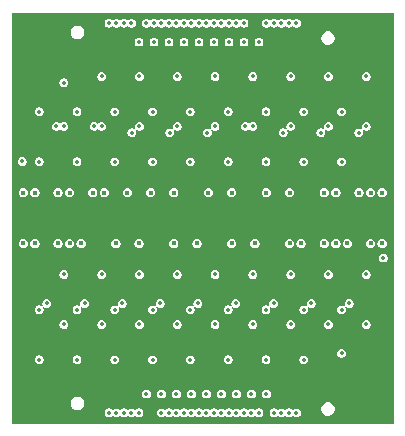
<source format=gbr>
%TF.GenerationSoftware,KiCad,Pcbnew,9.0.6*%
%TF.CreationDate,2025-11-12T11:45:24+01:00*%
%TF.ProjectId,S13552_64Ch_Adapter_BGA2803_V2,53313335-3532-45f3-9634-43685f416461,1*%
%TF.SameCoordinates,Original*%
%TF.FileFunction,Copper,L9,Inr*%
%TF.FilePolarity,Positive*%
%FSLAX46Y46*%
G04 Gerber Fmt 4.6, Leading zero omitted, Abs format (unit mm)*
G04 Created by KiCad (PCBNEW 9.0.6) date 2025-11-12 11:45:24*
%MOMM*%
%LPD*%
G01*
G04 APERTURE LIST*
%TA.AperFunction,ComponentPad*%
%ADD10O,3.000000X2.600000*%
%TD*%
%TA.AperFunction,ViaPad*%
%ADD11C,0.400000*%
%TD*%
%TA.AperFunction,ViaPad*%
%ADD12C,0.350000*%
%TD*%
G04 APERTURE END LIST*
D10*
%TO.N,GND*%
%TO.C,H102*%
X86340000Y-45167114D03*
%TD*%
%TO.N,GND*%
%TO.C,H104*%
X114879999Y-76167098D03*
%TD*%
%TO.N,GND*%
%TO.C,H103*%
X86340000Y-76167098D03*
%TD*%
%TO.N,GND*%
%TO.C,H101*%
X114880000Y-45167114D03*
%TD*%
D11*
%TO.N,Ch_6*%
X113840000Y-58517107D03*
%TO.N,Ch_22*%
X106000000Y-58517107D03*
%TO.N,Ch_11*%
X110900000Y-62817107D03*
%TO.N,Ch_10*%
X111880000Y-58517107D03*
%TO.N,Ch_62*%
X86400000Y-58517107D03*
%TO.N,Ch_43*%
X95220000Y-62817107D03*
%TO.N,Ch_64*%
X85420000Y-58517107D03*
%TO.N,Ch_52*%
X91300000Y-58517107D03*
%TO.N,Ch_18*%
X107960000Y-58517107D03*
%TO.N,Ch_23*%
X105020000Y-62817107D03*
%TO.N,Ch_32*%
X101100000Y-58517107D03*
%TO.N,Ch_37*%
X98160000Y-62817107D03*
%TO.N,Ch_46*%
X94240000Y-58517107D03*
%TO.N,Ch_3*%
X114820000Y-62817107D03*
%TO.N,Ch_1*%
X115800000Y-62817107D03*
%TO.N,Ch_27*%
X103060000Y-62817107D03*
%TO.N,Ch_9*%
X111880000Y-62817107D03*
%TO.N,Ch_7*%
X112860000Y-62817107D03*
%TO.N,Ch_61*%
X86400000Y-62817107D03*
%TO.N,Ch_4*%
X114820000Y-58517107D03*
%TO.N,Ch_12*%
X110900000Y-58517107D03*
%TO.N,Ch_58*%
X88360000Y-58517107D03*
%TO.N,Ch_38*%
X98160000Y-58517107D03*
%TO.N,Ch_55*%
X89340000Y-62817107D03*
%TO.N,Ch_53*%
X90320000Y-62817107D03*
%TO.N,Ch_56*%
X89340000Y-58517107D03*
%TO.N,Ch_50*%
X92280000Y-58517107D03*
%TO.N,Ch_47*%
X93260000Y-62817107D03*
%TO.N,Ch_57*%
X88360000Y-62817107D03*
%TO.N,Ch_17*%
X107960000Y-62817107D03*
%TO.N,Ch_42*%
X96200000Y-58517107D03*
%TO.N,Ch_63*%
X85420000Y-62817107D03*
%TO.N,Ch_33*%
X100120000Y-62817107D03*
%TO.N,Ch_2*%
X115800000Y-58517107D03*
%TO.N,Ch_15*%
X108940000Y-62817107D03*
%TO.N,Ch_28*%
X103060000Y-58517107D03*
D12*
%TO.N,GND*%
X113500000Y-50737107D03*
X116245052Y-49407518D03*
X93110000Y-57267107D03*
X87400590Y-48327696D03*
X90119479Y-48286586D03*
X97590000Y-50597107D03*
X100530000Y-54507107D03*
X115560000Y-53057107D03*
X91402500Y-75567098D03*
X116210000Y-50747107D03*
X93860000Y-63727107D03*
X88100000Y-77417107D03*
X109817500Y-44167114D03*
X113410000Y-54517107D03*
X115484651Y-70734635D03*
X91890000Y-68487107D03*
X87380000Y-74377107D03*
X85670000Y-51667107D03*
X86741204Y-72112619D03*
X85130000Y-73297107D03*
X101610000Y-57227107D03*
X88270000Y-75137107D03*
X85680000Y-64847107D03*
X115540000Y-55987107D03*
X102900000Y-57447107D03*
X108510000Y-57157107D03*
X85060000Y-67327107D03*
X85680000Y-70580000D03*
X112070000Y-70077107D03*
X93630000Y-73367107D03*
X110420000Y-57397107D03*
X111840000Y-49017107D03*
X113229547Y-46495772D03*
X110710000Y-47797107D03*
X92037500Y-44167114D03*
X110210000Y-54547107D03*
X91090000Y-66017107D03*
X84940000Y-46887107D03*
X92037500Y-77167098D03*
X115800000Y-68497107D03*
X94210000Y-54457107D03*
X115560000Y-51050000D03*
X91450000Y-57397107D03*
X113170641Y-47678926D03*
X109817500Y-77167098D03*
X111920000Y-56797107D03*
X115116952Y-71708968D03*
X116170000Y-52250000D03*
X115790000Y-65837107D03*
X114600000Y-72767107D03*
X88710000Y-68537107D03*
X92037500Y-45767114D03*
X86530000Y-57307107D03*
X109182500Y-77167098D03*
X110230000Y-66027107D03*
X95980000Y-47057107D03*
X115790000Y-67147107D03*
X88049360Y-47678926D03*
X115116952Y-49625237D03*
X114500000Y-68527107D03*
X97400000Y-54577107D03*
X114320000Y-47477107D03*
X93307500Y-75567098D03*
X115460000Y-69507107D03*
X90630000Y-47477107D03*
X113819411Y-73006509D03*
X112521870Y-47030155D03*
X97420000Y-65967107D03*
X85030000Y-71477107D03*
X91150000Y-74142114D03*
X85430000Y-53077107D03*
X115200000Y-57207107D03*
X116380000Y-72910000D03*
X113170641Y-73655279D03*
X86103049Y-49625237D03*
X103810000Y-66007107D03*
X109010000Y-63637107D03*
X111190000Y-68557107D03*
X90367505Y-73262144D03*
X85550000Y-52357107D03*
X100600000Y-65977107D03*
X113430000Y-66057107D03*
X110660000Y-73807107D03*
X115490000Y-48297107D03*
X112990000Y-77370000D03*
X91402500Y-44167114D03*
X89660000Y-57517107D03*
X115008007Y-73973872D03*
X85100000Y-48077107D03*
X85570000Y-72467107D03*
X104810000Y-72737107D03*
X91402500Y-77167098D03*
X107060000Y-65947107D03*
X87860000Y-70797107D03*
X88698130Y-74304050D03*
X87740000Y-54507107D03*
X101560000Y-72717107D03*
X85590000Y-68227107D03*
X92672500Y-75567098D03*
X109182500Y-75567098D03*
X93942500Y-45767114D03*
X108800000Y-73257107D03*
X103770000Y-54517107D03*
X87400589Y-73006509D03*
X91010000Y-70917107D03*
X103890000Y-50087107D03*
X116090000Y-53957107D03*
X86110000Y-47167107D03*
X90950000Y-54467107D03*
X94250000Y-50507107D03*
X96330000Y-57267107D03*
X86751820Y-48976466D03*
X109817500Y-45767114D03*
X85040000Y-63957107D03*
X99620000Y-57247107D03*
X112521870Y-74304050D03*
X108547500Y-45767114D03*
X115530000Y-54947107D03*
X88049359Y-73655279D03*
X97980000Y-57337107D03*
X107030000Y-54487107D03*
X107420000Y-57437107D03*
X113819411Y-48327696D03*
X86103048Y-71708968D03*
X110560000Y-46617107D03*
X110390000Y-71507107D03*
X85670000Y-50747107D03*
X85030000Y-70197107D03*
X94505991Y-57405039D03*
X116300000Y-46647107D03*
X88698131Y-47030155D03*
X110320000Y-50587107D03*
X86700000Y-73707107D03*
X88330000Y-57317107D03*
X107110000Y-49817107D03*
X85600000Y-66557107D03*
X116040000Y-57447107D03*
X94240000Y-65967107D03*
X113060000Y-63747107D03*
X109182500Y-45767114D03*
X94350000Y-70287107D03*
X97270000Y-70307107D03*
X116290000Y-47607107D03*
X109182500Y-44167114D03*
X85010000Y-68877107D03*
X99600000Y-63667107D03*
X99010000Y-72317107D03*
X92520000Y-72787107D03*
X103100000Y-63657107D03*
X85100000Y-65777107D03*
X87860000Y-66067107D03*
X92037500Y-75567098D03*
X96482500Y-77167098D03*
X107912500Y-45767114D03*
X90810000Y-52872809D03*
X87610001Y-52872810D03*
X92672500Y-45767114D03*
X93942500Y-75567098D03*
X104737500Y-44167114D03*
X93307500Y-45767114D03*
X108547500Y-75567098D03*
X106007500Y-77167098D03*
X95847500Y-77167098D03*
X95212500Y-44167114D03*
X105372500Y-44167114D03*
X94577500Y-75567098D03*
X107912500Y-75567098D03*
X106642500Y-45767114D03*
X106642500Y-75567098D03*
X94577500Y-45767114D03*
X107277500Y-75567098D03*
X107277500Y-45767114D03*
X97680000Y-46707107D03*
X103190000Y-52707107D03*
X99310000Y-47747107D03*
X101240000Y-73977107D03*
X105350000Y-57637107D03*
X112770000Y-52777107D03*
X93730000Y-52777107D03*
X101500000Y-47097107D03*
X91800000Y-63337107D03*
X107610000Y-68627107D03*
X109530000Y-52757107D03*
X104060000Y-47697107D03*
X98120000Y-68597107D03*
X101990000Y-47737107D03*
X100130000Y-52737107D03*
X104230000Y-68537107D03*
X106980000Y-63797107D03*
X96860000Y-47597107D03*
X103210000Y-46907107D03*
X92560000Y-64024214D03*
X94850000Y-68657107D03*
X101409087Y-68565135D03*
X99780000Y-47097107D03*
X97950000Y-73567107D03*
X106300000Y-52707107D03*
X105100000Y-47397107D03*
X96910000Y-52747107D03*
X100199999Y-65452107D03*
X102859998Y-70907107D03*
X107954999Y-50437107D03*
X109254999Y-50437107D03*
X106069998Y-67317107D03*
X110624998Y-51652107D03*
X113814998Y-69662107D03*
X112459998Y-71537107D03*
X99664999Y-54677107D03*
X101564999Y-54677107D03*
X101034998Y-69682107D03*
X110634998Y-55892107D03*
X91934999Y-54667107D03*
X98379998Y-70887107D03*
X107424998Y-51652107D03*
X107424998Y-65442107D03*
X97814998Y-55892107D03*
X96444999Y-54677107D03*
X94634998Y-65432107D03*
X109799999Y-65452107D03*
X91424998Y-65442107D03*
X107969998Y-66667107D03*
X112989999Y-69672107D03*
X86874999Y-67317107D03*
X91944999Y-50447107D03*
X87389999Y-69672107D03*
X106599999Y-51662107D03*
X87405000Y-65452107D03*
X112469998Y-67317107D03*
X91944999Y-49797107D03*
X93279998Y-67307107D03*
X109259998Y-71537107D03*
X109789999Y-69672107D03*
X99679998Y-70907107D03*
X114354999Y-50437107D03*
X103399999Y-55892107D03*
X104214998Y-69682107D03*
X87405000Y-51662107D03*
X88214998Y-69662107D03*
X95164999Y-50437107D03*
X93789999Y-55902107D03*
X107959998Y-70897107D03*
X102869998Y-66657107D03*
X90589999Y-51672107D03*
X93269998Y-70897107D03*
X106069998Y-66667107D03*
X96469998Y-66657107D03*
X98354999Y-49787107D03*
X95144999Y-54677107D03*
X104224998Y-55882107D03*
X91414998Y-51662107D03*
X102859998Y-71557107D03*
X106054999Y-54677107D03*
X109264999Y-54677107D03*
X88774999Y-66667107D03*
X99679998Y-71557107D03*
X112999999Y-65452107D03*
X101034998Y-55892107D03*
X93244999Y-54677107D03*
X104224998Y-65432107D03*
X101564999Y-54027107D03*
X93279998Y-66657107D03*
X103399999Y-65442107D03*
X90069998Y-66667107D03*
X112999999Y-51662107D03*
X104759998Y-70907107D03*
X107954999Y-54027107D03*
X96454999Y-50437107D03*
X86874999Y-66667107D03*
X101579998Y-70907107D03*
X113824998Y-55892107D03*
X95179998Y-66657107D03*
X107414998Y-69672107D03*
X100189999Y-51672107D03*
X104769998Y-66657107D03*
X93264999Y-50437107D03*
X109269998Y-66667107D03*
X90044999Y-50447107D03*
X86859998Y-70887107D03*
X104754999Y-54667107D03*
X99669998Y-67317107D03*
X96479998Y-70887107D03*
X107424998Y-55892107D03*
X103399999Y-51662107D03*
X106599999Y-55902107D03*
X97834998Y-69662107D03*
X95169998Y-70897107D03*
X97824998Y-65432107D03*
X91934999Y-54017107D03*
X106059998Y-71547107D03*
X106589999Y-69682107D03*
X112459998Y-70887107D03*
X88224998Y-55892107D03*
X87399999Y-55902107D03*
X86860000Y-50437107D03*
X90579999Y-69682107D03*
X112454999Y-50437107D03*
X111169998Y-66667107D03*
X95164999Y-49787107D03*
X101544999Y-50447107D03*
X93809999Y-65442107D03*
X90069998Y-67317107D03*
X90599999Y-65452107D03*
X99669998Y-66667107D03*
X97824998Y-51652107D03*
X113824998Y-65442107D03*
X90049998Y-70897107D03*
X91949998Y-70897107D03*
X104754999Y-49787107D03*
X102854999Y-54667107D03*
X114359998Y-70887107D03*
X88754999Y-54677107D03*
X86854999Y-54677107D03*
X88759998Y-70887107D03*
X90579999Y-55892107D03*
X101569998Y-66667107D03*
X114354999Y-54677107D03*
X100209999Y-69692107D03*
X93269998Y-71547107D03*
X98369998Y-66657107D03*
X109259998Y-70887107D03*
X109809999Y-55902107D03*
X104224998Y-51652107D03*
X114354999Y-49787107D03*
X107954999Y-54677107D03*
X88760000Y-50437107D03*
X112454999Y-54677107D03*
X98354999Y-50437107D03*
X90034999Y-54667107D03*
X104754999Y-50437107D03*
X104754999Y-54017107D03*
X106599999Y-65452107D03*
X111164999Y-54027107D03*
X109269998Y-67317107D03*
X102869998Y-67307107D03*
X96999999Y-65442107D03*
X91404998Y-69672107D03*
X101024998Y-65442107D03*
X86859998Y-71537107D03*
X101014998Y-51662107D03*
X111159998Y-70887107D03*
X94624998Y-69672107D03*
X103389999Y-69692107D03*
X100209999Y-55902107D03*
X96469998Y-67307107D03*
X98344999Y-54677107D03*
X88754999Y-54027107D03*
X102854999Y-50437107D03*
X112469998Y-66667107D03*
X93809999Y-51662107D03*
X96479998Y-71537107D03*
X106054999Y-50437107D03*
X110614998Y-69662107D03*
X101544999Y-49797107D03*
X94634998Y-51652107D03*
X90049998Y-71547107D03*
X93799999Y-69682107D03*
X110624998Y-65442107D03*
X112999999Y-55902107D03*
X95144999Y-54027107D03*
X96989999Y-55902107D03*
X97009999Y-69672107D03*
X111164999Y-54677107D03*
X111154999Y-49787107D03*
X114354999Y-54027107D03*
X109799999Y-51662107D03*
X96999999Y-51662107D03*
X99644999Y-50447107D03*
X88229999Y-51652107D03*
X88229999Y-65442107D03*
X106059998Y-70897107D03*
X91404998Y-55882107D03*
X94614998Y-55892107D03*
X98344999Y-54027107D03*
X114369998Y-66667107D03*
X111154999Y-50437107D03*
X113824998Y-51652107D03*
X107954999Y-49787107D03*
X91969998Y-66667107D03*
X88760000Y-49787107D03*
%TO.N,+3V3*%
X114455000Y-65442107D03*
X106007500Y-44167114D03*
X86765000Y-55892107D03*
X95255000Y-69672107D03*
X109165000Y-51662107D03*
X106642500Y-44167114D03*
X93165000Y-55892107D03*
X101655000Y-65442107D03*
X89965000Y-55892107D03*
X111255000Y-69672107D03*
X109165000Y-55892107D03*
X114455000Y-69672107D03*
X108055000Y-65442107D03*
X107277500Y-44167114D03*
X99565000Y-55892107D03*
X94577500Y-77167098D03*
X93307500Y-77167098D03*
X98455000Y-65442107D03*
X104855000Y-69672107D03*
X92055000Y-65442107D03*
X112365000Y-51662107D03*
X93942500Y-77167098D03*
X99565000Y-51662107D03*
X88855000Y-69672107D03*
X92672500Y-77167098D03*
X93165000Y-51662107D03*
X105965000Y-55892107D03*
X95212500Y-77167098D03*
X98455000Y-69672107D03*
X102765000Y-55892107D03*
X108055000Y-69672107D03*
X88855000Y-65442107D03*
X92055000Y-69672107D03*
X107912500Y-44167114D03*
X111255000Y-65442107D03*
X96365000Y-55892107D03*
X102765000Y-51662107D03*
X86765000Y-51662107D03*
X101655000Y-69672107D03*
X104855000Y-65442107D03*
X112365000Y-55892107D03*
X108547500Y-44167114D03*
X95255000Y-65442107D03*
X105965000Y-51662107D03*
X89965000Y-51662107D03*
X96365000Y-51662107D03*
%TO.N,+1V1*%
X105965000Y-72662107D03*
X105965000Y-68432107D03*
X108055000Y-52902107D03*
X98455000Y-52902107D03*
X89965000Y-72662107D03*
X109165000Y-68432107D03*
X101655000Y-52902107D03*
X106642500Y-77167098D03*
X86765000Y-72662107D03*
X108055000Y-48672107D03*
X94577500Y-44167114D03*
X112365000Y-72122107D03*
X96365000Y-72662107D03*
X112365000Y-68432107D03*
X93307500Y-44167114D03*
X93165000Y-68432107D03*
X114455000Y-48672107D03*
X109165000Y-72662107D03*
X107277500Y-77167098D03*
X107912500Y-77167098D03*
X88855000Y-52902107D03*
X95255000Y-52902107D03*
X88855000Y-49212107D03*
X95255000Y-48672107D03*
X104855000Y-48672107D03*
X102765000Y-72662107D03*
X99565000Y-72662107D03*
X89965000Y-68432107D03*
X104855000Y-52902107D03*
X108547500Y-77167098D03*
X96365000Y-68432107D03*
X86765000Y-68432107D03*
X92055000Y-52902107D03*
X114455000Y-52902107D03*
X98455000Y-48672107D03*
X92055000Y-48672107D03*
X93942500Y-44167114D03*
X111255000Y-48672107D03*
X102765000Y-68432107D03*
X93165000Y-72662107D03*
X111255000Y-52902107D03*
X99565000Y-68432107D03*
X101655000Y-48672107D03*
X92672500Y-44167114D03*
%TO.N,Net-(C1-Pad1)*%
X115897107Y-64054214D03*
%TO.N,Net-(C2-Pad1)*%
X85327107Y-55874214D03*
%TO.N,out_Ch_50*%
X97752500Y-45767114D03*
X94615000Y-53442107D03*
%TO.N,out_Ch_62*%
X88215000Y-52902107D03*
X95212500Y-45767114D03*
%TO.N,out_Ch_56*%
X91415000Y-52902107D03*
X96482500Y-45767114D03*
%TO.N,out_Ch_48*%
X97117500Y-44167114D03*
%TO.N,out_Ch_42*%
X97815000Y-53442107D03*
X99022500Y-45767114D03*
%TO.N,out_Ch_32*%
X101015000Y-53442107D03*
X100292500Y-45767114D03*
%TO.N,out_Ch_22*%
X101562500Y-45767114D03*
X104215000Y-52902107D03*
%TO.N,out_Ch_12*%
X102832500Y-45767114D03*
X107415000Y-53442107D03*
%TO.N,out_Ch_6*%
X110615000Y-53442107D03*
X104102500Y-45767114D03*
%TO.N,out_Ch_2*%
X105372500Y-45767114D03*
X113815000Y-53442107D03*
%TO.N,out_Ch_40*%
X98387500Y-44167114D03*
%TO.N,out_Ch_34*%
X99657500Y-44167114D03*
%TO.N,out_Ch_26*%
X100927500Y-44167114D03*
%TO.N,out_Ch_20*%
X102197500Y-44167114D03*
%TO.N,out_Ch_60*%
X95847500Y-44167114D03*
%TO.N,out_Ch_54*%
X96482500Y-44167114D03*
%TO.N,out_Ch_8*%
X104102500Y-44167114D03*
%TO.N,out_Ch_44*%
X97752500Y-44167114D03*
%TO.N,out_Ch_36*%
X99022500Y-44167114D03*
%TO.N,out_Ch_30*%
X100292500Y-44167114D03*
%TO.N,out_Ch_24*%
X101562500Y-44167114D03*
%TO.N,out_Ch_16*%
X102832500Y-44167114D03*
%TO.N,out_Ch_14*%
X103467500Y-44167114D03*
%TO.N,out_Ch_13*%
X104737500Y-77167098D03*
%TO.N,out_Ch_19*%
X104102500Y-77167098D03*
%TO.N,out_Ch_25*%
X102832500Y-77167098D03*
%TO.N,out_Ch_35*%
X100927500Y-77167098D03*
%TO.N,out_Ch_51*%
X97752500Y-77167098D03*
%TO.N,out_Ch_5*%
X105372500Y-77167098D03*
%TO.N,out_Ch_45*%
X99022500Y-77167098D03*
%TO.N,out_Ch_41*%
X99657500Y-77167098D03*
%TO.N,out_Ch_49*%
X98387500Y-77167098D03*
%TO.N,out_Ch_29*%
X102197500Y-77167098D03*
%TO.N,out_Ch_39*%
X100292500Y-77167098D03*
%TO.N,out_Ch_21*%
X103467500Y-77167098D03*
%TO.N,out_Ch_59*%
X97117500Y-77167098D03*
%TO.N,out_Ch_31*%
X101562500Y-77167098D03*
%TO.N,out_Ch_63*%
X95847500Y-75567098D03*
X87405000Y-67892107D03*
%TO.N,out_Ch_23*%
X102197500Y-75567098D03*
X103405000Y-67892107D03*
%TO.N,out_Ch_43*%
X99657500Y-75567098D03*
X97005000Y-67892107D03*
%TO.N,out_Ch_15*%
X103467500Y-75567098D03*
X106605000Y-67892107D03*
%TO.N,out_Ch_53*%
X93805000Y-67892107D03*
X98387500Y-75567098D03*
%TO.N,out_Ch_9*%
X109805000Y-67892107D03*
X104737500Y-75567098D03*
%TO.N,out_Ch_3*%
X113005000Y-67892107D03*
X106007500Y-75567098D03*
%TO.N,out_Ch_57*%
X90605000Y-67892107D03*
X97117500Y-75567098D03*
%TO.N,out_Ch_33*%
X100927500Y-75567098D03*
X100205000Y-67892107D03*
%TD*%
%TA.AperFunction,Conductor*%
%TO.N,GND*%
G36*
X116765148Y-43281959D02*
G01*
X116779500Y-43316607D01*
X116779500Y-78017598D01*
X116765148Y-78052246D01*
X116730500Y-78066598D01*
X84489500Y-78066598D01*
X84454852Y-78052246D01*
X84440500Y-78017598D01*
X84440500Y-77117660D01*
X92297000Y-77117660D01*
X92297000Y-77216535D01*
X92322589Y-77312034D01*
X92322590Y-77312038D01*
X92358006Y-77373379D01*
X92372025Y-77397660D01*
X92441938Y-77467573D01*
X92473276Y-77485666D01*
X92527559Y-77517007D01*
X92527561Y-77517007D01*
X92527562Y-77517008D01*
X92551437Y-77523405D01*
X92623062Y-77542598D01*
X92623065Y-77542598D01*
X92721937Y-77542598D01*
X92769686Y-77529803D01*
X92817438Y-77517008D01*
X92903062Y-77467573D01*
X92955352Y-77415283D01*
X92990000Y-77400931D01*
X93024648Y-77415283D01*
X93076938Y-77467573D01*
X93108276Y-77485666D01*
X93162559Y-77517007D01*
X93162561Y-77517007D01*
X93162562Y-77517008D01*
X93186437Y-77523405D01*
X93258062Y-77542598D01*
X93258065Y-77542598D01*
X93356937Y-77542598D01*
X93404686Y-77529803D01*
X93452438Y-77517008D01*
X93538062Y-77467573D01*
X93590352Y-77415283D01*
X93625000Y-77400931D01*
X93659648Y-77415283D01*
X93711938Y-77467573D01*
X93743276Y-77485666D01*
X93797559Y-77517007D01*
X93797561Y-77517007D01*
X93797562Y-77517008D01*
X93821437Y-77523405D01*
X93893062Y-77542598D01*
X93893065Y-77542598D01*
X93991937Y-77542598D01*
X94039686Y-77529803D01*
X94087438Y-77517008D01*
X94173062Y-77467573D01*
X94225352Y-77415283D01*
X94260000Y-77400931D01*
X94294648Y-77415283D01*
X94346938Y-77467573D01*
X94378276Y-77485666D01*
X94432559Y-77517007D01*
X94432561Y-77517007D01*
X94432562Y-77517008D01*
X94456437Y-77523405D01*
X94528062Y-77542598D01*
X94528065Y-77542598D01*
X94626937Y-77542598D01*
X94674686Y-77529803D01*
X94722438Y-77517008D01*
X94808062Y-77467573D01*
X94860352Y-77415283D01*
X94895000Y-77400931D01*
X94929648Y-77415283D01*
X94981938Y-77467573D01*
X95013276Y-77485666D01*
X95067559Y-77517007D01*
X95067561Y-77517007D01*
X95067562Y-77517008D01*
X95091437Y-77523405D01*
X95163062Y-77542598D01*
X95163065Y-77542598D01*
X95261937Y-77542598D01*
X95309686Y-77529803D01*
X95357438Y-77517008D01*
X95443062Y-77467573D01*
X95512975Y-77397660D01*
X95562410Y-77312036D01*
X95575205Y-77264284D01*
X95588000Y-77216535D01*
X95588000Y-77117660D01*
X96742000Y-77117660D01*
X96742000Y-77216535D01*
X96767589Y-77312034D01*
X96767590Y-77312038D01*
X96803006Y-77373379D01*
X96817025Y-77397660D01*
X96886938Y-77467573D01*
X96918276Y-77485666D01*
X96972559Y-77517007D01*
X96972561Y-77517007D01*
X96972562Y-77517008D01*
X96996437Y-77523405D01*
X97068062Y-77542598D01*
X97068065Y-77542598D01*
X97166937Y-77542598D01*
X97214686Y-77529803D01*
X97262438Y-77517008D01*
X97348062Y-77467573D01*
X97400352Y-77415283D01*
X97435000Y-77400931D01*
X97469648Y-77415283D01*
X97521938Y-77467573D01*
X97553276Y-77485666D01*
X97607559Y-77517007D01*
X97607561Y-77517007D01*
X97607562Y-77517008D01*
X97631437Y-77523405D01*
X97703062Y-77542598D01*
X97703065Y-77542598D01*
X97801937Y-77542598D01*
X97849686Y-77529803D01*
X97897438Y-77517008D01*
X97983062Y-77467573D01*
X98035352Y-77415283D01*
X98070000Y-77400931D01*
X98104648Y-77415283D01*
X98156938Y-77467573D01*
X98188276Y-77485666D01*
X98242559Y-77517007D01*
X98242561Y-77517007D01*
X98242562Y-77517008D01*
X98266437Y-77523405D01*
X98338062Y-77542598D01*
X98338065Y-77542598D01*
X98436937Y-77542598D01*
X98484686Y-77529803D01*
X98532438Y-77517008D01*
X98618062Y-77467573D01*
X98670352Y-77415283D01*
X98705000Y-77400931D01*
X98739648Y-77415283D01*
X98791938Y-77467573D01*
X98823276Y-77485666D01*
X98877559Y-77517007D01*
X98877561Y-77517007D01*
X98877562Y-77517008D01*
X98901437Y-77523405D01*
X98973062Y-77542598D01*
X98973065Y-77542598D01*
X99071937Y-77542598D01*
X99119686Y-77529803D01*
X99167438Y-77517008D01*
X99253062Y-77467573D01*
X99305352Y-77415283D01*
X99340000Y-77400931D01*
X99374648Y-77415283D01*
X99426938Y-77467573D01*
X99458276Y-77485666D01*
X99512559Y-77517007D01*
X99512561Y-77517007D01*
X99512562Y-77517008D01*
X99536437Y-77523405D01*
X99608062Y-77542598D01*
X99608065Y-77542598D01*
X99706937Y-77542598D01*
X99754686Y-77529803D01*
X99802438Y-77517008D01*
X99888062Y-77467573D01*
X99940352Y-77415283D01*
X99975000Y-77400931D01*
X100009648Y-77415283D01*
X100061938Y-77467573D01*
X100093276Y-77485666D01*
X100147559Y-77517007D01*
X100147561Y-77517007D01*
X100147562Y-77517008D01*
X100171437Y-77523405D01*
X100243062Y-77542598D01*
X100243065Y-77542598D01*
X100341937Y-77542598D01*
X100389686Y-77529803D01*
X100437438Y-77517008D01*
X100523062Y-77467573D01*
X100575352Y-77415283D01*
X100610000Y-77400931D01*
X100644648Y-77415283D01*
X100696938Y-77467573D01*
X100728276Y-77485666D01*
X100782559Y-77517007D01*
X100782561Y-77517007D01*
X100782562Y-77517008D01*
X100806437Y-77523405D01*
X100878062Y-77542598D01*
X100878065Y-77542598D01*
X100976937Y-77542598D01*
X101024686Y-77529803D01*
X101072438Y-77517008D01*
X101158062Y-77467573D01*
X101210352Y-77415283D01*
X101245000Y-77400931D01*
X101279648Y-77415283D01*
X101331938Y-77467573D01*
X101363276Y-77485666D01*
X101417559Y-77517007D01*
X101417561Y-77517007D01*
X101417562Y-77517008D01*
X101441437Y-77523405D01*
X101513062Y-77542598D01*
X101513065Y-77542598D01*
X101611937Y-77542598D01*
X101659686Y-77529803D01*
X101707438Y-77517008D01*
X101793062Y-77467573D01*
X101845352Y-77415283D01*
X101880000Y-77400931D01*
X101914648Y-77415283D01*
X101966938Y-77467573D01*
X101998276Y-77485666D01*
X102052559Y-77517007D01*
X102052561Y-77517007D01*
X102052562Y-77517008D01*
X102076437Y-77523405D01*
X102148062Y-77542598D01*
X102148065Y-77542598D01*
X102246937Y-77542598D01*
X102294686Y-77529803D01*
X102342438Y-77517008D01*
X102428062Y-77467573D01*
X102480352Y-77415283D01*
X102515000Y-77400931D01*
X102549648Y-77415283D01*
X102601938Y-77467573D01*
X102633276Y-77485666D01*
X102687559Y-77517007D01*
X102687561Y-77517007D01*
X102687562Y-77517008D01*
X102711437Y-77523405D01*
X102783062Y-77542598D01*
X102783065Y-77542598D01*
X102881937Y-77542598D01*
X102929686Y-77529803D01*
X102977438Y-77517008D01*
X103063062Y-77467573D01*
X103115352Y-77415283D01*
X103150000Y-77400931D01*
X103184648Y-77415283D01*
X103236938Y-77467573D01*
X103268276Y-77485666D01*
X103322559Y-77517007D01*
X103322561Y-77517007D01*
X103322562Y-77517008D01*
X103346437Y-77523405D01*
X103418062Y-77542598D01*
X103418065Y-77542598D01*
X103516937Y-77542598D01*
X103564686Y-77529803D01*
X103612438Y-77517008D01*
X103698062Y-77467573D01*
X103750352Y-77415283D01*
X103785000Y-77400931D01*
X103819648Y-77415283D01*
X103871938Y-77467573D01*
X103903276Y-77485666D01*
X103957559Y-77517007D01*
X103957561Y-77517007D01*
X103957562Y-77517008D01*
X103981437Y-77523405D01*
X104053062Y-77542598D01*
X104053065Y-77542598D01*
X104151937Y-77542598D01*
X104199686Y-77529803D01*
X104247438Y-77517008D01*
X104333062Y-77467573D01*
X104385352Y-77415283D01*
X104420000Y-77400931D01*
X104454648Y-77415283D01*
X104506938Y-77467573D01*
X104538276Y-77485666D01*
X104592559Y-77517007D01*
X104592561Y-77517007D01*
X104592562Y-77517008D01*
X104616437Y-77523405D01*
X104688062Y-77542598D01*
X104688065Y-77542598D01*
X104786937Y-77542598D01*
X104834686Y-77529803D01*
X104882438Y-77517008D01*
X104968062Y-77467573D01*
X105020352Y-77415283D01*
X105055000Y-77400931D01*
X105089648Y-77415283D01*
X105141938Y-77467573D01*
X105173276Y-77485666D01*
X105227559Y-77517007D01*
X105227561Y-77517007D01*
X105227562Y-77517008D01*
X105251437Y-77523405D01*
X105323062Y-77542598D01*
X105323065Y-77542598D01*
X105421937Y-77542598D01*
X105469686Y-77529803D01*
X105517438Y-77517008D01*
X105603062Y-77467573D01*
X105672975Y-77397660D01*
X105722410Y-77312036D01*
X105735205Y-77264284D01*
X105748000Y-77216535D01*
X105748000Y-77117660D01*
X106267000Y-77117660D01*
X106267000Y-77216535D01*
X106292589Y-77312034D01*
X106292590Y-77312038D01*
X106328006Y-77373379D01*
X106342025Y-77397660D01*
X106411938Y-77467573D01*
X106443276Y-77485666D01*
X106497559Y-77517007D01*
X106497561Y-77517007D01*
X106497562Y-77517008D01*
X106521437Y-77523405D01*
X106593062Y-77542598D01*
X106593065Y-77542598D01*
X106691937Y-77542598D01*
X106739686Y-77529803D01*
X106787438Y-77517008D01*
X106873062Y-77467573D01*
X106925352Y-77415283D01*
X106960000Y-77400931D01*
X106994648Y-77415283D01*
X107046938Y-77467573D01*
X107078276Y-77485666D01*
X107132559Y-77517007D01*
X107132561Y-77517007D01*
X107132562Y-77517008D01*
X107156437Y-77523405D01*
X107228062Y-77542598D01*
X107228065Y-77542598D01*
X107326937Y-77542598D01*
X107374686Y-77529803D01*
X107422438Y-77517008D01*
X107508062Y-77467573D01*
X107560352Y-77415283D01*
X107595000Y-77400931D01*
X107629648Y-77415283D01*
X107681938Y-77467573D01*
X107713276Y-77485666D01*
X107767559Y-77517007D01*
X107767561Y-77517007D01*
X107767562Y-77517008D01*
X107791437Y-77523405D01*
X107863062Y-77542598D01*
X107863065Y-77542598D01*
X107961937Y-77542598D01*
X108009686Y-77529803D01*
X108057438Y-77517008D01*
X108143062Y-77467573D01*
X108195352Y-77415283D01*
X108230000Y-77400931D01*
X108264648Y-77415283D01*
X108316938Y-77467573D01*
X108348276Y-77485666D01*
X108402559Y-77517007D01*
X108402561Y-77517007D01*
X108402562Y-77517008D01*
X108426437Y-77523405D01*
X108498062Y-77542598D01*
X108498065Y-77542598D01*
X108596937Y-77542598D01*
X108644686Y-77529803D01*
X108692438Y-77517008D01*
X108778062Y-77467573D01*
X108847975Y-77397660D01*
X108897410Y-77312036D01*
X108910205Y-77264284D01*
X108923000Y-77216535D01*
X108923000Y-77117660D01*
X108897410Y-77022161D01*
X108897409Y-77022157D01*
X108847974Y-76936535D01*
X108778062Y-76866623D01*
X108692440Y-76817188D01*
X108692436Y-76817187D01*
X108648633Y-76805450D01*
X108596938Y-76791598D01*
X108596935Y-76791598D01*
X108498065Y-76791598D01*
X108498062Y-76791598D01*
X108402563Y-76817187D01*
X108402559Y-76817188D01*
X108316937Y-76866623D01*
X108316937Y-76866624D01*
X108264648Y-76918913D01*
X108230000Y-76933265D01*
X108195352Y-76918913D01*
X108143062Y-76866623D01*
X108057440Y-76817188D01*
X108057436Y-76817187D01*
X107961938Y-76791598D01*
X107961935Y-76791598D01*
X107863065Y-76791598D01*
X107863062Y-76791598D01*
X107767563Y-76817187D01*
X107767559Y-76817188D01*
X107681937Y-76866623D01*
X107681937Y-76866624D01*
X107629648Y-76918913D01*
X107595000Y-76933265D01*
X107560352Y-76918913D01*
X107508062Y-76866623D01*
X107422440Y-76817188D01*
X107422436Y-76817187D01*
X107326938Y-76791598D01*
X107326935Y-76791598D01*
X107228065Y-76791598D01*
X107228062Y-76791598D01*
X107132563Y-76817187D01*
X107132559Y-76817188D01*
X107046937Y-76866623D01*
X107046937Y-76866624D01*
X106994648Y-76918913D01*
X106960000Y-76933265D01*
X106925352Y-76918913D01*
X106873062Y-76866623D01*
X106787440Y-76817188D01*
X106787436Y-76817187D01*
X106691938Y-76791598D01*
X106691935Y-76791598D01*
X106593065Y-76791598D01*
X106593062Y-76791598D01*
X106497563Y-76817187D01*
X106497559Y-76817188D01*
X106411937Y-76866623D01*
X106411937Y-76866624D01*
X106342026Y-76936535D01*
X106342025Y-76936535D01*
X106292590Y-77022157D01*
X106292589Y-77022161D01*
X106267000Y-77117660D01*
X105748000Y-77117660D01*
X105722410Y-77022161D01*
X105722409Y-77022157D01*
X105672974Y-76936535D01*
X105603062Y-76866623D01*
X105517440Y-76817188D01*
X105517436Y-76817187D01*
X105421938Y-76791598D01*
X105421935Y-76791598D01*
X105323065Y-76791598D01*
X105323062Y-76791598D01*
X105227563Y-76817187D01*
X105227559Y-76817188D01*
X105141937Y-76866623D01*
X105141937Y-76866624D01*
X105089648Y-76918913D01*
X105055000Y-76933265D01*
X105020352Y-76918913D01*
X104968062Y-76866623D01*
X104882440Y-76817188D01*
X104882436Y-76817187D01*
X104786938Y-76791598D01*
X104786935Y-76791598D01*
X104688065Y-76791598D01*
X104688062Y-76791598D01*
X104592563Y-76817187D01*
X104592559Y-76817188D01*
X104506937Y-76866623D01*
X104506937Y-76866624D01*
X104454648Y-76918913D01*
X104420000Y-76933265D01*
X104385352Y-76918913D01*
X104333062Y-76866623D01*
X104247440Y-76817188D01*
X104247436Y-76817187D01*
X104151938Y-76791598D01*
X104151935Y-76791598D01*
X104053065Y-76791598D01*
X104053062Y-76791598D01*
X103957563Y-76817187D01*
X103957559Y-76817188D01*
X103871937Y-76866623D01*
X103871937Y-76866624D01*
X103819648Y-76918913D01*
X103785000Y-76933265D01*
X103750352Y-76918913D01*
X103698062Y-76866623D01*
X103612440Y-76817188D01*
X103612436Y-76817187D01*
X103516938Y-76791598D01*
X103516935Y-76791598D01*
X103418065Y-76791598D01*
X103418062Y-76791598D01*
X103322563Y-76817187D01*
X103322559Y-76817188D01*
X103236937Y-76866623D01*
X103236937Y-76866624D01*
X103184648Y-76918913D01*
X103150000Y-76933265D01*
X103115352Y-76918913D01*
X103063062Y-76866623D01*
X102977440Y-76817188D01*
X102977436Y-76817187D01*
X102881938Y-76791598D01*
X102881935Y-76791598D01*
X102783065Y-76791598D01*
X102783062Y-76791598D01*
X102687563Y-76817187D01*
X102687559Y-76817188D01*
X102601937Y-76866623D01*
X102601937Y-76866624D01*
X102549648Y-76918913D01*
X102515000Y-76933265D01*
X102480352Y-76918913D01*
X102428062Y-76866623D01*
X102342440Y-76817188D01*
X102342436Y-76817187D01*
X102246938Y-76791598D01*
X102246935Y-76791598D01*
X102148065Y-76791598D01*
X102148062Y-76791598D01*
X102052563Y-76817187D01*
X102052559Y-76817188D01*
X101966937Y-76866623D01*
X101966937Y-76866624D01*
X101914648Y-76918913D01*
X101880000Y-76933265D01*
X101845352Y-76918913D01*
X101793062Y-76866623D01*
X101707440Y-76817188D01*
X101707436Y-76817187D01*
X101611938Y-76791598D01*
X101611935Y-76791598D01*
X101513065Y-76791598D01*
X101513062Y-76791598D01*
X101417563Y-76817187D01*
X101417559Y-76817188D01*
X101331937Y-76866623D01*
X101331937Y-76866624D01*
X101279648Y-76918913D01*
X101245000Y-76933265D01*
X101210352Y-76918913D01*
X101158062Y-76866623D01*
X101072440Y-76817188D01*
X101072436Y-76817187D01*
X100976938Y-76791598D01*
X100976935Y-76791598D01*
X100878065Y-76791598D01*
X100878062Y-76791598D01*
X100782563Y-76817187D01*
X100782559Y-76817188D01*
X100696937Y-76866623D01*
X100696937Y-76866624D01*
X100644648Y-76918913D01*
X100610000Y-76933265D01*
X100575352Y-76918913D01*
X100523062Y-76866623D01*
X100437440Y-76817188D01*
X100437436Y-76817187D01*
X100341938Y-76791598D01*
X100341935Y-76791598D01*
X100243065Y-76791598D01*
X100243062Y-76791598D01*
X100147563Y-76817187D01*
X100147559Y-76817188D01*
X100061937Y-76866623D01*
X100061937Y-76866624D01*
X100009648Y-76918913D01*
X99975000Y-76933265D01*
X99940352Y-76918913D01*
X99888062Y-76866623D01*
X99802440Y-76817188D01*
X99802436Y-76817187D01*
X99706938Y-76791598D01*
X99706935Y-76791598D01*
X99608065Y-76791598D01*
X99608062Y-76791598D01*
X99512563Y-76817187D01*
X99512559Y-76817188D01*
X99426937Y-76866623D01*
X99426937Y-76866624D01*
X99374648Y-76918913D01*
X99340000Y-76933265D01*
X99305352Y-76918913D01*
X99253062Y-76866623D01*
X99167440Y-76817188D01*
X99167436Y-76817187D01*
X99071938Y-76791598D01*
X99071935Y-76791598D01*
X98973065Y-76791598D01*
X98973062Y-76791598D01*
X98877563Y-76817187D01*
X98877559Y-76817188D01*
X98791937Y-76866623D01*
X98791937Y-76866624D01*
X98739648Y-76918913D01*
X98705000Y-76933265D01*
X98670352Y-76918913D01*
X98618062Y-76866623D01*
X98532440Y-76817188D01*
X98532436Y-76817187D01*
X98436938Y-76791598D01*
X98436935Y-76791598D01*
X98338065Y-76791598D01*
X98338062Y-76791598D01*
X98242563Y-76817187D01*
X98242559Y-76817188D01*
X98156937Y-76866623D01*
X98156937Y-76866624D01*
X98104648Y-76918913D01*
X98070000Y-76933265D01*
X98035352Y-76918913D01*
X97983062Y-76866623D01*
X97897440Y-76817188D01*
X97897436Y-76817187D01*
X97801938Y-76791598D01*
X97801935Y-76791598D01*
X97703065Y-76791598D01*
X97703062Y-76791598D01*
X97607563Y-76817187D01*
X97607559Y-76817188D01*
X97521937Y-76866623D01*
X97521937Y-76866624D01*
X97469648Y-76918913D01*
X97435000Y-76933265D01*
X97400352Y-76918913D01*
X97348062Y-76866623D01*
X97262440Y-76817188D01*
X97262436Y-76817187D01*
X97166938Y-76791598D01*
X97166935Y-76791598D01*
X97068065Y-76791598D01*
X97068062Y-76791598D01*
X96972563Y-76817187D01*
X96972559Y-76817188D01*
X96886937Y-76866623D01*
X96886937Y-76866624D01*
X96817026Y-76936535D01*
X96817025Y-76936535D01*
X96767590Y-77022157D01*
X96767589Y-77022161D01*
X96742000Y-77117660D01*
X95588000Y-77117660D01*
X95562410Y-77022161D01*
X95562409Y-77022157D01*
X95512974Y-76936535D01*
X95443062Y-76866623D01*
X95357440Y-76817188D01*
X95357436Y-76817187D01*
X95261938Y-76791598D01*
X95261935Y-76791598D01*
X95163065Y-76791598D01*
X95163062Y-76791598D01*
X95067563Y-76817187D01*
X95067559Y-76817188D01*
X94981937Y-76866623D01*
X94981937Y-76866624D01*
X94929648Y-76918913D01*
X94895000Y-76933265D01*
X94860352Y-76918913D01*
X94808062Y-76866623D01*
X94722440Y-76817188D01*
X94722436Y-76817187D01*
X94626938Y-76791598D01*
X94626935Y-76791598D01*
X94528065Y-76791598D01*
X94528062Y-76791598D01*
X94432563Y-76817187D01*
X94432559Y-76817188D01*
X94346937Y-76866623D01*
X94346937Y-76866624D01*
X94294648Y-76918913D01*
X94260000Y-76933265D01*
X94225352Y-76918913D01*
X94173062Y-76866623D01*
X94087440Y-76817188D01*
X94087436Y-76817187D01*
X93991938Y-76791598D01*
X93991935Y-76791598D01*
X93893065Y-76791598D01*
X93893062Y-76791598D01*
X93797563Y-76817187D01*
X93797559Y-76817188D01*
X93711937Y-76866623D01*
X93711937Y-76866624D01*
X93659648Y-76918913D01*
X93625000Y-76933265D01*
X93590352Y-76918913D01*
X93538062Y-76866623D01*
X93452440Y-76817188D01*
X93452436Y-76817187D01*
X93356938Y-76791598D01*
X93356935Y-76791598D01*
X93258065Y-76791598D01*
X93258062Y-76791598D01*
X93162563Y-76817187D01*
X93162559Y-76817188D01*
X93076937Y-76866623D01*
X93076937Y-76866624D01*
X93024648Y-76918913D01*
X92990000Y-76933265D01*
X92955352Y-76918913D01*
X92903062Y-76866623D01*
X92817440Y-76817188D01*
X92817436Y-76817187D01*
X92721938Y-76791598D01*
X92721935Y-76791598D01*
X92623065Y-76791598D01*
X92623062Y-76791598D01*
X92527563Y-76817187D01*
X92527559Y-76817188D01*
X92441937Y-76866623D01*
X92441937Y-76866624D01*
X92372026Y-76936535D01*
X92372025Y-76936535D01*
X92322590Y-77022157D01*
X92322589Y-77022161D01*
X92297000Y-77117660D01*
X84440500Y-77117660D01*
X84440500Y-76291328D01*
X89424500Y-76291328D01*
X89424500Y-76442867D01*
X89463718Y-76589231D01*
X89463719Y-76589235D01*
X89539485Y-76720463D01*
X89646635Y-76827613D01*
X89694666Y-76855344D01*
X89777862Y-76903378D01*
X89777864Y-76903378D01*
X89777865Y-76903379D01*
X89889402Y-76933265D01*
X89924230Y-76942597D01*
X89924231Y-76942598D01*
X89924234Y-76942598D01*
X90075769Y-76942598D01*
X90075769Y-76942597D01*
X90222135Y-76903379D01*
X90353365Y-76827613D01*
X90419650Y-76761328D01*
X110644500Y-76761328D01*
X110644500Y-76912867D01*
X110683718Y-77059231D01*
X110683719Y-77059235D01*
X110759485Y-77190463D01*
X110866635Y-77297613D01*
X110891620Y-77312038D01*
X110997862Y-77373378D01*
X110997864Y-77373378D01*
X110997865Y-77373379D01*
X111088484Y-77397660D01*
X111144230Y-77412597D01*
X111144231Y-77412598D01*
X111144234Y-77412598D01*
X111295769Y-77412598D01*
X111295769Y-77412597D01*
X111442135Y-77373379D01*
X111451156Y-77368171D01*
X111459718Y-77363227D01*
X111573365Y-77297613D01*
X111680515Y-77190463D01*
X111756281Y-77059233D01*
X111795499Y-76912867D01*
X111795500Y-76912867D01*
X111795500Y-76761329D01*
X111795499Y-76761328D01*
X111756281Y-76614964D01*
X111756280Y-76614960D01*
X111680514Y-76483732D01*
X111573365Y-76376583D01*
X111442137Y-76300817D01*
X111442133Y-76300816D01*
X111295769Y-76261598D01*
X111295766Y-76261598D01*
X111144234Y-76261598D01*
X111144231Y-76261598D01*
X110997866Y-76300816D01*
X110997862Y-76300817D01*
X110866634Y-76376583D01*
X110866634Y-76376584D01*
X110759486Y-76483732D01*
X110759485Y-76483732D01*
X110683719Y-76614960D01*
X110683718Y-76614964D01*
X110644500Y-76761328D01*
X90419650Y-76761328D01*
X90460515Y-76720463D01*
X90536281Y-76589233D01*
X90575499Y-76442867D01*
X90575500Y-76442867D01*
X90575500Y-76291329D01*
X90575499Y-76291328D01*
X90536281Y-76144964D01*
X90536280Y-76144960D01*
X90460514Y-76013732D01*
X90353365Y-75906583D01*
X90222137Y-75830817D01*
X90222133Y-75830816D01*
X90075769Y-75791598D01*
X90075766Y-75791598D01*
X89924234Y-75791598D01*
X89924231Y-75791598D01*
X89777866Y-75830816D01*
X89777862Y-75830817D01*
X89646634Y-75906583D01*
X89646634Y-75906584D01*
X89539486Y-76013732D01*
X89539485Y-76013732D01*
X89463719Y-76144960D01*
X89463718Y-76144964D01*
X89424500Y-76291328D01*
X84440500Y-76291328D01*
X84440500Y-75517660D01*
X95472000Y-75517660D01*
X95472000Y-75616535D01*
X95497589Y-75712034D01*
X95497590Y-75712038D01*
X95543525Y-75791598D01*
X95547025Y-75797660D01*
X95616938Y-75867573D01*
X95648276Y-75885666D01*
X95702559Y-75917007D01*
X95702561Y-75917007D01*
X95702562Y-75917008D01*
X95726437Y-75923405D01*
X95798062Y-75942598D01*
X95798065Y-75942598D01*
X95896937Y-75942598D01*
X95944686Y-75929803D01*
X95992438Y-75917008D01*
X96078062Y-75867573D01*
X96147975Y-75797660D01*
X96197410Y-75712036D01*
X96210205Y-75664284D01*
X96223000Y-75616535D01*
X96223000Y-75517660D01*
X96742000Y-75517660D01*
X96742000Y-75616535D01*
X96767589Y-75712034D01*
X96767590Y-75712038D01*
X96813525Y-75791598D01*
X96817025Y-75797660D01*
X96886938Y-75867573D01*
X96918276Y-75885666D01*
X96972559Y-75917007D01*
X96972561Y-75917007D01*
X96972562Y-75917008D01*
X96996437Y-75923405D01*
X97068062Y-75942598D01*
X97068065Y-75942598D01*
X97166937Y-75942598D01*
X97214686Y-75929803D01*
X97262438Y-75917008D01*
X97348062Y-75867573D01*
X97417975Y-75797660D01*
X97467410Y-75712036D01*
X97480205Y-75664284D01*
X97493000Y-75616535D01*
X97493000Y-75517660D01*
X98012000Y-75517660D01*
X98012000Y-75616535D01*
X98037589Y-75712034D01*
X98037590Y-75712038D01*
X98083525Y-75791598D01*
X98087025Y-75797660D01*
X98156938Y-75867573D01*
X98188276Y-75885666D01*
X98242559Y-75917007D01*
X98242561Y-75917007D01*
X98242562Y-75917008D01*
X98266437Y-75923405D01*
X98338062Y-75942598D01*
X98338065Y-75942598D01*
X98436937Y-75942598D01*
X98484686Y-75929803D01*
X98532438Y-75917008D01*
X98618062Y-75867573D01*
X98687975Y-75797660D01*
X98737410Y-75712036D01*
X98750205Y-75664284D01*
X98763000Y-75616535D01*
X98763000Y-75517660D01*
X99282000Y-75517660D01*
X99282000Y-75616535D01*
X99307589Y-75712034D01*
X99307590Y-75712038D01*
X99353525Y-75791598D01*
X99357025Y-75797660D01*
X99426938Y-75867573D01*
X99458276Y-75885666D01*
X99512559Y-75917007D01*
X99512561Y-75917007D01*
X99512562Y-75917008D01*
X99536437Y-75923405D01*
X99608062Y-75942598D01*
X99608065Y-75942598D01*
X99706937Y-75942598D01*
X99754686Y-75929803D01*
X99802438Y-75917008D01*
X99888062Y-75867573D01*
X99957975Y-75797660D01*
X100007410Y-75712036D01*
X100020205Y-75664284D01*
X100033000Y-75616535D01*
X100033000Y-75517660D01*
X100552000Y-75517660D01*
X100552000Y-75616535D01*
X100577589Y-75712034D01*
X100577590Y-75712038D01*
X100623525Y-75791598D01*
X100627025Y-75797660D01*
X100696938Y-75867573D01*
X100728276Y-75885666D01*
X100782559Y-75917007D01*
X100782561Y-75917007D01*
X100782562Y-75917008D01*
X100806437Y-75923405D01*
X100878062Y-75942598D01*
X100878065Y-75942598D01*
X100976937Y-75942598D01*
X101024686Y-75929803D01*
X101072438Y-75917008D01*
X101158062Y-75867573D01*
X101227975Y-75797660D01*
X101277410Y-75712036D01*
X101290205Y-75664284D01*
X101303000Y-75616535D01*
X101303000Y-75517660D01*
X101822000Y-75517660D01*
X101822000Y-75616535D01*
X101847589Y-75712034D01*
X101847590Y-75712038D01*
X101893525Y-75791598D01*
X101897025Y-75797660D01*
X101966938Y-75867573D01*
X101998276Y-75885666D01*
X102052559Y-75917007D01*
X102052561Y-75917007D01*
X102052562Y-75917008D01*
X102076437Y-75923405D01*
X102148062Y-75942598D01*
X102148065Y-75942598D01*
X102246937Y-75942598D01*
X102294686Y-75929803D01*
X102342438Y-75917008D01*
X102428062Y-75867573D01*
X102497975Y-75797660D01*
X102547410Y-75712036D01*
X102560205Y-75664284D01*
X102573000Y-75616535D01*
X102573000Y-75517660D01*
X103092000Y-75517660D01*
X103092000Y-75616535D01*
X103117589Y-75712034D01*
X103117590Y-75712038D01*
X103163525Y-75791598D01*
X103167025Y-75797660D01*
X103236938Y-75867573D01*
X103268276Y-75885666D01*
X103322559Y-75917007D01*
X103322561Y-75917007D01*
X103322562Y-75917008D01*
X103346437Y-75923405D01*
X103418062Y-75942598D01*
X103418065Y-75942598D01*
X103516937Y-75942598D01*
X103564686Y-75929803D01*
X103612438Y-75917008D01*
X103698062Y-75867573D01*
X103767975Y-75797660D01*
X103817410Y-75712036D01*
X103830205Y-75664284D01*
X103843000Y-75616535D01*
X103843000Y-75517660D01*
X104362000Y-75517660D01*
X104362000Y-75616535D01*
X104387589Y-75712034D01*
X104387590Y-75712038D01*
X104433525Y-75791598D01*
X104437025Y-75797660D01*
X104506938Y-75867573D01*
X104538276Y-75885666D01*
X104592559Y-75917007D01*
X104592561Y-75917007D01*
X104592562Y-75917008D01*
X104616437Y-75923405D01*
X104688062Y-75942598D01*
X104688065Y-75942598D01*
X104786937Y-75942598D01*
X104834686Y-75929803D01*
X104882438Y-75917008D01*
X104968062Y-75867573D01*
X105037975Y-75797660D01*
X105087410Y-75712036D01*
X105100205Y-75664284D01*
X105113000Y-75616535D01*
X105113000Y-75517660D01*
X105632000Y-75517660D01*
X105632000Y-75616535D01*
X105657589Y-75712034D01*
X105657590Y-75712038D01*
X105703525Y-75791598D01*
X105707025Y-75797660D01*
X105776938Y-75867573D01*
X105808276Y-75885666D01*
X105862559Y-75917007D01*
X105862561Y-75917007D01*
X105862562Y-75917008D01*
X105886437Y-75923405D01*
X105958062Y-75942598D01*
X105958065Y-75942598D01*
X106056937Y-75942598D01*
X106104686Y-75929803D01*
X106152438Y-75917008D01*
X106238062Y-75867573D01*
X106307975Y-75797660D01*
X106357410Y-75712036D01*
X106370205Y-75664284D01*
X106383000Y-75616535D01*
X106383000Y-75517660D01*
X106357410Y-75422161D01*
X106357409Y-75422157D01*
X106307974Y-75336535D01*
X106238062Y-75266623D01*
X106152440Y-75217188D01*
X106152436Y-75217187D01*
X106056938Y-75191598D01*
X106056935Y-75191598D01*
X105958065Y-75191598D01*
X105958062Y-75191598D01*
X105862563Y-75217187D01*
X105862559Y-75217188D01*
X105776937Y-75266623D01*
X105776937Y-75266624D01*
X105707026Y-75336535D01*
X105707025Y-75336535D01*
X105657590Y-75422157D01*
X105657589Y-75422161D01*
X105632000Y-75517660D01*
X105113000Y-75517660D01*
X105087410Y-75422161D01*
X105087409Y-75422157D01*
X105037974Y-75336535D01*
X104968062Y-75266623D01*
X104882440Y-75217188D01*
X104882436Y-75217187D01*
X104786938Y-75191598D01*
X104786935Y-75191598D01*
X104688065Y-75191598D01*
X104688062Y-75191598D01*
X104592563Y-75217187D01*
X104592559Y-75217188D01*
X104506937Y-75266623D01*
X104506937Y-75266624D01*
X104437026Y-75336535D01*
X104437025Y-75336535D01*
X104387590Y-75422157D01*
X104387589Y-75422161D01*
X104362000Y-75517660D01*
X103843000Y-75517660D01*
X103817410Y-75422161D01*
X103817409Y-75422157D01*
X103767974Y-75336535D01*
X103698062Y-75266623D01*
X103612440Y-75217188D01*
X103612436Y-75217187D01*
X103516938Y-75191598D01*
X103516935Y-75191598D01*
X103418065Y-75191598D01*
X103418062Y-75191598D01*
X103322563Y-75217187D01*
X103322559Y-75217188D01*
X103236937Y-75266623D01*
X103236937Y-75266624D01*
X103167026Y-75336535D01*
X103167025Y-75336535D01*
X103117590Y-75422157D01*
X103117589Y-75422161D01*
X103092000Y-75517660D01*
X102573000Y-75517660D01*
X102547410Y-75422161D01*
X102547409Y-75422157D01*
X102497974Y-75336535D01*
X102428062Y-75266623D01*
X102342440Y-75217188D01*
X102342436Y-75217187D01*
X102246938Y-75191598D01*
X102246935Y-75191598D01*
X102148065Y-75191598D01*
X102148062Y-75191598D01*
X102052563Y-75217187D01*
X102052559Y-75217188D01*
X101966937Y-75266623D01*
X101966937Y-75266624D01*
X101897026Y-75336535D01*
X101897025Y-75336535D01*
X101847590Y-75422157D01*
X101847589Y-75422161D01*
X101822000Y-75517660D01*
X101303000Y-75517660D01*
X101277410Y-75422161D01*
X101277409Y-75422157D01*
X101227974Y-75336535D01*
X101158062Y-75266623D01*
X101072440Y-75217188D01*
X101072436Y-75217187D01*
X100976938Y-75191598D01*
X100976935Y-75191598D01*
X100878065Y-75191598D01*
X100878062Y-75191598D01*
X100782563Y-75217187D01*
X100782559Y-75217188D01*
X100696937Y-75266623D01*
X100696937Y-75266624D01*
X100627026Y-75336535D01*
X100627025Y-75336535D01*
X100577590Y-75422157D01*
X100577589Y-75422161D01*
X100552000Y-75517660D01*
X100033000Y-75517660D01*
X100007410Y-75422161D01*
X100007409Y-75422157D01*
X99957974Y-75336535D01*
X99888062Y-75266623D01*
X99802440Y-75217188D01*
X99802436Y-75217187D01*
X99706938Y-75191598D01*
X99706935Y-75191598D01*
X99608065Y-75191598D01*
X99608062Y-75191598D01*
X99512563Y-75217187D01*
X99512559Y-75217188D01*
X99426937Y-75266623D01*
X99426937Y-75266624D01*
X99357026Y-75336535D01*
X99357025Y-75336535D01*
X99307590Y-75422157D01*
X99307589Y-75422161D01*
X99282000Y-75517660D01*
X98763000Y-75517660D01*
X98737410Y-75422161D01*
X98737409Y-75422157D01*
X98687974Y-75336535D01*
X98618062Y-75266623D01*
X98532440Y-75217188D01*
X98532436Y-75217187D01*
X98436938Y-75191598D01*
X98436935Y-75191598D01*
X98338065Y-75191598D01*
X98338062Y-75191598D01*
X98242563Y-75217187D01*
X98242559Y-75217188D01*
X98156937Y-75266623D01*
X98156937Y-75266624D01*
X98087026Y-75336535D01*
X98087025Y-75336535D01*
X98037590Y-75422157D01*
X98037589Y-75422161D01*
X98012000Y-75517660D01*
X97493000Y-75517660D01*
X97467410Y-75422161D01*
X97467409Y-75422157D01*
X97417974Y-75336535D01*
X97348062Y-75266623D01*
X97262440Y-75217188D01*
X97262436Y-75217187D01*
X97166938Y-75191598D01*
X97166935Y-75191598D01*
X97068065Y-75191598D01*
X97068062Y-75191598D01*
X96972563Y-75217187D01*
X96972559Y-75217188D01*
X96886937Y-75266623D01*
X96886937Y-75266624D01*
X96817026Y-75336535D01*
X96817025Y-75336535D01*
X96767590Y-75422157D01*
X96767589Y-75422161D01*
X96742000Y-75517660D01*
X96223000Y-75517660D01*
X96197410Y-75422161D01*
X96197409Y-75422157D01*
X96147974Y-75336535D01*
X96078062Y-75266623D01*
X95992440Y-75217188D01*
X95992436Y-75217187D01*
X95896938Y-75191598D01*
X95896935Y-75191598D01*
X95798065Y-75191598D01*
X95798062Y-75191598D01*
X95702563Y-75217187D01*
X95702559Y-75217188D01*
X95616937Y-75266623D01*
X95616937Y-75266624D01*
X95547026Y-75336535D01*
X95547025Y-75336535D01*
X95497590Y-75422157D01*
X95497589Y-75422161D01*
X95472000Y-75517660D01*
X84440500Y-75517660D01*
X84440500Y-72612669D01*
X86389500Y-72612669D01*
X86389500Y-72711544D01*
X86415089Y-72807043D01*
X86415090Y-72807047D01*
X86464525Y-72892669D01*
X86534438Y-72962582D01*
X86565776Y-72980675D01*
X86620059Y-73012016D01*
X86620061Y-73012016D01*
X86620062Y-73012017D01*
X86643937Y-73018414D01*
X86715562Y-73037607D01*
X86715565Y-73037607D01*
X86814437Y-73037607D01*
X86862186Y-73024812D01*
X86909938Y-73012017D01*
X86995562Y-72962582D01*
X87065475Y-72892669D01*
X87114910Y-72807045D01*
X87127705Y-72759293D01*
X87140500Y-72711544D01*
X87140500Y-72612669D01*
X89589500Y-72612669D01*
X89589500Y-72711544D01*
X89615089Y-72807043D01*
X89615090Y-72807047D01*
X89664525Y-72892669D01*
X89734438Y-72962582D01*
X89765776Y-72980675D01*
X89820059Y-73012016D01*
X89820061Y-73012016D01*
X89820062Y-73012017D01*
X89843937Y-73018414D01*
X89915562Y-73037607D01*
X89915565Y-73037607D01*
X90014437Y-73037607D01*
X90062186Y-73024812D01*
X90109938Y-73012017D01*
X90195562Y-72962582D01*
X90265475Y-72892669D01*
X90314910Y-72807045D01*
X90327705Y-72759293D01*
X90340500Y-72711544D01*
X90340500Y-72612669D01*
X92789500Y-72612669D01*
X92789500Y-72711544D01*
X92815089Y-72807043D01*
X92815090Y-72807047D01*
X92864525Y-72892669D01*
X92934438Y-72962582D01*
X92965776Y-72980675D01*
X93020059Y-73012016D01*
X93020061Y-73012016D01*
X93020062Y-73012017D01*
X93043937Y-73018414D01*
X93115562Y-73037607D01*
X93115565Y-73037607D01*
X93214437Y-73037607D01*
X93262186Y-73024812D01*
X93309938Y-73012017D01*
X93395562Y-72962582D01*
X93465475Y-72892669D01*
X93514910Y-72807045D01*
X93527705Y-72759293D01*
X93540500Y-72711544D01*
X93540500Y-72612669D01*
X95989500Y-72612669D01*
X95989500Y-72711544D01*
X96015089Y-72807043D01*
X96015090Y-72807047D01*
X96064525Y-72892669D01*
X96134438Y-72962582D01*
X96165776Y-72980675D01*
X96220059Y-73012016D01*
X96220061Y-73012016D01*
X96220062Y-73012017D01*
X96243937Y-73018414D01*
X96315562Y-73037607D01*
X96315565Y-73037607D01*
X96414437Y-73037607D01*
X96462186Y-73024812D01*
X96509938Y-73012017D01*
X96595562Y-72962582D01*
X96665475Y-72892669D01*
X96714910Y-72807045D01*
X96727705Y-72759293D01*
X96740500Y-72711544D01*
X96740500Y-72612669D01*
X99189500Y-72612669D01*
X99189500Y-72711544D01*
X99215089Y-72807043D01*
X99215090Y-72807047D01*
X99264525Y-72892669D01*
X99334438Y-72962582D01*
X99365776Y-72980675D01*
X99420059Y-73012016D01*
X99420061Y-73012016D01*
X99420062Y-73012017D01*
X99443937Y-73018414D01*
X99515562Y-73037607D01*
X99515565Y-73037607D01*
X99614437Y-73037607D01*
X99662186Y-73024812D01*
X99709938Y-73012017D01*
X99795562Y-72962582D01*
X99865475Y-72892669D01*
X99914910Y-72807045D01*
X99927705Y-72759293D01*
X99940500Y-72711544D01*
X99940500Y-72612669D01*
X102389500Y-72612669D01*
X102389500Y-72711544D01*
X102415089Y-72807043D01*
X102415090Y-72807047D01*
X102464525Y-72892669D01*
X102534438Y-72962582D01*
X102565776Y-72980675D01*
X102620059Y-73012016D01*
X102620061Y-73012016D01*
X102620062Y-73012017D01*
X102643937Y-73018414D01*
X102715562Y-73037607D01*
X102715565Y-73037607D01*
X102814437Y-73037607D01*
X102862186Y-73024812D01*
X102909938Y-73012017D01*
X102995562Y-72962582D01*
X103065475Y-72892669D01*
X103114910Y-72807045D01*
X103127705Y-72759293D01*
X103140500Y-72711544D01*
X103140500Y-72612669D01*
X105589500Y-72612669D01*
X105589500Y-72711544D01*
X105615089Y-72807043D01*
X105615090Y-72807047D01*
X105664525Y-72892669D01*
X105734438Y-72962582D01*
X105765776Y-72980675D01*
X105820059Y-73012016D01*
X105820061Y-73012016D01*
X105820062Y-73012017D01*
X105843937Y-73018414D01*
X105915562Y-73037607D01*
X105915565Y-73037607D01*
X106014437Y-73037607D01*
X106062186Y-73024812D01*
X106109938Y-73012017D01*
X106195562Y-72962582D01*
X106265475Y-72892669D01*
X106314910Y-72807045D01*
X106327705Y-72759293D01*
X106340500Y-72711544D01*
X106340500Y-72612669D01*
X108789500Y-72612669D01*
X108789500Y-72711544D01*
X108815089Y-72807043D01*
X108815090Y-72807047D01*
X108864525Y-72892669D01*
X108934438Y-72962582D01*
X108965776Y-72980675D01*
X109020059Y-73012016D01*
X109020061Y-73012016D01*
X109020062Y-73012017D01*
X109043937Y-73018414D01*
X109115562Y-73037607D01*
X109115565Y-73037607D01*
X109214437Y-73037607D01*
X109262186Y-73024812D01*
X109309938Y-73012017D01*
X109395562Y-72962582D01*
X109465475Y-72892669D01*
X109514910Y-72807045D01*
X109527705Y-72759293D01*
X109540500Y-72711544D01*
X109540500Y-72612669D01*
X109514910Y-72517170D01*
X109514909Y-72517166D01*
X109465474Y-72431544D01*
X109395562Y-72361632D01*
X109309940Y-72312197D01*
X109309936Y-72312196D01*
X109214438Y-72286607D01*
X109214435Y-72286607D01*
X109115565Y-72286607D01*
X109115562Y-72286607D01*
X109020063Y-72312196D01*
X109020059Y-72312197D01*
X108934437Y-72361632D01*
X108934437Y-72361633D01*
X108864526Y-72431544D01*
X108864525Y-72431544D01*
X108815090Y-72517166D01*
X108815089Y-72517170D01*
X108789500Y-72612669D01*
X106340500Y-72612669D01*
X106314910Y-72517170D01*
X106314909Y-72517166D01*
X106265474Y-72431544D01*
X106195562Y-72361632D01*
X106109940Y-72312197D01*
X106109936Y-72312196D01*
X106014438Y-72286607D01*
X106014435Y-72286607D01*
X105915565Y-72286607D01*
X105915562Y-72286607D01*
X105820063Y-72312196D01*
X105820059Y-72312197D01*
X105734437Y-72361632D01*
X105734437Y-72361633D01*
X105664526Y-72431544D01*
X105664525Y-72431544D01*
X105615090Y-72517166D01*
X105615089Y-72517170D01*
X105589500Y-72612669D01*
X103140500Y-72612669D01*
X103114910Y-72517170D01*
X103114909Y-72517166D01*
X103065474Y-72431544D01*
X102995562Y-72361632D01*
X102909940Y-72312197D01*
X102909936Y-72312196D01*
X102814438Y-72286607D01*
X102814435Y-72286607D01*
X102715565Y-72286607D01*
X102715562Y-72286607D01*
X102620063Y-72312196D01*
X102620059Y-72312197D01*
X102534437Y-72361632D01*
X102534437Y-72361633D01*
X102464526Y-72431544D01*
X102464525Y-72431544D01*
X102415090Y-72517166D01*
X102415089Y-72517170D01*
X102389500Y-72612669D01*
X99940500Y-72612669D01*
X99914910Y-72517170D01*
X99914909Y-72517166D01*
X99865474Y-72431544D01*
X99795562Y-72361632D01*
X99709940Y-72312197D01*
X99709936Y-72312196D01*
X99614438Y-72286607D01*
X99614435Y-72286607D01*
X99515565Y-72286607D01*
X99515562Y-72286607D01*
X99420063Y-72312196D01*
X99420059Y-72312197D01*
X99334437Y-72361632D01*
X99334437Y-72361633D01*
X99264526Y-72431544D01*
X99264525Y-72431544D01*
X99215090Y-72517166D01*
X99215089Y-72517170D01*
X99189500Y-72612669D01*
X96740500Y-72612669D01*
X96714910Y-72517170D01*
X96714909Y-72517166D01*
X96665474Y-72431544D01*
X96595562Y-72361632D01*
X96509940Y-72312197D01*
X96509936Y-72312196D01*
X96414438Y-72286607D01*
X96414435Y-72286607D01*
X96315565Y-72286607D01*
X96315562Y-72286607D01*
X96220063Y-72312196D01*
X96220059Y-72312197D01*
X96134437Y-72361632D01*
X96134437Y-72361633D01*
X96064526Y-72431544D01*
X96064525Y-72431544D01*
X96015090Y-72517166D01*
X96015089Y-72517170D01*
X95989500Y-72612669D01*
X93540500Y-72612669D01*
X93514910Y-72517170D01*
X93514909Y-72517166D01*
X93465474Y-72431544D01*
X93395562Y-72361632D01*
X93309940Y-72312197D01*
X93309936Y-72312196D01*
X93214438Y-72286607D01*
X93214435Y-72286607D01*
X93115565Y-72286607D01*
X93115562Y-72286607D01*
X93020063Y-72312196D01*
X93020059Y-72312197D01*
X92934437Y-72361632D01*
X92934437Y-72361633D01*
X92864526Y-72431544D01*
X92864525Y-72431544D01*
X92815090Y-72517166D01*
X92815089Y-72517170D01*
X92789500Y-72612669D01*
X90340500Y-72612669D01*
X90314910Y-72517170D01*
X90314909Y-72517166D01*
X90265474Y-72431544D01*
X90195562Y-72361632D01*
X90109940Y-72312197D01*
X90109936Y-72312196D01*
X90014438Y-72286607D01*
X90014435Y-72286607D01*
X89915565Y-72286607D01*
X89915562Y-72286607D01*
X89820063Y-72312196D01*
X89820059Y-72312197D01*
X89734437Y-72361632D01*
X89734437Y-72361633D01*
X89664526Y-72431544D01*
X89664525Y-72431544D01*
X89615090Y-72517166D01*
X89615089Y-72517170D01*
X89589500Y-72612669D01*
X87140500Y-72612669D01*
X87114910Y-72517170D01*
X87114909Y-72517166D01*
X87065474Y-72431544D01*
X86995562Y-72361632D01*
X86909940Y-72312197D01*
X86909936Y-72312196D01*
X86814438Y-72286607D01*
X86814435Y-72286607D01*
X86715565Y-72286607D01*
X86715562Y-72286607D01*
X86620063Y-72312196D01*
X86620059Y-72312197D01*
X86534437Y-72361632D01*
X86534437Y-72361633D01*
X86464526Y-72431544D01*
X86464525Y-72431544D01*
X86415090Y-72517166D01*
X86415089Y-72517170D01*
X86389500Y-72612669D01*
X84440500Y-72612669D01*
X84440500Y-72072669D01*
X111989500Y-72072669D01*
X111989500Y-72171544D01*
X112015089Y-72267043D01*
X112015090Y-72267047D01*
X112041158Y-72312197D01*
X112064525Y-72352669D01*
X112134438Y-72422582D01*
X112165776Y-72440675D01*
X112220059Y-72472016D01*
X112220061Y-72472016D01*
X112220062Y-72472017D01*
X112243937Y-72478414D01*
X112315562Y-72497607D01*
X112315565Y-72497607D01*
X112414437Y-72497607D01*
X112462186Y-72484812D01*
X112509938Y-72472017D01*
X112595562Y-72422582D01*
X112665475Y-72352669D01*
X112714910Y-72267045D01*
X112727705Y-72219293D01*
X112740500Y-72171544D01*
X112740500Y-72072669D01*
X112714910Y-71977170D01*
X112714909Y-71977166D01*
X112665474Y-71891544D01*
X112595562Y-71821632D01*
X112509940Y-71772197D01*
X112509936Y-71772196D01*
X112414438Y-71746607D01*
X112414435Y-71746607D01*
X112315565Y-71746607D01*
X112315562Y-71746607D01*
X112220063Y-71772196D01*
X112220059Y-71772197D01*
X112134437Y-71821632D01*
X112134437Y-71821633D01*
X112064526Y-71891544D01*
X112064525Y-71891544D01*
X112015090Y-71977166D01*
X112015089Y-71977170D01*
X111989500Y-72072669D01*
X84440500Y-72072669D01*
X84440500Y-69622669D01*
X88479500Y-69622669D01*
X88479500Y-69721544D01*
X88505089Y-69817043D01*
X88505090Y-69817047D01*
X88554525Y-69902669D01*
X88624438Y-69972582D01*
X88655776Y-69990675D01*
X88710059Y-70022016D01*
X88710061Y-70022016D01*
X88710062Y-70022017D01*
X88733937Y-70028414D01*
X88805562Y-70047607D01*
X88805565Y-70047607D01*
X88904437Y-70047607D01*
X88952186Y-70034812D01*
X88999938Y-70022017D01*
X89085562Y-69972582D01*
X89155475Y-69902669D01*
X89204910Y-69817045D01*
X89217705Y-69769293D01*
X89230500Y-69721544D01*
X89230500Y-69622669D01*
X91679500Y-69622669D01*
X91679500Y-69721544D01*
X91705089Y-69817043D01*
X91705090Y-69817047D01*
X91754525Y-69902669D01*
X91824438Y-69972582D01*
X91855776Y-69990675D01*
X91910059Y-70022016D01*
X91910061Y-70022016D01*
X91910062Y-70022017D01*
X91933937Y-70028414D01*
X92005562Y-70047607D01*
X92005565Y-70047607D01*
X92104437Y-70047607D01*
X92152186Y-70034812D01*
X92199938Y-70022017D01*
X92285562Y-69972582D01*
X92355475Y-69902669D01*
X92404910Y-69817045D01*
X92417705Y-69769293D01*
X92430500Y-69721544D01*
X92430500Y-69622669D01*
X94879500Y-69622669D01*
X94879500Y-69721544D01*
X94905089Y-69817043D01*
X94905090Y-69817047D01*
X94954525Y-69902669D01*
X95024438Y-69972582D01*
X95055776Y-69990675D01*
X95110059Y-70022016D01*
X95110061Y-70022016D01*
X95110062Y-70022017D01*
X95133937Y-70028414D01*
X95205562Y-70047607D01*
X95205565Y-70047607D01*
X95304437Y-70047607D01*
X95352186Y-70034812D01*
X95399938Y-70022017D01*
X95485562Y-69972582D01*
X95555475Y-69902669D01*
X95604910Y-69817045D01*
X95617705Y-69769293D01*
X95630500Y-69721544D01*
X95630500Y-69622669D01*
X98079500Y-69622669D01*
X98079500Y-69721544D01*
X98105089Y-69817043D01*
X98105090Y-69817047D01*
X98154525Y-69902669D01*
X98224438Y-69972582D01*
X98255776Y-69990675D01*
X98310059Y-70022016D01*
X98310061Y-70022016D01*
X98310062Y-70022017D01*
X98333937Y-70028414D01*
X98405562Y-70047607D01*
X98405565Y-70047607D01*
X98504437Y-70047607D01*
X98552186Y-70034812D01*
X98599938Y-70022017D01*
X98685562Y-69972582D01*
X98755475Y-69902669D01*
X98804910Y-69817045D01*
X98817705Y-69769293D01*
X98830500Y-69721544D01*
X98830500Y-69622669D01*
X101279500Y-69622669D01*
X101279500Y-69721544D01*
X101305089Y-69817043D01*
X101305090Y-69817047D01*
X101354525Y-69902669D01*
X101424438Y-69972582D01*
X101455776Y-69990675D01*
X101510059Y-70022016D01*
X101510061Y-70022016D01*
X101510062Y-70022017D01*
X101533937Y-70028414D01*
X101605562Y-70047607D01*
X101605565Y-70047607D01*
X101704437Y-70047607D01*
X101752186Y-70034812D01*
X101799938Y-70022017D01*
X101885562Y-69972582D01*
X101955475Y-69902669D01*
X102004910Y-69817045D01*
X102017705Y-69769293D01*
X102030500Y-69721544D01*
X102030500Y-69622669D01*
X104479500Y-69622669D01*
X104479500Y-69721544D01*
X104505089Y-69817043D01*
X104505090Y-69817047D01*
X104554525Y-69902669D01*
X104624438Y-69972582D01*
X104655776Y-69990675D01*
X104710059Y-70022016D01*
X104710061Y-70022016D01*
X104710062Y-70022017D01*
X104733937Y-70028414D01*
X104805562Y-70047607D01*
X104805565Y-70047607D01*
X104904437Y-70047607D01*
X104952186Y-70034812D01*
X104999938Y-70022017D01*
X105085562Y-69972582D01*
X105155475Y-69902669D01*
X105204910Y-69817045D01*
X105217705Y-69769293D01*
X105230500Y-69721544D01*
X105230500Y-69622669D01*
X107679500Y-69622669D01*
X107679500Y-69721544D01*
X107705089Y-69817043D01*
X107705090Y-69817047D01*
X107754525Y-69902669D01*
X107824438Y-69972582D01*
X107855776Y-69990675D01*
X107910059Y-70022016D01*
X107910061Y-70022016D01*
X107910062Y-70022017D01*
X107933937Y-70028414D01*
X108005562Y-70047607D01*
X108005565Y-70047607D01*
X108104437Y-70047607D01*
X108152186Y-70034812D01*
X108199938Y-70022017D01*
X108285562Y-69972582D01*
X108355475Y-69902669D01*
X108404910Y-69817045D01*
X108417705Y-69769293D01*
X108430500Y-69721544D01*
X108430500Y-69622669D01*
X110879500Y-69622669D01*
X110879500Y-69721544D01*
X110905089Y-69817043D01*
X110905090Y-69817047D01*
X110954525Y-69902669D01*
X111024438Y-69972582D01*
X111055776Y-69990675D01*
X111110059Y-70022016D01*
X111110061Y-70022016D01*
X111110062Y-70022017D01*
X111133937Y-70028414D01*
X111205562Y-70047607D01*
X111205565Y-70047607D01*
X111304437Y-70047607D01*
X111352186Y-70034812D01*
X111399938Y-70022017D01*
X111485562Y-69972582D01*
X111555475Y-69902669D01*
X111604910Y-69817045D01*
X111617705Y-69769293D01*
X111630500Y-69721544D01*
X111630500Y-69622669D01*
X114079500Y-69622669D01*
X114079500Y-69721544D01*
X114105089Y-69817043D01*
X114105090Y-69817047D01*
X114154525Y-69902669D01*
X114224438Y-69972582D01*
X114255776Y-69990675D01*
X114310059Y-70022016D01*
X114310061Y-70022016D01*
X114310062Y-70022017D01*
X114333937Y-70028414D01*
X114405562Y-70047607D01*
X114405565Y-70047607D01*
X114504437Y-70047607D01*
X114552186Y-70034812D01*
X114599938Y-70022017D01*
X114685562Y-69972582D01*
X114755475Y-69902669D01*
X114804910Y-69817045D01*
X114817705Y-69769293D01*
X114830500Y-69721544D01*
X114830500Y-69622669D01*
X114804910Y-69527170D01*
X114804909Y-69527166D01*
X114755474Y-69441544D01*
X114685562Y-69371632D01*
X114599940Y-69322197D01*
X114599936Y-69322196D01*
X114504438Y-69296607D01*
X114504435Y-69296607D01*
X114405565Y-69296607D01*
X114405562Y-69296607D01*
X114310063Y-69322196D01*
X114310059Y-69322197D01*
X114224437Y-69371632D01*
X114224437Y-69371633D01*
X114154526Y-69441544D01*
X114154525Y-69441544D01*
X114105090Y-69527166D01*
X114105089Y-69527170D01*
X114079500Y-69622669D01*
X111630500Y-69622669D01*
X111604910Y-69527170D01*
X111604909Y-69527166D01*
X111555474Y-69441544D01*
X111485562Y-69371632D01*
X111399940Y-69322197D01*
X111399936Y-69322196D01*
X111304438Y-69296607D01*
X111304435Y-69296607D01*
X111205565Y-69296607D01*
X111205562Y-69296607D01*
X111110063Y-69322196D01*
X111110059Y-69322197D01*
X111024437Y-69371632D01*
X111024437Y-69371633D01*
X110954526Y-69441544D01*
X110954525Y-69441544D01*
X110905090Y-69527166D01*
X110905089Y-69527170D01*
X110879500Y-69622669D01*
X108430500Y-69622669D01*
X108404910Y-69527170D01*
X108404909Y-69527166D01*
X108355474Y-69441544D01*
X108285562Y-69371632D01*
X108199940Y-69322197D01*
X108199936Y-69322196D01*
X108104438Y-69296607D01*
X108104435Y-69296607D01*
X108005565Y-69296607D01*
X108005562Y-69296607D01*
X107910063Y-69322196D01*
X107910059Y-69322197D01*
X107824437Y-69371632D01*
X107824437Y-69371633D01*
X107754526Y-69441544D01*
X107754525Y-69441544D01*
X107705090Y-69527166D01*
X107705089Y-69527170D01*
X107679500Y-69622669D01*
X105230500Y-69622669D01*
X105204910Y-69527170D01*
X105204909Y-69527166D01*
X105155474Y-69441544D01*
X105085562Y-69371632D01*
X104999940Y-69322197D01*
X104999936Y-69322196D01*
X104904438Y-69296607D01*
X104904435Y-69296607D01*
X104805565Y-69296607D01*
X104805562Y-69296607D01*
X104710063Y-69322196D01*
X104710059Y-69322197D01*
X104624437Y-69371632D01*
X104624437Y-69371633D01*
X104554526Y-69441544D01*
X104554525Y-69441544D01*
X104505090Y-69527166D01*
X104505089Y-69527170D01*
X104479500Y-69622669D01*
X102030500Y-69622669D01*
X102004910Y-69527170D01*
X102004909Y-69527166D01*
X101955474Y-69441544D01*
X101885562Y-69371632D01*
X101799940Y-69322197D01*
X101799936Y-69322196D01*
X101704438Y-69296607D01*
X101704435Y-69296607D01*
X101605565Y-69296607D01*
X101605562Y-69296607D01*
X101510063Y-69322196D01*
X101510059Y-69322197D01*
X101424437Y-69371632D01*
X101424437Y-69371633D01*
X101354526Y-69441544D01*
X101354525Y-69441544D01*
X101305090Y-69527166D01*
X101305089Y-69527170D01*
X101279500Y-69622669D01*
X98830500Y-69622669D01*
X98804910Y-69527170D01*
X98804909Y-69527166D01*
X98755474Y-69441544D01*
X98685562Y-69371632D01*
X98599940Y-69322197D01*
X98599936Y-69322196D01*
X98504438Y-69296607D01*
X98504435Y-69296607D01*
X98405565Y-69296607D01*
X98405562Y-69296607D01*
X98310063Y-69322196D01*
X98310059Y-69322197D01*
X98224437Y-69371632D01*
X98224437Y-69371633D01*
X98154526Y-69441544D01*
X98154525Y-69441544D01*
X98105090Y-69527166D01*
X98105089Y-69527170D01*
X98079500Y-69622669D01*
X95630500Y-69622669D01*
X95604910Y-69527170D01*
X95604909Y-69527166D01*
X95555474Y-69441544D01*
X95485562Y-69371632D01*
X95399940Y-69322197D01*
X95399936Y-69322196D01*
X95304438Y-69296607D01*
X95304435Y-69296607D01*
X95205565Y-69296607D01*
X95205562Y-69296607D01*
X95110063Y-69322196D01*
X95110059Y-69322197D01*
X95024437Y-69371632D01*
X95024437Y-69371633D01*
X94954526Y-69441544D01*
X94954525Y-69441544D01*
X94905090Y-69527166D01*
X94905089Y-69527170D01*
X94879500Y-69622669D01*
X92430500Y-69622669D01*
X92404910Y-69527170D01*
X92404909Y-69527166D01*
X92355474Y-69441544D01*
X92285562Y-69371632D01*
X92199940Y-69322197D01*
X92199936Y-69322196D01*
X92104438Y-69296607D01*
X92104435Y-69296607D01*
X92005565Y-69296607D01*
X92005562Y-69296607D01*
X91910063Y-69322196D01*
X91910059Y-69322197D01*
X91824437Y-69371632D01*
X91824437Y-69371633D01*
X91754526Y-69441544D01*
X91754525Y-69441544D01*
X91705090Y-69527166D01*
X91705089Y-69527170D01*
X91679500Y-69622669D01*
X89230500Y-69622669D01*
X89204910Y-69527170D01*
X89204909Y-69527166D01*
X89155474Y-69441544D01*
X89085562Y-69371632D01*
X88999940Y-69322197D01*
X88999936Y-69322196D01*
X88904438Y-69296607D01*
X88904435Y-69296607D01*
X88805565Y-69296607D01*
X88805562Y-69296607D01*
X88710063Y-69322196D01*
X88710059Y-69322197D01*
X88624437Y-69371632D01*
X88624437Y-69371633D01*
X88554526Y-69441544D01*
X88554525Y-69441544D01*
X88505090Y-69527166D01*
X88505089Y-69527170D01*
X88479500Y-69622669D01*
X84440500Y-69622669D01*
X84440500Y-68382669D01*
X86389500Y-68382669D01*
X86389500Y-68481544D01*
X86415089Y-68577043D01*
X86415090Y-68577047D01*
X86464525Y-68662669D01*
X86534438Y-68732582D01*
X86565776Y-68750675D01*
X86620059Y-68782016D01*
X86620061Y-68782016D01*
X86620062Y-68782017D01*
X86643937Y-68788414D01*
X86715562Y-68807607D01*
X86715565Y-68807607D01*
X86814437Y-68807607D01*
X86862186Y-68794812D01*
X86909938Y-68782017D01*
X86995562Y-68732582D01*
X87065475Y-68662669D01*
X87114910Y-68577045D01*
X87127705Y-68529293D01*
X87140500Y-68481544D01*
X87140500Y-68382669D01*
X89589500Y-68382669D01*
X89589500Y-68481544D01*
X89615089Y-68577043D01*
X89615090Y-68577047D01*
X89664525Y-68662669D01*
X89734438Y-68732582D01*
X89765776Y-68750675D01*
X89820059Y-68782016D01*
X89820061Y-68782016D01*
X89820062Y-68782017D01*
X89843937Y-68788414D01*
X89915562Y-68807607D01*
X89915565Y-68807607D01*
X90014437Y-68807607D01*
X90062186Y-68794812D01*
X90109938Y-68782017D01*
X90195562Y-68732582D01*
X90265475Y-68662669D01*
X90314910Y-68577045D01*
X90327705Y-68529293D01*
X90340500Y-68481544D01*
X90340500Y-68382669D01*
X92789500Y-68382669D01*
X92789500Y-68481544D01*
X92815089Y-68577043D01*
X92815090Y-68577047D01*
X92864525Y-68662669D01*
X92934438Y-68732582D01*
X92965776Y-68750675D01*
X93020059Y-68782016D01*
X93020061Y-68782016D01*
X93020062Y-68782017D01*
X93043937Y-68788414D01*
X93115562Y-68807607D01*
X93115565Y-68807607D01*
X93214437Y-68807607D01*
X93262186Y-68794812D01*
X93309938Y-68782017D01*
X93395562Y-68732582D01*
X93465475Y-68662669D01*
X93514910Y-68577045D01*
X93527705Y-68529293D01*
X93540500Y-68481544D01*
X93540500Y-68382669D01*
X95989500Y-68382669D01*
X95989500Y-68481544D01*
X96015089Y-68577043D01*
X96015090Y-68577047D01*
X96064525Y-68662669D01*
X96134438Y-68732582D01*
X96165776Y-68750675D01*
X96220059Y-68782016D01*
X96220061Y-68782016D01*
X96220062Y-68782017D01*
X96243937Y-68788414D01*
X96315562Y-68807607D01*
X96315565Y-68807607D01*
X96414437Y-68807607D01*
X96462186Y-68794812D01*
X96509938Y-68782017D01*
X96595562Y-68732582D01*
X96665475Y-68662669D01*
X96714910Y-68577045D01*
X96727705Y-68529293D01*
X96740500Y-68481544D01*
X96740500Y-68382669D01*
X99189500Y-68382669D01*
X99189500Y-68481544D01*
X99215089Y-68577043D01*
X99215090Y-68577047D01*
X99264525Y-68662669D01*
X99334438Y-68732582D01*
X99365776Y-68750675D01*
X99420059Y-68782016D01*
X99420061Y-68782016D01*
X99420062Y-68782017D01*
X99443937Y-68788414D01*
X99515562Y-68807607D01*
X99515565Y-68807607D01*
X99614437Y-68807607D01*
X99662186Y-68794812D01*
X99709938Y-68782017D01*
X99795562Y-68732582D01*
X99865475Y-68662669D01*
X99914910Y-68577045D01*
X99927705Y-68529293D01*
X99940500Y-68481544D01*
X99940500Y-68382669D01*
X102389500Y-68382669D01*
X102389500Y-68481544D01*
X102415089Y-68577043D01*
X102415090Y-68577047D01*
X102464525Y-68662669D01*
X102534438Y-68732582D01*
X102565776Y-68750675D01*
X102620059Y-68782016D01*
X102620061Y-68782016D01*
X102620062Y-68782017D01*
X102643937Y-68788414D01*
X102715562Y-68807607D01*
X102715565Y-68807607D01*
X102814437Y-68807607D01*
X102862186Y-68794812D01*
X102909938Y-68782017D01*
X102995562Y-68732582D01*
X103065475Y-68662669D01*
X103114910Y-68577045D01*
X103127705Y-68529293D01*
X103140500Y-68481544D01*
X103140500Y-68382669D01*
X105589500Y-68382669D01*
X105589500Y-68481544D01*
X105615089Y-68577043D01*
X105615090Y-68577047D01*
X105664525Y-68662669D01*
X105734438Y-68732582D01*
X105765776Y-68750675D01*
X105820059Y-68782016D01*
X105820061Y-68782016D01*
X105820062Y-68782017D01*
X105843937Y-68788414D01*
X105915562Y-68807607D01*
X105915565Y-68807607D01*
X106014437Y-68807607D01*
X106062186Y-68794812D01*
X106109938Y-68782017D01*
X106195562Y-68732582D01*
X106265475Y-68662669D01*
X106314910Y-68577045D01*
X106327705Y-68529293D01*
X106340500Y-68481544D01*
X106340500Y-68382669D01*
X108789500Y-68382669D01*
X108789500Y-68481544D01*
X108815089Y-68577043D01*
X108815090Y-68577047D01*
X108864525Y-68662669D01*
X108934438Y-68732582D01*
X108965776Y-68750675D01*
X109020059Y-68782016D01*
X109020061Y-68782016D01*
X109020062Y-68782017D01*
X109043937Y-68788414D01*
X109115562Y-68807607D01*
X109115565Y-68807607D01*
X109214437Y-68807607D01*
X109262186Y-68794812D01*
X109309938Y-68782017D01*
X109395562Y-68732582D01*
X109465475Y-68662669D01*
X109514910Y-68577045D01*
X109527705Y-68529293D01*
X109540500Y-68481544D01*
X109540500Y-68382669D01*
X111989500Y-68382669D01*
X111989500Y-68481544D01*
X112015089Y-68577043D01*
X112015090Y-68577047D01*
X112064525Y-68662669D01*
X112134438Y-68732582D01*
X112165776Y-68750675D01*
X112220059Y-68782016D01*
X112220061Y-68782016D01*
X112220062Y-68782017D01*
X112243937Y-68788414D01*
X112315562Y-68807607D01*
X112315565Y-68807607D01*
X112414437Y-68807607D01*
X112462186Y-68794812D01*
X112509938Y-68782017D01*
X112595562Y-68732582D01*
X112665475Y-68662669D01*
X112714910Y-68577045D01*
X112727705Y-68529293D01*
X112740500Y-68481544D01*
X112740500Y-68382669D01*
X112714910Y-68287170D01*
X112714909Y-68287166D01*
X112690480Y-68244855D01*
X112685585Y-68207673D01*
X112708415Y-68177920D01*
X112745597Y-68173025D01*
X112767563Y-68185707D01*
X112774438Y-68192582D01*
X112805776Y-68210675D01*
X112860059Y-68242016D01*
X112860061Y-68242016D01*
X112860062Y-68242017D01*
X112870654Y-68244855D01*
X112955562Y-68267607D01*
X112955565Y-68267607D01*
X113054437Y-68267607D01*
X113102186Y-68254812D01*
X113149938Y-68242017D01*
X113235562Y-68192582D01*
X113305475Y-68122669D01*
X113354910Y-68037045D01*
X113367705Y-67989293D01*
X113380500Y-67941544D01*
X113380500Y-67842669D01*
X113354910Y-67747170D01*
X113354909Y-67747166D01*
X113305474Y-67661544D01*
X113235562Y-67591632D01*
X113149940Y-67542197D01*
X113149936Y-67542196D01*
X113054438Y-67516607D01*
X113054435Y-67516607D01*
X112955565Y-67516607D01*
X112955562Y-67516607D01*
X112860063Y-67542196D01*
X112860059Y-67542197D01*
X112774437Y-67591632D01*
X112774437Y-67591633D01*
X112704526Y-67661544D01*
X112704525Y-67661544D01*
X112655090Y-67747166D01*
X112655089Y-67747170D01*
X112629500Y-67842669D01*
X112629500Y-67941544D01*
X112655089Y-68037043D01*
X112655090Y-68037047D01*
X112679519Y-68079358D01*
X112684414Y-68116540D01*
X112661584Y-68146293D01*
X112624402Y-68151188D01*
X112602436Y-68138506D01*
X112595562Y-68131632D01*
X112509940Y-68082197D01*
X112509936Y-68082196D01*
X112414438Y-68056607D01*
X112414435Y-68056607D01*
X112315565Y-68056607D01*
X112315562Y-68056607D01*
X112220063Y-68082196D01*
X112220059Y-68082197D01*
X112134437Y-68131632D01*
X112134437Y-68131633D01*
X112064526Y-68201544D01*
X112064525Y-68201544D01*
X112015090Y-68287166D01*
X112015089Y-68287170D01*
X111989500Y-68382669D01*
X109540500Y-68382669D01*
X109514910Y-68287170D01*
X109514909Y-68287166D01*
X109490480Y-68244855D01*
X109485585Y-68207673D01*
X109508415Y-68177920D01*
X109545597Y-68173025D01*
X109567563Y-68185707D01*
X109574438Y-68192582D01*
X109605776Y-68210675D01*
X109660059Y-68242016D01*
X109660061Y-68242016D01*
X109660062Y-68242017D01*
X109670654Y-68244855D01*
X109755562Y-68267607D01*
X109755565Y-68267607D01*
X109854437Y-68267607D01*
X109902186Y-68254812D01*
X109949938Y-68242017D01*
X110035562Y-68192582D01*
X110105475Y-68122669D01*
X110154910Y-68037045D01*
X110167705Y-67989293D01*
X110180500Y-67941544D01*
X110180500Y-67842669D01*
X110154910Y-67747170D01*
X110154909Y-67747166D01*
X110105474Y-67661544D01*
X110035562Y-67591632D01*
X109949940Y-67542197D01*
X109949936Y-67542196D01*
X109854438Y-67516607D01*
X109854435Y-67516607D01*
X109755565Y-67516607D01*
X109755562Y-67516607D01*
X109660063Y-67542196D01*
X109660059Y-67542197D01*
X109574437Y-67591632D01*
X109574437Y-67591633D01*
X109504526Y-67661544D01*
X109504525Y-67661544D01*
X109455090Y-67747166D01*
X109455089Y-67747170D01*
X109429500Y-67842669D01*
X109429500Y-67941544D01*
X109455089Y-68037043D01*
X109455090Y-68037047D01*
X109479519Y-68079358D01*
X109484414Y-68116540D01*
X109461584Y-68146293D01*
X109424402Y-68151188D01*
X109402436Y-68138506D01*
X109395562Y-68131632D01*
X109309940Y-68082197D01*
X109309936Y-68082196D01*
X109214438Y-68056607D01*
X109214435Y-68056607D01*
X109115565Y-68056607D01*
X109115562Y-68056607D01*
X109020063Y-68082196D01*
X109020059Y-68082197D01*
X108934437Y-68131632D01*
X108934437Y-68131633D01*
X108864526Y-68201544D01*
X108864525Y-68201544D01*
X108815090Y-68287166D01*
X108815089Y-68287170D01*
X108789500Y-68382669D01*
X106340500Y-68382669D01*
X106314910Y-68287170D01*
X106314909Y-68287166D01*
X106290480Y-68244855D01*
X106285585Y-68207673D01*
X106308415Y-68177920D01*
X106345597Y-68173025D01*
X106367563Y-68185707D01*
X106374438Y-68192582D01*
X106405776Y-68210675D01*
X106460059Y-68242016D01*
X106460061Y-68242016D01*
X106460062Y-68242017D01*
X106470654Y-68244855D01*
X106555562Y-68267607D01*
X106555565Y-68267607D01*
X106654437Y-68267607D01*
X106702186Y-68254812D01*
X106749938Y-68242017D01*
X106835562Y-68192582D01*
X106905475Y-68122669D01*
X106954910Y-68037045D01*
X106967705Y-67989293D01*
X106980500Y-67941544D01*
X106980500Y-67842669D01*
X106954910Y-67747170D01*
X106954909Y-67747166D01*
X106905474Y-67661544D01*
X106835562Y-67591632D01*
X106749940Y-67542197D01*
X106749936Y-67542196D01*
X106654438Y-67516607D01*
X106654435Y-67516607D01*
X106555565Y-67516607D01*
X106555562Y-67516607D01*
X106460063Y-67542196D01*
X106460059Y-67542197D01*
X106374437Y-67591632D01*
X106374437Y-67591633D01*
X106304526Y-67661544D01*
X106304525Y-67661544D01*
X106255090Y-67747166D01*
X106255089Y-67747170D01*
X106229500Y-67842669D01*
X106229500Y-67941544D01*
X106255089Y-68037043D01*
X106255090Y-68037047D01*
X106279519Y-68079358D01*
X106284414Y-68116540D01*
X106261584Y-68146293D01*
X106224402Y-68151188D01*
X106202436Y-68138506D01*
X106195562Y-68131632D01*
X106109940Y-68082197D01*
X106109936Y-68082196D01*
X106014438Y-68056607D01*
X106014435Y-68056607D01*
X105915565Y-68056607D01*
X105915562Y-68056607D01*
X105820063Y-68082196D01*
X105820059Y-68082197D01*
X105734437Y-68131632D01*
X105734437Y-68131633D01*
X105664526Y-68201544D01*
X105664525Y-68201544D01*
X105615090Y-68287166D01*
X105615089Y-68287170D01*
X105589500Y-68382669D01*
X103140500Y-68382669D01*
X103114910Y-68287170D01*
X103114909Y-68287166D01*
X103090480Y-68244855D01*
X103085585Y-68207673D01*
X103108415Y-68177920D01*
X103145597Y-68173025D01*
X103167563Y-68185707D01*
X103174438Y-68192582D01*
X103205776Y-68210675D01*
X103260059Y-68242016D01*
X103260061Y-68242016D01*
X103260062Y-68242017D01*
X103270654Y-68244855D01*
X103355562Y-68267607D01*
X103355565Y-68267607D01*
X103454437Y-68267607D01*
X103502186Y-68254812D01*
X103549938Y-68242017D01*
X103635562Y-68192582D01*
X103705475Y-68122669D01*
X103754910Y-68037045D01*
X103767705Y-67989293D01*
X103780500Y-67941544D01*
X103780500Y-67842669D01*
X103754910Y-67747170D01*
X103754909Y-67747166D01*
X103705474Y-67661544D01*
X103635562Y-67591632D01*
X103549940Y-67542197D01*
X103549936Y-67542196D01*
X103454438Y-67516607D01*
X103454435Y-67516607D01*
X103355565Y-67516607D01*
X103355562Y-67516607D01*
X103260063Y-67542196D01*
X103260059Y-67542197D01*
X103174437Y-67591632D01*
X103174437Y-67591633D01*
X103104526Y-67661544D01*
X103104525Y-67661544D01*
X103055090Y-67747166D01*
X103055089Y-67747170D01*
X103029500Y-67842669D01*
X103029500Y-67941544D01*
X103055089Y-68037043D01*
X103055090Y-68037047D01*
X103079519Y-68079358D01*
X103084414Y-68116540D01*
X103061584Y-68146293D01*
X103024402Y-68151188D01*
X103002436Y-68138506D01*
X102995562Y-68131632D01*
X102909940Y-68082197D01*
X102909936Y-68082196D01*
X102814438Y-68056607D01*
X102814435Y-68056607D01*
X102715565Y-68056607D01*
X102715562Y-68056607D01*
X102620063Y-68082196D01*
X102620059Y-68082197D01*
X102534437Y-68131632D01*
X102534437Y-68131633D01*
X102464526Y-68201544D01*
X102464525Y-68201544D01*
X102415090Y-68287166D01*
X102415089Y-68287170D01*
X102389500Y-68382669D01*
X99940500Y-68382669D01*
X99914910Y-68287170D01*
X99914909Y-68287166D01*
X99890480Y-68244855D01*
X99885585Y-68207673D01*
X99908415Y-68177920D01*
X99945597Y-68173025D01*
X99967563Y-68185707D01*
X99974438Y-68192582D01*
X100005776Y-68210675D01*
X100060059Y-68242016D01*
X100060061Y-68242016D01*
X100060062Y-68242017D01*
X100070654Y-68244855D01*
X100155562Y-68267607D01*
X100155565Y-68267607D01*
X100254437Y-68267607D01*
X100302186Y-68254812D01*
X100349938Y-68242017D01*
X100435562Y-68192582D01*
X100505475Y-68122669D01*
X100554910Y-68037045D01*
X100567705Y-67989293D01*
X100580500Y-67941544D01*
X100580500Y-67842669D01*
X100554910Y-67747170D01*
X100554909Y-67747166D01*
X100505474Y-67661544D01*
X100435562Y-67591632D01*
X100349940Y-67542197D01*
X100349936Y-67542196D01*
X100254438Y-67516607D01*
X100254435Y-67516607D01*
X100155565Y-67516607D01*
X100155562Y-67516607D01*
X100060063Y-67542196D01*
X100060059Y-67542197D01*
X99974437Y-67591632D01*
X99974437Y-67591633D01*
X99904526Y-67661544D01*
X99904525Y-67661544D01*
X99855090Y-67747166D01*
X99855089Y-67747170D01*
X99829500Y-67842669D01*
X99829500Y-67941544D01*
X99855089Y-68037043D01*
X99855090Y-68037047D01*
X99879519Y-68079358D01*
X99884414Y-68116540D01*
X99861584Y-68146293D01*
X99824402Y-68151188D01*
X99802436Y-68138506D01*
X99795562Y-68131632D01*
X99709940Y-68082197D01*
X99709936Y-68082196D01*
X99614438Y-68056607D01*
X99614435Y-68056607D01*
X99515565Y-68056607D01*
X99515562Y-68056607D01*
X99420063Y-68082196D01*
X99420059Y-68082197D01*
X99334437Y-68131632D01*
X99334437Y-68131633D01*
X99264526Y-68201544D01*
X99264525Y-68201544D01*
X99215090Y-68287166D01*
X99215089Y-68287170D01*
X99189500Y-68382669D01*
X96740500Y-68382669D01*
X96714910Y-68287170D01*
X96714909Y-68287166D01*
X96690480Y-68244855D01*
X96685585Y-68207673D01*
X96708415Y-68177920D01*
X96745597Y-68173025D01*
X96767563Y-68185707D01*
X96774438Y-68192582D01*
X96805776Y-68210675D01*
X96860059Y-68242016D01*
X96860061Y-68242016D01*
X96860062Y-68242017D01*
X96870654Y-68244855D01*
X96955562Y-68267607D01*
X96955565Y-68267607D01*
X97054437Y-68267607D01*
X97102186Y-68254812D01*
X97149938Y-68242017D01*
X97235562Y-68192582D01*
X97305475Y-68122669D01*
X97354910Y-68037045D01*
X97367705Y-67989293D01*
X97380500Y-67941544D01*
X97380500Y-67842669D01*
X97354910Y-67747170D01*
X97354909Y-67747166D01*
X97305474Y-67661544D01*
X97235562Y-67591632D01*
X97149940Y-67542197D01*
X97149936Y-67542196D01*
X97054438Y-67516607D01*
X97054435Y-67516607D01*
X96955565Y-67516607D01*
X96955562Y-67516607D01*
X96860063Y-67542196D01*
X96860059Y-67542197D01*
X96774437Y-67591632D01*
X96774437Y-67591633D01*
X96704526Y-67661544D01*
X96704525Y-67661544D01*
X96655090Y-67747166D01*
X96655089Y-67747170D01*
X96629500Y-67842669D01*
X96629500Y-67941544D01*
X96655089Y-68037043D01*
X96655090Y-68037047D01*
X96679519Y-68079358D01*
X96684414Y-68116540D01*
X96661584Y-68146293D01*
X96624402Y-68151188D01*
X96602436Y-68138506D01*
X96595562Y-68131632D01*
X96509940Y-68082197D01*
X96509936Y-68082196D01*
X96414438Y-68056607D01*
X96414435Y-68056607D01*
X96315565Y-68056607D01*
X96315562Y-68056607D01*
X96220063Y-68082196D01*
X96220059Y-68082197D01*
X96134437Y-68131632D01*
X96134437Y-68131633D01*
X96064526Y-68201544D01*
X96064525Y-68201544D01*
X96015090Y-68287166D01*
X96015089Y-68287170D01*
X95989500Y-68382669D01*
X93540500Y-68382669D01*
X93514910Y-68287170D01*
X93514909Y-68287166D01*
X93490480Y-68244855D01*
X93485585Y-68207673D01*
X93508415Y-68177920D01*
X93545597Y-68173025D01*
X93567563Y-68185707D01*
X93574438Y-68192582D01*
X93605776Y-68210675D01*
X93660059Y-68242016D01*
X93660061Y-68242016D01*
X93660062Y-68242017D01*
X93670654Y-68244855D01*
X93755562Y-68267607D01*
X93755565Y-68267607D01*
X93854437Y-68267607D01*
X93902186Y-68254812D01*
X93949938Y-68242017D01*
X94035562Y-68192582D01*
X94105475Y-68122669D01*
X94154910Y-68037045D01*
X94167705Y-67989293D01*
X94180500Y-67941544D01*
X94180500Y-67842669D01*
X94154910Y-67747170D01*
X94154909Y-67747166D01*
X94105474Y-67661544D01*
X94035562Y-67591632D01*
X93949940Y-67542197D01*
X93949936Y-67542196D01*
X93854438Y-67516607D01*
X93854435Y-67516607D01*
X93755565Y-67516607D01*
X93755562Y-67516607D01*
X93660063Y-67542196D01*
X93660059Y-67542197D01*
X93574437Y-67591632D01*
X93574437Y-67591633D01*
X93504526Y-67661544D01*
X93504525Y-67661544D01*
X93455090Y-67747166D01*
X93455089Y-67747170D01*
X93429500Y-67842669D01*
X93429500Y-67941544D01*
X93455089Y-68037043D01*
X93455090Y-68037047D01*
X93479519Y-68079358D01*
X93484414Y-68116540D01*
X93461584Y-68146293D01*
X93424402Y-68151188D01*
X93402436Y-68138506D01*
X93395562Y-68131632D01*
X93309940Y-68082197D01*
X93309936Y-68082196D01*
X93214438Y-68056607D01*
X93214435Y-68056607D01*
X93115565Y-68056607D01*
X93115562Y-68056607D01*
X93020063Y-68082196D01*
X93020059Y-68082197D01*
X92934437Y-68131632D01*
X92934437Y-68131633D01*
X92864526Y-68201544D01*
X92864525Y-68201544D01*
X92815090Y-68287166D01*
X92815089Y-68287170D01*
X92789500Y-68382669D01*
X90340500Y-68382669D01*
X90314910Y-68287170D01*
X90314909Y-68287166D01*
X90290480Y-68244855D01*
X90285585Y-68207673D01*
X90308415Y-68177920D01*
X90345597Y-68173025D01*
X90367563Y-68185707D01*
X90374438Y-68192582D01*
X90405776Y-68210675D01*
X90460059Y-68242016D01*
X90460061Y-68242016D01*
X90460062Y-68242017D01*
X90470654Y-68244855D01*
X90555562Y-68267607D01*
X90555565Y-68267607D01*
X90654437Y-68267607D01*
X90702186Y-68254812D01*
X90749938Y-68242017D01*
X90835562Y-68192582D01*
X90905475Y-68122669D01*
X90954910Y-68037045D01*
X90967705Y-67989293D01*
X90980500Y-67941544D01*
X90980500Y-67842669D01*
X90954910Y-67747170D01*
X90954909Y-67747166D01*
X90905474Y-67661544D01*
X90835562Y-67591632D01*
X90749940Y-67542197D01*
X90749936Y-67542196D01*
X90654438Y-67516607D01*
X90654435Y-67516607D01*
X90555565Y-67516607D01*
X90555562Y-67516607D01*
X90460063Y-67542196D01*
X90460059Y-67542197D01*
X90374437Y-67591632D01*
X90374437Y-67591633D01*
X90304526Y-67661544D01*
X90304525Y-67661544D01*
X90255090Y-67747166D01*
X90255089Y-67747170D01*
X90229500Y-67842669D01*
X90229500Y-67941544D01*
X90255089Y-68037043D01*
X90255090Y-68037047D01*
X90279519Y-68079358D01*
X90284414Y-68116540D01*
X90261584Y-68146293D01*
X90224402Y-68151188D01*
X90202436Y-68138506D01*
X90195562Y-68131632D01*
X90109940Y-68082197D01*
X90109936Y-68082196D01*
X90014438Y-68056607D01*
X90014435Y-68056607D01*
X89915565Y-68056607D01*
X89915562Y-68056607D01*
X89820063Y-68082196D01*
X89820059Y-68082197D01*
X89734437Y-68131632D01*
X89734437Y-68131633D01*
X89664526Y-68201544D01*
X89664525Y-68201544D01*
X89615090Y-68287166D01*
X89615089Y-68287170D01*
X89589500Y-68382669D01*
X87140500Y-68382669D01*
X87114910Y-68287170D01*
X87114909Y-68287166D01*
X87090480Y-68244855D01*
X87085585Y-68207673D01*
X87108415Y-68177920D01*
X87145597Y-68173025D01*
X87167563Y-68185707D01*
X87174438Y-68192582D01*
X87205776Y-68210675D01*
X87260059Y-68242016D01*
X87260061Y-68242016D01*
X87260062Y-68242017D01*
X87270654Y-68244855D01*
X87355562Y-68267607D01*
X87355565Y-68267607D01*
X87454437Y-68267607D01*
X87502186Y-68254812D01*
X87549938Y-68242017D01*
X87635562Y-68192582D01*
X87705475Y-68122669D01*
X87754910Y-68037045D01*
X87767705Y-67989293D01*
X87780500Y-67941544D01*
X87780500Y-67842669D01*
X87754910Y-67747170D01*
X87754909Y-67747166D01*
X87705474Y-67661544D01*
X87635562Y-67591632D01*
X87549940Y-67542197D01*
X87549936Y-67542196D01*
X87454438Y-67516607D01*
X87454435Y-67516607D01*
X87355565Y-67516607D01*
X87355562Y-67516607D01*
X87260063Y-67542196D01*
X87260059Y-67542197D01*
X87174437Y-67591632D01*
X87174437Y-67591633D01*
X87104526Y-67661544D01*
X87104525Y-67661544D01*
X87055090Y-67747166D01*
X87055089Y-67747170D01*
X87029500Y-67842669D01*
X87029500Y-67941544D01*
X87055089Y-68037043D01*
X87055090Y-68037047D01*
X87079519Y-68079358D01*
X87084414Y-68116540D01*
X87061584Y-68146293D01*
X87024402Y-68151188D01*
X87002436Y-68138506D01*
X86995562Y-68131632D01*
X86909940Y-68082197D01*
X86909936Y-68082196D01*
X86814438Y-68056607D01*
X86814435Y-68056607D01*
X86715565Y-68056607D01*
X86715562Y-68056607D01*
X86620063Y-68082196D01*
X86620059Y-68082197D01*
X86534437Y-68131632D01*
X86534437Y-68131633D01*
X86464526Y-68201544D01*
X86464525Y-68201544D01*
X86415090Y-68287166D01*
X86415089Y-68287170D01*
X86389500Y-68382669D01*
X84440500Y-68382669D01*
X84440500Y-65392669D01*
X88479500Y-65392669D01*
X88479500Y-65491544D01*
X88505089Y-65587043D01*
X88505090Y-65587047D01*
X88554525Y-65672669D01*
X88624438Y-65742582D01*
X88655776Y-65760675D01*
X88710059Y-65792016D01*
X88710061Y-65792016D01*
X88710062Y-65792017D01*
X88733937Y-65798414D01*
X88805562Y-65817607D01*
X88805565Y-65817607D01*
X88904437Y-65817607D01*
X88952186Y-65804812D01*
X88999938Y-65792017D01*
X89085562Y-65742582D01*
X89155475Y-65672669D01*
X89204910Y-65587045D01*
X89217705Y-65539293D01*
X89230500Y-65491544D01*
X89230500Y-65392669D01*
X91679500Y-65392669D01*
X91679500Y-65491544D01*
X91705089Y-65587043D01*
X91705090Y-65587047D01*
X91754525Y-65672669D01*
X91824438Y-65742582D01*
X91855776Y-65760675D01*
X91910059Y-65792016D01*
X91910061Y-65792016D01*
X91910062Y-65792017D01*
X91933937Y-65798414D01*
X92005562Y-65817607D01*
X92005565Y-65817607D01*
X92104437Y-65817607D01*
X92152186Y-65804812D01*
X92199938Y-65792017D01*
X92285562Y-65742582D01*
X92355475Y-65672669D01*
X92404910Y-65587045D01*
X92417705Y-65539293D01*
X92430500Y-65491544D01*
X92430500Y-65392669D01*
X94879500Y-65392669D01*
X94879500Y-65491544D01*
X94905089Y-65587043D01*
X94905090Y-65587047D01*
X94954525Y-65672669D01*
X95024438Y-65742582D01*
X95055776Y-65760675D01*
X95110059Y-65792016D01*
X95110061Y-65792016D01*
X95110062Y-65792017D01*
X95133937Y-65798414D01*
X95205562Y-65817607D01*
X95205565Y-65817607D01*
X95304437Y-65817607D01*
X95352186Y-65804812D01*
X95399938Y-65792017D01*
X95485562Y-65742582D01*
X95555475Y-65672669D01*
X95604910Y-65587045D01*
X95617705Y-65539293D01*
X95630500Y-65491544D01*
X95630500Y-65392669D01*
X98079500Y-65392669D01*
X98079500Y-65491544D01*
X98105089Y-65587043D01*
X98105090Y-65587047D01*
X98154525Y-65672669D01*
X98224438Y-65742582D01*
X98255776Y-65760675D01*
X98310059Y-65792016D01*
X98310061Y-65792016D01*
X98310062Y-65792017D01*
X98333937Y-65798414D01*
X98405562Y-65817607D01*
X98405565Y-65817607D01*
X98504437Y-65817607D01*
X98552186Y-65804812D01*
X98599938Y-65792017D01*
X98685562Y-65742582D01*
X98755475Y-65672669D01*
X98804910Y-65587045D01*
X98817705Y-65539293D01*
X98830500Y-65491544D01*
X98830500Y-65392669D01*
X101279500Y-65392669D01*
X101279500Y-65491544D01*
X101305089Y-65587043D01*
X101305090Y-65587047D01*
X101354525Y-65672669D01*
X101424438Y-65742582D01*
X101455776Y-65760675D01*
X101510059Y-65792016D01*
X101510061Y-65792016D01*
X101510062Y-65792017D01*
X101533937Y-65798414D01*
X101605562Y-65817607D01*
X101605565Y-65817607D01*
X101704437Y-65817607D01*
X101752186Y-65804812D01*
X101799938Y-65792017D01*
X101885562Y-65742582D01*
X101955475Y-65672669D01*
X102004910Y-65587045D01*
X102017705Y-65539293D01*
X102030500Y-65491544D01*
X102030500Y-65392669D01*
X104479500Y-65392669D01*
X104479500Y-65491544D01*
X104505089Y-65587043D01*
X104505090Y-65587047D01*
X104554525Y-65672669D01*
X104624438Y-65742582D01*
X104655776Y-65760675D01*
X104710059Y-65792016D01*
X104710061Y-65792016D01*
X104710062Y-65792017D01*
X104733937Y-65798414D01*
X104805562Y-65817607D01*
X104805565Y-65817607D01*
X104904437Y-65817607D01*
X104952186Y-65804812D01*
X104999938Y-65792017D01*
X105085562Y-65742582D01*
X105155475Y-65672669D01*
X105204910Y-65587045D01*
X105217705Y-65539293D01*
X105230500Y-65491544D01*
X105230500Y-65392669D01*
X107679500Y-65392669D01*
X107679500Y-65491544D01*
X107705089Y-65587043D01*
X107705090Y-65587047D01*
X107754525Y-65672669D01*
X107824438Y-65742582D01*
X107855776Y-65760675D01*
X107910059Y-65792016D01*
X107910061Y-65792016D01*
X107910062Y-65792017D01*
X107933937Y-65798414D01*
X108005562Y-65817607D01*
X108005565Y-65817607D01*
X108104437Y-65817607D01*
X108152186Y-65804812D01*
X108199938Y-65792017D01*
X108285562Y-65742582D01*
X108355475Y-65672669D01*
X108404910Y-65587045D01*
X108417705Y-65539293D01*
X108430500Y-65491544D01*
X108430500Y-65392669D01*
X110879500Y-65392669D01*
X110879500Y-65491544D01*
X110905089Y-65587043D01*
X110905090Y-65587047D01*
X110954525Y-65672669D01*
X111024438Y-65742582D01*
X111055776Y-65760675D01*
X111110059Y-65792016D01*
X111110061Y-65792016D01*
X111110062Y-65792017D01*
X111133937Y-65798414D01*
X111205562Y-65817607D01*
X111205565Y-65817607D01*
X111304437Y-65817607D01*
X111352186Y-65804812D01*
X111399938Y-65792017D01*
X111485562Y-65742582D01*
X111555475Y-65672669D01*
X111604910Y-65587045D01*
X111617705Y-65539293D01*
X111630500Y-65491544D01*
X111630500Y-65392669D01*
X114079500Y-65392669D01*
X114079500Y-65491544D01*
X114105089Y-65587043D01*
X114105090Y-65587047D01*
X114154525Y-65672669D01*
X114224438Y-65742582D01*
X114255776Y-65760675D01*
X114310059Y-65792016D01*
X114310061Y-65792016D01*
X114310062Y-65792017D01*
X114333937Y-65798414D01*
X114405562Y-65817607D01*
X114405565Y-65817607D01*
X114504437Y-65817607D01*
X114552186Y-65804812D01*
X114599938Y-65792017D01*
X114685562Y-65742582D01*
X114755475Y-65672669D01*
X114804910Y-65587045D01*
X114817705Y-65539293D01*
X114830500Y-65491544D01*
X114830500Y-65392669D01*
X114804910Y-65297170D01*
X114804909Y-65297166D01*
X114755474Y-65211544D01*
X114685562Y-65141632D01*
X114599940Y-65092197D01*
X114599936Y-65092196D01*
X114504438Y-65066607D01*
X114504435Y-65066607D01*
X114405565Y-65066607D01*
X114405562Y-65066607D01*
X114310063Y-65092196D01*
X114310059Y-65092197D01*
X114224437Y-65141632D01*
X114224437Y-65141633D01*
X114154526Y-65211544D01*
X114154525Y-65211544D01*
X114105090Y-65297166D01*
X114105089Y-65297170D01*
X114079500Y-65392669D01*
X111630500Y-65392669D01*
X111604910Y-65297170D01*
X111604909Y-65297166D01*
X111555474Y-65211544D01*
X111485562Y-65141632D01*
X111399940Y-65092197D01*
X111399936Y-65092196D01*
X111304438Y-65066607D01*
X111304435Y-65066607D01*
X111205565Y-65066607D01*
X111205562Y-65066607D01*
X111110063Y-65092196D01*
X111110059Y-65092197D01*
X111024437Y-65141632D01*
X111024437Y-65141633D01*
X110954526Y-65211544D01*
X110954525Y-65211544D01*
X110905090Y-65297166D01*
X110905089Y-65297170D01*
X110879500Y-65392669D01*
X108430500Y-65392669D01*
X108404910Y-65297170D01*
X108404909Y-65297166D01*
X108355474Y-65211544D01*
X108285562Y-65141632D01*
X108199940Y-65092197D01*
X108199936Y-65092196D01*
X108104438Y-65066607D01*
X108104435Y-65066607D01*
X108005565Y-65066607D01*
X108005562Y-65066607D01*
X107910063Y-65092196D01*
X107910059Y-65092197D01*
X107824437Y-65141632D01*
X107824437Y-65141633D01*
X107754526Y-65211544D01*
X107754525Y-65211544D01*
X107705090Y-65297166D01*
X107705089Y-65297170D01*
X107679500Y-65392669D01*
X105230500Y-65392669D01*
X105204910Y-65297170D01*
X105204909Y-65297166D01*
X105155474Y-65211544D01*
X105085562Y-65141632D01*
X104999940Y-65092197D01*
X104999936Y-65092196D01*
X104904438Y-65066607D01*
X104904435Y-65066607D01*
X104805565Y-65066607D01*
X104805562Y-65066607D01*
X104710063Y-65092196D01*
X104710059Y-65092197D01*
X104624437Y-65141632D01*
X104624437Y-65141633D01*
X104554526Y-65211544D01*
X104554525Y-65211544D01*
X104505090Y-65297166D01*
X104505089Y-65297170D01*
X104479500Y-65392669D01*
X102030500Y-65392669D01*
X102004910Y-65297170D01*
X102004909Y-65297166D01*
X101955474Y-65211544D01*
X101885562Y-65141632D01*
X101799940Y-65092197D01*
X101799936Y-65092196D01*
X101704438Y-65066607D01*
X101704435Y-65066607D01*
X101605565Y-65066607D01*
X101605562Y-65066607D01*
X101510063Y-65092196D01*
X101510059Y-65092197D01*
X101424437Y-65141632D01*
X101424437Y-65141633D01*
X101354526Y-65211544D01*
X101354525Y-65211544D01*
X101305090Y-65297166D01*
X101305089Y-65297170D01*
X101279500Y-65392669D01*
X98830500Y-65392669D01*
X98804910Y-65297170D01*
X98804909Y-65297166D01*
X98755474Y-65211544D01*
X98685562Y-65141632D01*
X98599940Y-65092197D01*
X98599936Y-65092196D01*
X98504438Y-65066607D01*
X98504435Y-65066607D01*
X98405565Y-65066607D01*
X98405562Y-65066607D01*
X98310063Y-65092196D01*
X98310059Y-65092197D01*
X98224437Y-65141632D01*
X98224437Y-65141633D01*
X98154526Y-65211544D01*
X98154525Y-65211544D01*
X98105090Y-65297166D01*
X98105089Y-65297170D01*
X98079500Y-65392669D01*
X95630500Y-65392669D01*
X95604910Y-65297170D01*
X95604909Y-65297166D01*
X95555474Y-65211544D01*
X95485562Y-65141632D01*
X95399940Y-65092197D01*
X95399936Y-65092196D01*
X95304438Y-65066607D01*
X95304435Y-65066607D01*
X95205565Y-65066607D01*
X95205562Y-65066607D01*
X95110063Y-65092196D01*
X95110059Y-65092197D01*
X95024437Y-65141632D01*
X95024437Y-65141633D01*
X94954526Y-65211544D01*
X94954525Y-65211544D01*
X94905090Y-65297166D01*
X94905089Y-65297170D01*
X94879500Y-65392669D01*
X92430500Y-65392669D01*
X92404910Y-65297170D01*
X92404909Y-65297166D01*
X92355474Y-65211544D01*
X92285562Y-65141632D01*
X92199940Y-65092197D01*
X92199936Y-65092196D01*
X92104438Y-65066607D01*
X92104435Y-65066607D01*
X92005565Y-65066607D01*
X92005562Y-65066607D01*
X91910063Y-65092196D01*
X91910059Y-65092197D01*
X91824437Y-65141632D01*
X91824437Y-65141633D01*
X91754526Y-65211544D01*
X91754525Y-65211544D01*
X91705090Y-65297166D01*
X91705089Y-65297170D01*
X91679500Y-65392669D01*
X89230500Y-65392669D01*
X89204910Y-65297170D01*
X89204909Y-65297166D01*
X89155474Y-65211544D01*
X89085562Y-65141632D01*
X88999940Y-65092197D01*
X88999936Y-65092196D01*
X88904438Y-65066607D01*
X88904435Y-65066607D01*
X88805565Y-65066607D01*
X88805562Y-65066607D01*
X88710063Y-65092196D01*
X88710059Y-65092197D01*
X88624437Y-65141632D01*
X88624437Y-65141633D01*
X88554526Y-65211544D01*
X88554525Y-65211544D01*
X88505090Y-65297166D01*
X88505089Y-65297170D01*
X88479500Y-65392669D01*
X84440500Y-65392669D01*
X84440500Y-64004776D01*
X115521607Y-64004776D01*
X115521607Y-64103651D01*
X115547196Y-64199150D01*
X115547197Y-64199154D01*
X115596632Y-64284776D01*
X115666545Y-64354689D01*
X115697883Y-64372782D01*
X115752166Y-64404123D01*
X115752168Y-64404123D01*
X115752169Y-64404124D01*
X115776044Y-64410521D01*
X115847669Y-64429714D01*
X115847672Y-64429714D01*
X115946544Y-64429714D01*
X115994293Y-64416919D01*
X116042045Y-64404124D01*
X116127669Y-64354689D01*
X116197582Y-64284776D01*
X116247017Y-64199152D01*
X116259812Y-64151400D01*
X116272607Y-64103651D01*
X116272607Y-64004776D01*
X116247017Y-63909277D01*
X116247016Y-63909273D01*
X116197581Y-63823651D01*
X116127669Y-63753739D01*
X116042047Y-63704304D01*
X116042043Y-63704303D01*
X115946545Y-63678714D01*
X115946542Y-63678714D01*
X115847672Y-63678714D01*
X115847669Y-63678714D01*
X115752170Y-63704303D01*
X115752166Y-63704304D01*
X115666544Y-63753739D01*
X115666544Y-63753740D01*
X115596633Y-63823651D01*
X115596632Y-63823651D01*
X115547197Y-63909273D01*
X115547196Y-63909277D01*
X115521607Y-64004776D01*
X84440500Y-64004776D01*
X84440500Y-62764376D01*
X85019500Y-62764376D01*
X85019500Y-62869837D01*
X85046792Y-62971692D01*
X85046793Y-62971696D01*
X85099520Y-63063020D01*
X85174087Y-63137587D01*
X85207513Y-63156885D01*
X85265410Y-63190313D01*
X85265412Y-63190313D01*
X85265413Y-63190314D01*
X85345747Y-63211839D01*
X85367269Y-63217606D01*
X85367270Y-63217607D01*
X85367273Y-63217607D01*
X85472730Y-63217607D01*
X85472730Y-63217606D01*
X85574587Y-63190314D01*
X85665913Y-63137587D01*
X85740480Y-63063020D01*
X85793207Y-62971694D01*
X85820499Y-62869837D01*
X85820500Y-62869837D01*
X85820500Y-62764377D01*
X85820499Y-62764376D01*
X85999500Y-62764376D01*
X85999500Y-62869837D01*
X86026792Y-62971692D01*
X86026793Y-62971696D01*
X86079520Y-63063020D01*
X86154087Y-63137587D01*
X86187513Y-63156885D01*
X86245410Y-63190313D01*
X86245412Y-63190313D01*
X86245413Y-63190314D01*
X86325747Y-63211839D01*
X86347269Y-63217606D01*
X86347270Y-63217607D01*
X86347273Y-63217607D01*
X86452730Y-63217607D01*
X86452730Y-63217606D01*
X86554587Y-63190314D01*
X86645913Y-63137587D01*
X86720480Y-63063020D01*
X86773207Y-62971694D01*
X86800499Y-62869837D01*
X86800500Y-62869837D01*
X86800500Y-62764377D01*
X86800499Y-62764376D01*
X87959500Y-62764376D01*
X87959500Y-62869837D01*
X87986792Y-62971692D01*
X87986793Y-62971696D01*
X88039520Y-63063020D01*
X88114087Y-63137587D01*
X88147513Y-63156885D01*
X88205410Y-63190313D01*
X88205412Y-63190313D01*
X88205413Y-63190314D01*
X88285747Y-63211839D01*
X88307269Y-63217606D01*
X88307270Y-63217607D01*
X88307273Y-63217607D01*
X88412730Y-63217607D01*
X88412730Y-63217606D01*
X88514587Y-63190314D01*
X88605913Y-63137587D01*
X88680480Y-63063020D01*
X88733207Y-62971694D01*
X88760499Y-62869837D01*
X88760500Y-62869837D01*
X88760500Y-62764377D01*
X88760499Y-62764376D01*
X88939500Y-62764376D01*
X88939500Y-62869837D01*
X88966792Y-62971692D01*
X88966793Y-62971696D01*
X89019520Y-63063020D01*
X89094087Y-63137587D01*
X89127513Y-63156885D01*
X89185410Y-63190313D01*
X89185412Y-63190313D01*
X89185413Y-63190314D01*
X89265747Y-63211839D01*
X89287269Y-63217606D01*
X89287270Y-63217607D01*
X89287273Y-63217607D01*
X89392730Y-63217607D01*
X89392730Y-63217606D01*
X89494587Y-63190314D01*
X89585913Y-63137587D01*
X89660480Y-63063020D01*
X89713207Y-62971694D01*
X89740499Y-62869837D01*
X89740500Y-62869837D01*
X89740500Y-62764377D01*
X89740499Y-62764376D01*
X89919500Y-62764376D01*
X89919500Y-62869837D01*
X89946792Y-62971692D01*
X89946793Y-62971696D01*
X89999520Y-63063020D01*
X90074087Y-63137587D01*
X90107513Y-63156885D01*
X90165410Y-63190313D01*
X90165412Y-63190313D01*
X90165413Y-63190314D01*
X90245747Y-63211839D01*
X90267269Y-63217606D01*
X90267270Y-63217607D01*
X90267273Y-63217607D01*
X90372730Y-63217607D01*
X90372730Y-63217606D01*
X90474587Y-63190314D01*
X90565913Y-63137587D01*
X90640480Y-63063020D01*
X90693207Y-62971694D01*
X90720499Y-62869837D01*
X90720500Y-62869837D01*
X90720500Y-62764377D01*
X90720499Y-62764376D01*
X92859500Y-62764376D01*
X92859500Y-62869837D01*
X92886792Y-62971692D01*
X92886793Y-62971696D01*
X92939520Y-63063020D01*
X93014087Y-63137587D01*
X93047513Y-63156885D01*
X93105410Y-63190313D01*
X93105412Y-63190313D01*
X93105413Y-63190314D01*
X93185747Y-63211839D01*
X93207269Y-63217606D01*
X93207270Y-63217607D01*
X93207273Y-63217607D01*
X93312730Y-63217607D01*
X93312730Y-63217606D01*
X93414587Y-63190314D01*
X93505913Y-63137587D01*
X93580480Y-63063020D01*
X93633207Y-62971694D01*
X93660499Y-62869837D01*
X93660500Y-62869837D01*
X93660500Y-62764377D01*
X93660499Y-62764376D01*
X94819500Y-62764376D01*
X94819500Y-62869837D01*
X94846792Y-62971692D01*
X94846793Y-62971696D01*
X94899520Y-63063020D01*
X94974087Y-63137587D01*
X95007513Y-63156885D01*
X95065410Y-63190313D01*
X95065412Y-63190313D01*
X95065413Y-63190314D01*
X95145747Y-63211839D01*
X95167269Y-63217606D01*
X95167270Y-63217607D01*
X95167273Y-63217607D01*
X95272730Y-63217607D01*
X95272730Y-63217606D01*
X95374587Y-63190314D01*
X95465913Y-63137587D01*
X95540480Y-63063020D01*
X95593207Y-62971694D01*
X95620499Y-62869837D01*
X95620500Y-62869837D01*
X95620500Y-62764377D01*
X95620499Y-62764376D01*
X97759500Y-62764376D01*
X97759500Y-62869837D01*
X97786792Y-62971692D01*
X97786793Y-62971696D01*
X97839520Y-63063020D01*
X97914087Y-63137587D01*
X97947513Y-63156885D01*
X98005410Y-63190313D01*
X98005412Y-63190313D01*
X98005413Y-63190314D01*
X98085747Y-63211839D01*
X98107269Y-63217606D01*
X98107270Y-63217607D01*
X98107273Y-63217607D01*
X98212730Y-63217607D01*
X98212730Y-63217606D01*
X98314587Y-63190314D01*
X98405913Y-63137587D01*
X98480480Y-63063020D01*
X98533207Y-62971694D01*
X98560499Y-62869837D01*
X98560500Y-62869837D01*
X98560500Y-62764377D01*
X98560499Y-62764376D01*
X99719500Y-62764376D01*
X99719500Y-62869837D01*
X99746792Y-62971692D01*
X99746793Y-62971696D01*
X99799520Y-63063020D01*
X99874087Y-63137587D01*
X99907513Y-63156885D01*
X99965410Y-63190313D01*
X99965412Y-63190313D01*
X99965413Y-63190314D01*
X100045747Y-63211839D01*
X100067269Y-63217606D01*
X100067270Y-63217607D01*
X100067273Y-63217607D01*
X100172730Y-63217607D01*
X100172730Y-63217606D01*
X100274587Y-63190314D01*
X100365913Y-63137587D01*
X100440480Y-63063020D01*
X100493207Y-62971694D01*
X100520499Y-62869837D01*
X100520500Y-62869837D01*
X100520500Y-62764377D01*
X100520499Y-62764376D01*
X102659500Y-62764376D01*
X102659500Y-62869837D01*
X102686792Y-62971692D01*
X102686793Y-62971696D01*
X102739520Y-63063020D01*
X102814087Y-63137587D01*
X102847513Y-63156885D01*
X102905410Y-63190313D01*
X102905412Y-63190313D01*
X102905413Y-63190314D01*
X102985747Y-63211839D01*
X103007269Y-63217606D01*
X103007270Y-63217607D01*
X103007273Y-63217607D01*
X103112730Y-63217607D01*
X103112730Y-63217606D01*
X103214587Y-63190314D01*
X103305913Y-63137587D01*
X103380480Y-63063020D01*
X103433207Y-62971694D01*
X103460499Y-62869837D01*
X103460500Y-62869837D01*
X103460500Y-62764377D01*
X103460499Y-62764376D01*
X104619500Y-62764376D01*
X104619500Y-62869837D01*
X104646792Y-62971692D01*
X104646793Y-62971696D01*
X104699520Y-63063020D01*
X104774087Y-63137587D01*
X104807513Y-63156885D01*
X104865410Y-63190313D01*
X104865412Y-63190313D01*
X104865413Y-63190314D01*
X104945747Y-63211839D01*
X104967269Y-63217606D01*
X104967270Y-63217607D01*
X104967273Y-63217607D01*
X105072730Y-63217607D01*
X105072730Y-63217606D01*
X105174587Y-63190314D01*
X105265913Y-63137587D01*
X105340480Y-63063020D01*
X105393207Y-62971694D01*
X105420499Y-62869837D01*
X105420500Y-62869837D01*
X105420500Y-62764377D01*
X105420499Y-62764376D01*
X107559500Y-62764376D01*
X107559500Y-62869837D01*
X107586792Y-62971692D01*
X107586793Y-62971696D01*
X107639520Y-63063020D01*
X107714087Y-63137587D01*
X107747513Y-63156885D01*
X107805410Y-63190313D01*
X107805412Y-63190313D01*
X107805413Y-63190314D01*
X107885747Y-63211839D01*
X107907269Y-63217606D01*
X107907270Y-63217607D01*
X107907273Y-63217607D01*
X108012730Y-63217607D01*
X108012730Y-63217606D01*
X108114587Y-63190314D01*
X108205913Y-63137587D01*
X108280480Y-63063020D01*
X108333207Y-62971694D01*
X108360499Y-62869837D01*
X108360500Y-62869837D01*
X108360500Y-62764377D01*
X108360499Y-62764376D01*
X108539500Y-62764376D01*
X108539500Y-62869837D01*
X108566792Y-62971692D01*
X108566793Y-62971696D01*
X108619520Y-63063020D01*
X108694087Y-63137587D01*
X108727513Y-63156885D01*
X108785410Y-63190313D01*
X108785412Y-63190313D01*
X108785413Y-63190314D01*
X108865747Y-63211839D01*
X108887269Y-63217606D01*
X108887270Y-63217607D01*
X108887273Y-63217607D01*
X108992730Y-63217607D01*
X108992730Y-63217606D01*
X109094587Y-63190314D01*
X109185913Y-63137587D01*
X109260480Y-63063020D01*
X109313207Y-62971694D01*
X109340499Y-62869837D01*
X109340500Y-62869837D01*
X109340500Y-62764377D01*
X109340499Y-62764376D01*
X110499500Y-62764376D01*
X110499500Y-62869837D01*
X110526792Y-62971692D01*
X110526793Y-62971696D01*
X110579520Y-63063020D01*
X110654087Y-63137587D01*
X110687513Y-63156885D01*
X110745410Y-63190313D01*
X110745412Y-63190313D01*
X110745413Y-63190314D01*
X110825747Y-63211839D01*
X110847269Y-63217606D01*
X110847270Y-63217607D01*
X110847273Y-63217607D01*
X110952730Y-63217607D01*
X110952730Y-63217606D01*
X111054587Y-63190314D01*
X111145913Y-63137587D01*
X111220480Y-63063020D01*
X111273207Y-62971694D01*
X111300499Y-62869837D01*
X111300500Y-62869837D01*
X111300500Y-62764377D01*
X111300499Y-62764376D01*
X111479500Y-62764376D01*
X111479500Y-62869837D01*
X111506792Y-62971692D01*
X111506793Y-62971696D01*
X111559520Y-63063020D01*
X111634087Y-63137587D01*
X111667513Y-63156885D01*
X111725410Y-63190313D01*
X111725412Y-63190313D01*
X111725413Y-63190314D01*
X111805747Y-63211839D01*
X111827269Y-63217606D01*
X111827270Y-63217607D01*
X111827273Y-63217607D01*
X111932730Y-63217607D01*
X111932730Y-63217606D01*
X112034587Y-63190314D01*
X112125913Y-63137587D01*
X112200480Y-63063020D01*
X112253207Y-62971694D01*
X112280499Y-62869837D01*
X112280500Y-62869837D01*
X112280500Y-62764377D01*
X112280499Y-62764376D01*
X112459500Y-62764376D01*
X112459500Y-62869837D01*
X112486792Y-62971692D01*
X112486793Y-62971696D01*
X112539520Y-63063020D01*
X112614087Y-63137587D01*
X112647513Y-63156885D01*
X112705410Y-63190313D01*
X112705412Y-63190313D01*
X112705413Y-63190314D01*
X112785747Y-63211839D01*
X112807269Y-63217606D01*
X112807270Y-63217607D01*
X112807273Y-63217607D01*
X112912730Y-63217607D01*
X112912730Y-63217606D01*
X113014587Y-63190314D01*
X113105913Y-63137587D01*
X113180480Y-63063020D01*
X113233207Y-62971694D01*
X113260499Y-62869837D01*
X113260500Y-62869837D01*
X113260500Y-62764377D01*
X113260499Y-62764376D01*
X114419500Y-62764376D01*
X114419500Y-62869837D01*
X114446792Y-62971692D01*
X114446793Y-62971696D01*
X114499520Y-63063020D01*
X114574087Y-63137587D01*
X114607513Y-63156885D01*
X114665410Y-63190313D01*
X114665412Y-63190313D01*
X114665413Y-63190314D01*
X114745747Y-63211839D01*
X114767269Y-63217606D01*
X114767270Y-63217607D01*
X114767273Y-63217607D01*
X114872730Y-63217607D01*
X114872730Y-63217606D01*
X114974587Y-63190314D01*
X115065913Y-63137587D01*
X115140480Y-63063020D01*
X115193207Y-62971694D01*
X115220499Y-62869837D01*
X115220500Y-62869837D01*
X115220500Y-62764377D01*
X115220499Y-62764376D01*
X115399500Y-62764376D01*
X115399500Y-62869837D01*
X115426792Y-62971692D01*
X115426793Y-62971696D01*
X115479520Y-63063020D01*
X115554087Y-63137587D01*
X115587513Y-63156885D01*
X115645410Y-63190313D01*
X115645412Y-63190313D01*
X115645413Y-63190314D01*
X115725747Y-63211839D01*
X115747269Y-63217606D01*
X115747270Y-63217607D01*
X115747273Y-63217607D01*
X115852730Y-63217607D01*
X115852730Y-63217606D01*
X115954587Y-63190314D01*
X116045913Y-63137587D01*
X116120480Y-63063020D01*
X116173207Y-62971694D01*
X116200499Y-62869837D01*
X116200500Y-62869837D01*
X116200500Y-62764377D01*
X116200499Y-62764376D01*
X116173207Y-62662521D01*
X116173206Y-62662517D01*
X116120479Y-62571193D01*
X116045913Y-62496627D01*
X115954589Y-62443900D01*
X115954585Y-62443899D01*
X115852730Y-62416607D01*
X115852727Y-62416607D01*
X115747273Y-62416607D01*
X115747270Y-62416607D01*
X115645414Y-62443899D01*
X115645410Y-62443900D01*
X115554086Y-62496627D01*
X115554086Y-62496628D01*
X115479521Y-62571193D01*
X115479520Y-62571193D01*
X115426793Y-62662517D01*
X115426792Y-62662521D01*
X115399500Y-62764376D01*
X115220499Y-62764376D01*
X115193207Y-62662521D01*
X115193206Y-62662517D01*
X115140479Y-62571193D01*
X115065913Y-62496627D01*
X114974589Y-62443900D01*
X114974585Y-62443899D01*
X114872730Y-62416607D01*
X114872727Y-62416607D01*
X114767273Y-62416607D01*
X114767270Y-62416607D01*
X114665414Y-62443899D01*
X114665410Y-62443900D01*
X114574086Y-62496627D01*
X114574086Y-62496628D01*
X114499521Y-62571193D01*
X114499520Y-62571193D01*
X114446793Y-62662517D01*
X114446792Y-62662521D01*
X114419500Y-62764376D01*
X113260499Y-62764376D01*
X113233207Y-62662521D01*
X113233206Y-62662517D01*
X113180479Y-62571193D01*
X113105913Y-62496627D01*
X113014589Y-62443900D01*
X113014585Y-62443899D01*
X112912730Y-62416607D01*
X112912727Y-62416607D01*
X112807273Y-62416607D01*
X112807270Y-62416607D01*
X112705414Y-62443899D01*
X112705410Y-62443900D01*
X112614086Y-62496627D01*
X112614086Y-62496628D01*
X112539521Y-62571193D01*
X112539520Y-62571193D01*
X112486793Y-62662517D01*
X112486792Y-62662521D01*
X112459500Y-62764376D01*
X112280499Y-62764376D01*
X112253207Y-62662521D01*
X112253206Y-62662517D01*
X112200479Y-62571193D01*
X112125913Y-62496627D01*
X112034589Y-62443900D01*
X112034585Y-62443899D01*
X111932730Y-62416607D01*
X111932727Y-62416607D01*
X111827273Y-62416607D01*
X111827270Y-62416607D01*
X111725414Y-62443899D01*
X111725410Y-62443900D01*
X111634086Y-62496627D01*
X111634086Y-62496628D01*
X111559521Y-62571193D01*
X111559520Y-62571193D01*
X111506793Y-62662517D01*
X111506792Y-62662521D01*
X111479500Y-62764376D01*
X111300499Y-62764376D01*
X111273207Y-62662521D01*
X111273206Y-62662517D01*
X111220479Y-62571193D01*
X111145913Y-62496627D01*
X111054589Y-62443900D01*
X111054585Y-62443899D01*
X110952730Y-62416607D01*
X110952727Y-62416607D01*
X110847273Y-62416607D01*
X110847270Y-62416607D01*
X110745414Y-62443899D01*
X110745410Y-62443900D01*
X110654086Y-62496627D01*
X110654086Y-62496628D01*
X110579521Y-62571193D01*
X110579520Y-62571193D01*
X110526793Y-62662517D01*
X110526792Y-62662521D01*
X110499500Y-62764376D01*
X109340499Y-62764376D01*
X109313207Y-62662521D01*
X109313206Y-62662517D01*
X109260479Y-62571193D01*
X109185913Y-62496627D01*
X109094589Y-62443900D01*
X109094585Y-62443899D01*
X108992730Y-62416607D01*
X108992727Y-62416607D01*
X108887273Y-62416607D01*
X108887270Y-62416607D01*
X108785414Y-62443899D01*
X108785410Y-62443900D01*
X108694086Y-62496627D01*
X108694086Y-62496628D01*
X108619521Y-62571193D01*
X108619520Y-62571193D01*
X108566793Y-62662517D01*
X108566792Y-62662521D01*
X108539500Y-62764376D01*
X108360499Y-62764376D01*
X108333207Y-62662521D01*
X108333206Y-62662517D01*
X108280479Y-62571193D01*
X108205913Y-62496627D01*
X108114589Y-62443900D01*
X108114585Y-62443899D01*
X108012730Y-62416607D01*
X108012727Y-62416607D01*
X107907273Y-62416607D01*
X107907270Y-62416607D01*
X107805414Y-62443899D01*
X107805410Y-62443900D01*
X107714086Y-62496627D01*
X107714086Y-62496628D01*
X107639521Y-62571193D01*
X107639520Y-62571193D01*
X107586793Y-62662517D01*
X107586792Y-62662521D01*
X107559500Y-62764376D01*
X105420499Y-62764376D01*
X105393207Y-62662521D01*
X105393206Y-62662517D01*
X105340479Y-62571193D01*
X105265913Y-62496627D01*
X105174589Y-62443900D01*
X105174585Y-62443899D01*
X105072730Y-62416607D01*
X105072727Y-62416607D01*
X104967273Y-62416607D01*
X104967270Y-62416607D01*
X104865414Y-62443899D01*
X104865410Y-62443900D01*
X104774086Y-62496627D01*
X104774086Y-62496628D01*
X104699521Y-62571193D01*
X104699520Y-62571193D01*
X104646793Y-62662517D01*
X104646792Y-62662521D01*
X104619500Y-62764376D01*
X103460499Y-62764376D01*
X103433207Y-62662521D01*
X103433206Y-62662517D01*
X103380479Y-62571193D01*
X103305913Y-62496627D01*
X103214589Y-62443900D01*
X103214585Y-62443899D01*
X103112730Y-62416607D01*
X103112727Y-62416607D01*
X103007273Y-62416607D01*
X103007270Y-62416607D01*
X102905414Y-62443899D01*
X102905410Y-62443900D01*
X102814086Y-62496627D01*
X102814086Y-62496628D01*
X102739521Y-62571193D01*
X102739520Y-62571193D01*
X102686793Y-62662517D01*
X102686792Y-62662521D01*
X102659500Y-62764376D01*
X100520499Y-62764376D01*
X100493207Y-62662521D01*
X100493206Y-62662517D01*
X100440479Y-62571193D01*
X100365913Y-62496627D01*
X100274589Y-62443900D01*
X100274585Y-62443899D01*
X100172730Y-62416607D01*
X100172727Y-62416607D01*
X100067273Y-62416607D01*
X100067270Y-62416607D01*
X99965414Y-62443899D01*
X99965410Y-62443900D01*
X99874086Y-62496627D01*
X99874086Y-62496628D01*
X99799521Y-62571193D01*
X99799520Y-62571193D01*
X99746793Y-62662517D01*
X99746792Y-62662521D01*
X99719500Y-62764376D01*
X98560499Y-62764376D01*
X98533207Y-62662521D01*
X98533206Y-62662517D01*
X98480479Y-62571193D01*
X98405913Y-62496627D01*
X98314589Y-62443900D01*
X98314585Y-62443899D01*
X98212730Y-62416607D01*
X98212727Y-62416607D01*
X98107273Y-62416607D01*
X98107270Y-62416607D01*
X98005414Y-62443899D01*
X98005410Y-62443900D01*
X97914086Y-62496627D01*
X97914086Y-62496628D01*
X97839521Y-62571193D01*
X97839520Y-62571193D01*
X97786793Y-62662517D01*
X97786792Y-62662521D01*
X97759500Y-62764376D01*
X95620499Y-62764376D01*
X95593207Y-62662521D01*
X95593206Y-62662517D01*
X95540479Y-62571193D01*
X95465913Y-62496627D01*
X95374589Y-62443900D01*
X95374585Y-62443899D01*
X95272730Y-62416607D01*
X95272727Y-62416607D01*
X95167273Y-62416607D01*
X95167270Y-62416607D01*
X95065414Y-62443899D01*
X95065410Y-62443900D01*
X94974086Y-62496627D01*
X94974086Y-62496628D01*
X94899521Y-62571193D01*
X94899520Y-62571193D01*
X94846793Y-62662517D01*
X94846792Y-62662521D01*
X94819500Y-62764376D01*
X93660499Y-62764376D01*
X93633207Y-62662521D01*
X93633206Y-62662517D01*
X93580479Y-62571193D01*
X93505913Y-62496627D01*
X93414589Y-62443900D01*
X93414585Y-62443899D01*
X93312730Y-62416607D01*
X93312727Y-62416607D01*
X93207273Y-62416607D01*
X93207270Y-62416607D01*
X93105414Y-62443899D01*
X93105410Y-62443900D01*
X93014086Y-62496627D01*
X93014086Y-62496628D01*
X92939521Y-62571193D01*
X92939520Y-62571193D01*
X92886793Y-62662517D01*
X92886792Y-62662521D01*
X92859500Y-62764376D01*
X90720499Y-62764376D01*
X90693207Y-62662521D01*
X90693206Y-62662517D01*
X90640479Y-62571193D01*
X90565913Y-62496627D01*
X90474589Y-62443900D01*
X90474585Y-62443899D01*
X90372730Y-62416607D01*
X90372727Y-62416607D01*
X90267273Y-62416607D01*
X90267270Y-62416607D01*
X90165414Y-62443899D01*
X90165410Y-62443900D01*
X90074086Y-62496627D01*
X90074086Y-62496628D01*
X89999521Y-62571193D01*
X89999520Y-62571193D01*
X89946793Y-62662517D01*
X89946792Y-62662521D01*
X89919500Y-62764376D01*
X89740499Y-62764376D01*
X89713207Y-62662521D01*
X89713206Y-62662517D01*
X89660479Y-62571193D01*
X89585913Y-62496627D01*
X89494589Y-62443900D01*
X89494585Y-62443899D01*
X89392730Y-62416607D01*
X89392727Y-62416607D01*
X89287273Y-62416607D01*
X89287270Y-62416607D01*
X89185414Y-62443899D01*
X89185410Y-62443900D01*
X89094086Y-62496627D01*
X89094086Y-62496628D01*
X89019521Y-62571193D01*
X89019520Y-62571193D01*
X88966793Y-62662517D01*
X88966792Y-62662521D01*
X88939500Y-62764376D01*
X88760499Y-62764376D01*
X88733207Y-62662521D01*
X88733206Y-62662517D01*
X88680479Y-62571193D01*
X88605913Y-62496627D01*
X88514589Y-62443900D01*
X88514585Y-62443899D01*
X88412730Y-62416607D01*
X88412727Y-62416607D01*
X88307273Y-62416607D01*
X88307270Y-62416607D01*
X88205414Y-62443899D01*
X88205410Y-62443900D01*
X88114086Y-62496627D01*
X88114086Y-62496628D01*
X88039521Y-62571193D01*
X88039520Y-62571193D01*
X87986793Y-62662517D01*
X87986792Y-62662521D01*
X87959500Y-62764376D01*
X86800499Y-62764376D01*
X86773207Y-62662521D01*
X86773206Y-62662517D01*
X86720479Y-62571193D01*
X86645913Y-62496627D01*
X86554589Y-62443900D01*
X86554585Y-62443899D01*
X86452730Y-62416607D01*
X86452727Y-62416607D01*
X86347273Y-62416607D01*
X86347270Y-62416607D01*
X86245414Y-62443899D01*
X86245410Y-62443900D01*
X86154086Y-62496627D01*
X86154086Y-62496628D01*
X86079521Y-62571193D01*
X86079520Y-62571193D01*
X86026793Y-62662517D01*
X86026792Y-62662521D01*
X85999500Y-62764376D01*
X85820499Y-62764376D01*
X85793207Y-62662521D01*
X85793206Y-62662517D01*
X85740479Y-62571193D01*
X85665913Y-62496627D01*
X85574589Y-62443900D01*
X85574585Y-62443899D01*
X85472730Y-62416607D01*
X85472727Y-62416607D01*
X85367273Y-62416607D01*
X85367270Y-62416607D01*
X85265414Y-62443899D01*
X85265410Y-62443900D01*
X85174086Y-62496627D01*
X85174086Y-62496628D01*
X85099521Y-62571193D01*
X85099520Y-62571193D01*
X85046793Y-62662517D01*
X85046792Y-62662521D01*
X85019500Y-62764376D01*
X84440500Y-62764376D01*
X84440500Y-58464376D01*
X85019500Y-58464376D01*
X85019500Y-58569837D01*
X85046792Y-58671692D01*
X85046793Y-58671696D01*
X85099520Y-58763020D01*
X85174087Y-58837587D01*
X85207513Y-58856885D01*
X85265410Y-58890313D01*
X85265412Y-58890313D01*
X85265413Y-58890314D01*
X85345747Y-58911839D01*
X85367269Y-58917606D01*
X85367270Y-58917607D01*
X85367273Y-58917607D01*
X85472730Y-58917607D01*
X85472730Y-58917606D01*
X85574587Y-58890314D01*
X85665913Y-58837587D01*
X85740480Y-58763020D01*
X85793207Y-58671694D01*
X85820499Y-58569837D01*
X85820500Y-58569837D01*
X85820500Y-58464377D01*
X85820499Y-58464376D01*
X85999500Y-58464376D01*
X85999500Y-58569837D01*
X86026792Y-58671692D01*
X86026793Y-58671696D01*
X86079520Y-58763020D01*
X86154087Y-58837587D01*
X86187513Y-58856885D01*
X86245410Y-58890313D01*
X86245412Y-58890313D01*
X86245413Y-58890314D01*
X86325747Y-58911839D01*
X86347269Y-58917606D01*
X86347270Y-58917607D01*
X86347273Y-58917607D01*
X86452730Y-58917607D01*
X86452730Y-58917606D01*
X86554587Y-58890314D01*
X86645913Y-58837587D01*
X86720480Y-58763020D01*
X86773207Y-58671694D01*
X86800499Y-58569837D01*
X86800500Y-58569837D01*
X86800500Y-58464377D01*
X86800499Y-58464376D01*
X87959500Y-58464376D01*
X87959500Y-58569837D01*
X87986792Y-58671692D01*
X87986793Y-58671696D01*
X88039520Y-58763020D01*
X88114087Y-58837587D01*
X88147513Y-58856885D01*
X88205410Y-58890313D01*
X88205412Y-58890313D01*
X88205413Y-58890314D01*
X88285747Y-58911839D01*
X88307269Y-58917606D01*
X88307270Y-58917607D01*
X88307273Y-58917607D01*
X88412730Y-58917607D01*
X88412730Y-58917606D01*
X88514587Y-58890314D01*
X88605913Y-58837587D01*
X88680480Y-58763020D01*
X88733207Y-58671694D01*
X88760499Y-58569837D01*
X88760500Y-58569837D01*
X88760500Y-58464377D01*
X88760499Y-58464376D01*
X88939500Y-58464376D01*
X88939500Y-58569837D01*
X88966792Y-58671692D01*
X88966793Y-58671696D01*
X89019520Y-58763020D01*
X89094087Y-58837587D01*
X89127513Y-58856885D01*
X89185410Y-58890313D01*
X89185412Y-58890313D01*
X89185413Y-58890314D01*
X89265747Y-58911839D01*
X89287269Y-58917606D01*
X89287270Y-58917607D01*
X89287273Y-58917607D01*
X89392730Y-58917607D01*
X89392730Y-58917606D01*
X89494587Y-58890314D01*
X89585913Y-58837587D01*
X89660480Y-58763020D01*
X89713207Y-58671694D01*
X89740499Y-58569837D01*
X89740500Y-58569837D01*
X89740500Y-58464377D01*
X89740499Y-58464376D01*
X90899500Y-58464376D01*
X90899500Y-58569837D01*
X90926792Y-58671692D01*
X90926793Y-58671696D01*
X90979520Y-58763020D01*
X91054087Y-58837587D01*
X91087513Y-58856885D01*
X91145410Y-58890313D01*
X91145412Y-58890313D01*
X91145413Y-58890314D01*
X91225747Y-58911839D01*
X91247269Y-58917606D01*
X91247270Y-58917607D01*
X91247273Y-58917607D01*
X91352730Y-58917607D01*
X91352730Y-58917606D01*
X91454587Y-58890314D01*
X91545913Y-58837587D01*
X91620480Y-58763020D01*
X91673207Y-58671694D01*
X91700499Y-58569837D01*
X91700500Y-58569837D01*
X91700500Y-58464377D01*
X91700499Y-58464376D01*
X91879500Y-58464376D01*
X91879500Y-58569837D01*
X91906792Y-58671692D01*
X91906793Y-58671696D01*
X91959520Y-58763020D01*
X92034087Y-58837587D01*
X92067513Y-58856885D01*
X92125410Y-58890313D01*
X92125412Y-58890313D01*
X92125413Y-58890314D01*
X92205747Y-58911839D01*
X92227269Y-58917606D01*
X92227270Y-58917607D01*
X92227273Y-58917607D01*
X92332730Y-58917607D01*
X92332730Y-58917606D01*
X92434587Y-58890314D01*
X92525913Y-58837587D01*
X92600480Y-58763020D01*
X92653207Y-58671694D01*
X92680499Y-58569837D01*
X92680500Y-58569837D01*
X92680500Y-58464377D01*
X92680499Y-58464376D01*
X93839500Y-58464376D01*
X93839500Y-58569837D01*
X93866792Y-58671692D01*
X93866793Y-58671696D01*
X93919520Y-58763020D01*
X93994087Y-58837587D01*
X94027513Y-58856885D01*
X94085410Y-58890313D01*
X94085412Y-58890313D01*
X94085413Y-58890314D01*
X94165747Y-58911839D01*
X94187269Y-58917606D01*
X94187270Y-58917607D01*
X94187273Y-58917607D01*
X94292730Y-58917607D01*
X94292730Y-58917606D01*
X94394587Y-58890314D01*
X94485913Y-58837587D01*
X94560480Y-58763020D01*
X94613207Y-58671694D01*
X94640499Y-58569837D01*
X94640500Y-58569837D01*
X94640500Y-58464377D01*
X94640499Y-58464376D01*
X95799500Y-58464376D01*
X95799500Y-58569837D01*
X95826792Y-58671692D01*
X95826793Y-58671696D01*
X95879520Y-58763020D01*
X95954087Y-58837587D01*
X95987513Y-58856885D01*
X96045410Y-58890313D01*
X96045412Y-58890313D01*
X96045413Y-58890314D01*
X96125747Y-58911839D01*
X96147269Y-58917606D01*
X96147270Y-58917607D01*
X96147273Y-58917607D01*
X96252730Y-58917607D01*
X96252730Y-58917606D01*
X96354587Y-58890314D01*
X96445913Y-58837587D01*
X96520480Y-58763020D01*
X96573207Y-58671694D01*
X96600499Y-58569837D01*
X96600500Y-58569837D01*
X96600500Y-58464377D01*
X96600499Y-58464376D01*
X97759500Y-58464376D01*
X97759500Y-58569837D01*
X97786792Y-58671692D01*
X97786793Y-58671696D01*
X97839520Y-58763020D01*
X97914087Y-58837587D01*
X97947513Y-58856885D01*
X98005410Y-58890313D01*
X98005412Y-58890313D01*
X98005413Y-58890314D01*
X98085747Y-58911839D01*
X98107269Y-58917606D01*
X98107270Y-58917607D01*
X98107273Y-58917607D01*
X98212730Y-58917607D01*
X98212730Y-58917606D01*
X98314587Y-58890314D01*
X98405913Y-58837587D01*
X98480480Y-58763020D01*
X98533207Y-58671694D01*
X98560499Y-58569837D01*
X98560500Y-58569837D01*
X98560500Y-58464377D01*
X98560499Y-58464376D01*
X100699500Y-58464376D01*
X100699500Y-58569837D01*
X100726792Y-58671692D01*
X100726793Y-58671696D01*
X100779520Y-58763020D01*
X100854087Y-58837587D01*
X100887513Y-58856885D01*
X100945410Y-58890313D01*
X100945412Y-58890313D01*
X100945413Y-58890314D01*
X101025747Y-58911839D01*
X101047269Y-58917606D01*
X101047270Y-58917607D01*
X101047273Y-58917607D01*
X101152730Y-58917607D01*
X101152730Y-58917606D01*
X101254587Y-58890314D01*
X101345913Y-58837587D01*
X101420480Y-58763020D01*
X101473207Y-58671694D01*
X101500499Y-58569837D01*
X101500500Y-58569837D01*
X101500500Y-58464377D01*
X101500499Y-58464376D01*
X102659500Y-58464376D01*
X102659500Y-58569837D01*
X102686792Y-58671692D01*
X102686793Y-58671696D01*
X102739520Y-58763020D01*
X102814087Y-58837587D01*
X102847513Y-58856885D01*
X102905410Y-58890313D01*
X102905412Y-58890313D01*
X102905413Y-58890314D01*
X102985747Y-58911839D01*
X103007269Y-58917606D01*
X103007270Y-58917607D01*
X103007273Y-58917607D01*
X103112730Y-58917607D01*
X103112730Y-58917606D01*
X103214587Y-58890314D01*
X103305913Y-58837587D01*
X103380480Y-58763020D01*
X103433207Y-58671694D01*
X103460499Y-58569837D01*
X103460500Y-58569837D01*
X103460500Y-58464377D01*
X103460499Y-58464376D01*
X105599500Y-58464376D01*
X105599500Y-58569837D01*
X105626792Y-58671692D01*
X105626793Y-58671696D01*
X105679520Y-58763020D01*
X105754087Y-58837587D01*
X105787513Y-58856885D01*
X105845410Y-58890313D01*
X105845412Y-58890313D01*
X105845413Y-58890314D01*
X105925747Y-58911839D01*
X105947269Y-58917606D01*
X105947270Y-58917607D01*
X105947273Y-58917607D01*
X106052730Y-58917607D01*
X106052730Y-58917606D01*
X106154587Y-58890314D01*
X106245913Y-58837587D01*
X106320480Y-58763020D01*
X106373207Y-58671694D01*
X106400499Y-58569837D01*
X106400500Y-58569837D01*
X106400500Y-58464377D01*
X106400499Y-58464376D01*
X107559500Y-58464376D01*
X107559500Y-58569837D01*
X107586792Y-58671692D01*
X107586793Y-58671696D01*
X107639520Y-58763020D01*
X107714087Y-58837587D01*
X107747513Y-58856885D01*
X107805410Y-58890313D01*
X107805412Y-58890313D01*
X107805413Y-58890314D01*
X107885747Y-58911839D01*
X107907269Y-58917606D01*
X107907270Y-58917607D01*
X107907273Y-58917607D01*
X108012730Y-58917607D01*
X108012730Y-58917606D01*
X108114587Y-58890314D01*
X108205913Y-58837587D01*
X108280480Y-58763020D01*
X108333207Y-58671694D01*
X108360499Y-58569837D01*
X108360500Y-58569837D01*
X108360500Y-58464377D01*
X108360499Y-58464376D01*
X110499500Y-58464376D01*
X110499500Y-58569837D01*
X110526792Y-58671692D01*
X110526793Y-58671696D01*
X110579520Y-58763020D01*
X110654087Y-58837587D01*
X110687513Y-58856885D01*
X110745410Y-58890313D01*
X110745412Y-58890313D01*
X110745413Y-58890314D01*
X110825747Y-58911839D01*
X110847269Y-58917606D01*
X110847270Y-58917607D01*
X110847273Y-58917607D01*
X110952730Y-58917607D01*
X110952730Y-58917606D01*
X111054587Y-58890314D01*
X111145913Y-58837587D01*
X111220480Y-58763020D01*
X111273207Y-58671694D01*
X111300499Y-58569837D01*
X111300500Y-58569837D01*
X111300500Y-58464377D01*
X111300499Y-58464376D01*
X111479500Y-58464376D01*
X111479500Y-58569837D01*
X111506792Y-58671692D01*
X111506793Y-58671696D01*
X111559520Y-58763020D01*
X111634087Y-58837587D01*
X111667513Y-58856885D01*
X111725410Y-58890313D01*
X111725412Y-58890313D01*
X111725413Y-58890314D01*
X111805747Y-58911839D01*
X111827269Y-58917606D01*
X111827270Y-58917607D01*
X111827273Y-58917607D01*
X111932730Y-58917607D01*
X111932730Y-58917606D01*
X112034587Y-58890314D01*
X112125913Y-58837587D01*
X112200480Y-58763020D01*
X112253207Y-58671694D01*
X112280499Y-58569837D01*
X112280500Y-58569837D01*
X112280500Y-58464377D01*
X112280499Y-58464376D01*
X113439500Y-58464376D01*
X113439500Y-58569837D01*
X113466792Y-58671692D01*
X113466793Y-58671696D01*
X113519520Y-58763020D01*
X113594087Y-58837587D01*
X113627513Y-58856885D01*
X113685410Y-58890313D01*
X113685412Y-58890313D01*
X113685413Y-58890314D01*
X113765747Y-58911839D01*
X113787269Y-58917606D01*
X113787270Y-58917607D01*
X113787273Y-58917607D01*
X113892730Y-58917607D01*
X113892730Y-58917606D01*
X113994587Y-58890314D01*
X114085913Y-58837587D01*
X114160480Y-58763020D01*
X114213207Y-58671694D01*
X114240499Y-58569837D01*
X114240500Y-58569837D01*
X114240500Y-58464377D01*
X114240499Y-58464376D01*
X114419500Y-58464376D01*
X114419500Y-58569837D01*
X114446792Y-58671692D01*
X114446793Y-58671696D01*
X114499520Y-58763020D01*
X114574087Y-58837587D01*
X114607513Y-58856885D01*
X114665410Y-58890313D01*
X114665412Y-58890313D01*
X114665413Y-58890314D01*
X114745747Y-58911839D01*
X114767269Y-58917606D01*
X114767270Y-58917607D01*
X114767273Y-58917607D01*
X114872730Y-58917607D01*
X114872730Y-58917606D01*
X114974587Y-58890314D01*
X115065913Y-58837587D01*
X115140480Y-58763020D01*
X115193207Y-58671694D01*
X115220499Y-58569837D01*
X115220500Y-58569837D01*
X115220500Y-58464377D01*
X115220499Y-58464376D01*
X115399500Y-58464376D01*
X115399500Y-58569837D01*
X115426792Y-58671692D01*
X115426793Y-58671696D01*
X115479520Y-58763020D01*
X115554087Y-58837587D01*
X115587513Y-58856885D01*
X115645410Y-58890313D01*
X115645412Y-58890313D01*
X115645413Y-58890314D01*
X115725747Y-58911839D01*
X115747269Y-58917606D01*
X115747270Y-58917607D01*
X115747273Y-58917607D01*
X115852730Y-58917607D01*
X115852730Y-58917606D01*
X115954587Y-58890314D01*
X116045913Y-58837587D01*
X116120480Y-58763020D01*
X116173207Y-58671694D01*
X116200499Y-58569837D01*
X116200500Y-58569837D01*
X116200500Y-58464377D01*
X116200499Y-58464376D01*
X116173207Y-58362521D01*
X116173206Y-58362517D01*
X116120479Y-58271193D01*
X116045913Y-58196627D01*
X115954589Y-58143900D01*
X115954585Y-58143899D01*
X115852730Y-58116607D01*
X115852727Y-58116607D01*
X115747273Y-58116607D01*
X115747270Y-58116607D01*
X115645414Y-58143899D01*
X115645410Y-58143900D01*
X115554086Y-58196627D01*
X115554086Y-58196628D01*
X115479521Y-58271193D01*
X115479520Y-58271193D01*
X115426793Y-58362517D01*
X115426792Y-58362521D01*
X115399500Y-58464376D01*
X115220499Y-58464376D01*
X115193207Y-58362521D01*
X115193206Y-58362517D01*
X115140479Y-58271193D01*
X115065913Y-58196627D01*
X114974589Y-58143900D01*
X114974585Y-58143899D01*
X114872730Y-58116607D01*
X114872727Y-58116607D01*
X114767273Y-58116607D01*
X114767270Y-58116607D01*
X114665414Y-58143899D01*
X114665410Y-58143900D01*
X114574086Y-58196627D01*
X114574086Y-58196628D01*
X114499521Y-58271193D01*
X114499520Y-58271193D01*
X114446793Y-58362517D01*
X114446792Y-58362521D01*
X114419500Y-58464376D01*
X114240499Y-58464376D01*
X114213207Y-58362521D01*
X114213206Y-58362517D01*
X114160479Y-58271193D01*
X114085913Y-58196627D01*
X113994589Y-58143900D01*
X113994585Y-58143899D01*
X113892730Y-58116607D01*
X113892727Y-58116607D01*
X113787273Y-58116607D01*
X113787270Y-58116607D01*
X113685414Y-58143899D01*
X113685410Y-58143900D01*
X113594086Y-58196627D01*
X113594086Y-58196628D01*
X113519521Y-58271193D01*
X113519520Y-58271193D01*
X113466793Y-58362517D01*
X113466792Y-58362521D01*
X113439500Y-58464376D01*
X112280499Y-58464376D01*
X112253207Y-58362521D01*
X112253206Y-58362517D01*
X112200479Y-58271193D01*
X112125913Y-58196627D01*
X112034589Y-58143900D01*
X112034585Y-58143899D01*
X111932730Y-58116607D01*
X111932727Y-58116607D01*
X111827273Y-58116607D01*
X111827270Y-58116607D01*
X111725414Y-58143899D01*
X111725410Y-58143900D01*
X111634086Y-58196627D01*
X111634086Y-58196628D01*
X111559521Y-58271193D01*
X111559520Y-58271193D01*
X111506793Y-58362517D01*
X111506792Y-58362521D01*
X111479500Y-58464376D01*
X111300499Y-58464376D01*
X111273207Y-58362521D01*
X111273206Y-58362517D01*
X111220479Y-58271193D01*
X111145913Y-58196627D01*
X111054589Y-58143900D01*
X111054585Y-58143899D01*
X110952730Y-58116607D01*
X110952727Y-58116607D01*
X110847273Y-58116607D01*
X110847270Y-58116607D01*
X110745414Y-58143899D01*
X110745410Y-58143900D01*
X110654086Y-58196627D01*
X110654086Y-58196628D01*
X110579521Y-58271193D01*
X110579520Y-58271193D01*
X110526793Y-58362517D01*
X110526792Y-58362521D01*
X110499500Y-58464376D01*
X108360499Y-58464376D01*
X108333207Y-58362521D01*
X108333206Y-58362517D01*
X108280479Y-58271193D01*
X108205913Y-58196627D01*
X108114589Y-58143900D01*
X108114585Y-58143899D01*
X108012730Y-58116607D01*
X108012727Y-58116607D01*
X107907273Y-58116607D01*
X107907270Y-58116607D01*
X107805414Y-58143899D01*
X107805410Y-58143900D01*
X107714086Y-58196627D01*
X107714086Y-58196628D01*
X107639521Y-58271193D01*
X107639520Y-58271193D01*
X107586793Y-58362517D01*
X107586792Y-58362521D01*
X107559500Y-58464376D01*
X106400499Y-58464376D01*
X106373207Y-58362521D01*
X106373206Y-58362517D01*
X106320479Y-58271193D01*
X106245913Y-58196627D01*
X106154589Y-58143900D01*
X106154585Y-58143899D01*
X106052730Y-58116607D01*
X106052727Y-58116607D01*
X105947273Y-58116607D01*
X105947270Y-58116607D01*
X105845414Y-58143899D01*
X105845410Y-58143900D01*
X105754086Y-58196627D01*
X105754086Y-58196628D01*
X105679521Y-58271193D01*
X105679520Y-58271193D01*
X105626793Y-58362517D01*
X105626792Y-58362521D01*
X105599500Y-58464376D01*
X103460499Y-58464376D01*
X103433207Y-58362521D01*
X103433206Y-58362517D01*
X103380479Y-58271193D01*
X103305913Y-58196627D01*
X103214589Y-58143900D01*
X103214585Y-58143899D01*
X103112730Y-58116607D01*
X103112727Y-58116607D01*
X103007273Y-58116607D01*
X103007270Y-58116607D01*
X102905414Y-58143899D01*
X102905410Y-58143900D01*
X102814086Y-58196627D01*
X102814086Y-58196628D01*
X102739521Y-58271193D01*
X102739520Y-58271193D01*
X102686793Y-58362517D01*
X102686792Y-58362521D01*
X102659500Y-58464376D01*
X101500499Y-58464376D01*
X101473207Y-58362521D01*
X101473206Y-58362517D01*
X101420479Y-58271193D01*
X101345913Y-58196627D01*
X101254589Y-58143900D01*
X101254585Y-58143899D01*
X101152730Y-58116607D01*
X101152727Y-58116607D01*
X101047273Y-58116607D01*
X101047270Y-58116607D01*
X100945414Y-58143899D01*
X100945410Y-58143900D01*
X100854086Y-58196627D01*
X100854086Y-58196628D01*
X100779521Y-58271193D01*
X100779520Y-58271193D01*
X100726793Y-58362517D01*
X100726792Y-58362521D01*
X100699500Y-58464376D01*
X98560499Y-58464376D01*
X98533207Y-58362521D01*
X98533206Y-58362517D01*
X98480479Y-58271193D01*
X98405913Y-58196627D01*
X98314589Y-58143900D01*
X98314585Y-58143899D01*
X98212730Y-58116607D01*
X98212727Y-58116607D01*
X98107273Y-58116607D01*
X98107270Y-58116607D01*
X98005414Y-58143899D01*
X98005410Y-58143900D01*
X97914086Y-58196627D01*
X97914086Y-58196628D01*
X97839521Y-58271193D01*
X97839520Y-58271193D01*
X97786793Y-58362517D01*
X97786792Y-58362521D01*
X97759500Y-58464376D01*
X96600499Y-58464376D01*
X96573207Y-58362521D01*
X96573206Y-58362517D01*
X96520479Y-58271193D01*
X96445913Y-58196627D01*
X96354589Y-58143900D01*
X96354585Y-58143899D01*
X96252730Y-58116607D01*
X96252727Y-58116607D01*
X96147273Y-58116607D01*
X96147270Y-58116607D01*
X96045414Y-58143899D01*
X96045410Y-58143900D01*
X95954086Y-58196627D01*
X95954086Y-58196628D01*
X95879521Y-58271193D01*
X95879520Y-58271193D01*
X95826793Y-58362517D01*
X95826792Y-58362521D01*
X95799500Y-58464376D01*
X94640499Y-58464376D01*
X94613207Y-58362521D01*
X94613206Y-58362517D01*
X94560479Y-58271193D01*
X94485913Y-58196627D01*
X94394589Y-58143900D01*
X94394585Y-58143899D01*
X94292730Y-58116607D01*
X94292727Y-58116607D01*
X94187273Y-58116607D01*
X94187270Y-58116607D01*
X94085414Y-58143899D01*
X94085410Y-58143900D01*
X93994086Y-58196627D01*
X93994086Y-58196628D01*
X93919521Y-58271193D01*
X93919520Y-58271193D01*
X93866793Y-58362517D01*
X93866792Y-58362521D01*
X93839500Y-58464376D01*
X92680499Y-58464376D01*
X92653207Y-58362521D01*
X92653206Y-58362517D01*
X92600479Y-58271193D01*
X92525913Y-58196627D01*
X92434589Y-58143900D01*
X92434585Y-58143899D01*
X92332730Y-58116607D01*
X92332727Y-58116607D01*
X92227273Y-58116607D01*
X92227270Y-58116607D01*
X92125414Y-58143899D01*
X92125410Y-58143900D01*
X92034086Y-58196627D01*
X92034086Y-58196628D01*
X91959521Y-58271193D01*
X91959520Y-58271193D01*
X91906793Y-58362517D01*
X91906792Y-58362521D01*
X91879500Y-58464376D01*
X91700499Y-58464376D01*
X91673207Y-58362521D01*
X91673206Y-58362517D01*
X91620479Y-58271193D01*
X91545913Y-58196627D01*
X91454589Y-58143900D01*
X91454585Y-58143899D01*
X91352730Y-58116607D01*
X91352727Y-58116607D01*
X91247273Y-58116607D01*
X91247270Y-58116607D01*
X91145414Y-58143899D01*
X91145410Y-58143900D01*
X91054086Y-58196627D01*
X91054086Y-58196628D01*
X90979521Y-58271193D01*
X90979520Y-58271193D01*
X90926793Y-58362517D01*
X90926792Y-58362521D01*
X90899500Y-58464376D01*
X89740499Y-58464376D01*
X89713207Y-58362521D01*
X89713206Y-58362517D01*
X89660479Y-58271193D01*
X89585913Y-58196627D01*
X89494589Y-58143900D01*
X89494585Y-58143899D01*
X89392730Y-58116607D01*
X89392727Y-58116607D01*
X89287273Y-58116607D01*
X89287270Y-58116607D01*
X89185414Y-58143899D01*
X89185410Y-58143900D01*
X89094086Y-58196627D01*
X89094086Y-58196628D01*
X89019521Y-58271193D01*
X89019520Y-58271193D01*
X88966793Y-58362517D01*
X88966792Y-58362521D01*
X88939500Y-58464376D01*
X88760499Y-58464376D01*
X88733207Y-58362521D01*
X88733206Y-58362517D01*
X88680479Y-58271193D01*
X88605913Y-58196627D01*
X88514589Y-58143900D01*
X88514585Y-58143899D01*
X88412730Y-58116607D01*
X88412727Y-58116607D01*
X88307273Y-58116607D01*
X88307270Y-58116607D01*
X88205414Y-58143899D01*
X88205410Y-58143900D01*
X88114086Y-58196627D01*
X88114086Y-58196628D01*
X88039521Y-58271193D01*
X88039520Y-58271193D01*
X87986793Y-58362517D01*
X87986792Y-58362521D01*
X87959500Y-58464376D01*
X86800499Y-58464376D01*
X86773207Y-58362521D01*
X86773206Y-58362517D01*
X86720479Y-58271193D01*
X86645913Y-58196627D01*
X86554589Y-58143900D01*
X86554585Y-58143899D01*
X86452730Y-58116607D01*
X86452727Y-58116607D01*
X86347273Y-58116607D01*
X86347270Y-58116607D01*
X86245414Y-58143899D01*
X86245410Y-58143900D01*
X86154086Y-58196627D01*
X86154086Y-58196628D01*
X86079521Y-58271193D01*
X86079520Y-58271193D01*
X86026793Y-58362517D01*
X86026792Y-58362521D01*
X85999500Y-58464376D01*
X85820499Y-58464376D01*
X85793207Y-58362521D01*
X85793206Y-58362517D01*
X85740479Y-58271193D01*
X85665913Y-58196627D01*
X85574589Y-58143900D01*
X85574585Y-58143899D01*
X85472730Y-58116607D01*
X85472727Y-58116607D01*
X85367273Y-58116607D01*
X85367270Y-58116607D01*
X85265414Y-58143899D01*
X85265410Y-58143900D01*
X85174086Y-58196627D01*
X85174086Y-58196628D01*
X85099521Y-58271193D01*
X85099520Y-58271193D01*
X85046793Y-58362517D01*
X85046792Y-58362521D01*
X85019500Y-58464376D01*
X84440500Y-58464376D01*
X84440500Y-55824776D01*
X84951607Y-55824776D01*
X84951607Y-55923651D01*
X84977196Y-56019150D01*
X84977197Y-56019154D01*
X85026632Y-56104776D01*
X85096545Y-56174689D01*
X85127535Y-56192581D01*
X85182166Y-56224123D01*
X85182168Y-56224123D01*
X85182169Y-56224124D01*
X85206044Y-56230521D01*
X85277669Y-56249714D01*
X85277672Y-56249714D01*
X85376544Y-56249714D01*
X85424293Y-56236919D01*
X85472045Y-56224124D01*
X85557669Y-56174689D01*
X85627582Y-56104776D01*
X85677017Y-56019152D01*
X85697813Y-55941542D01*
X85702607Y-55923651D01*
X85702607Y-55842669D01*
X86389500Y-55842669D01*
X86389500Y-55941544D01*
X86415089Y-56037043D01*
X86415090Y-56037047D01*
X86454194Y-56104776D01*
X86464525Y-56122669D01*
X86534438Y-56192582D01*
X86565776Y-56210675D01*
X86620059Y-56242016D01*
X86620061Y-56242016D01*
X86620062Y-56242017D01*
X86643937Y-56248414D01*
X86715562Y-56267607D01*
X86715565Y-56267607D01*
X86814437Y-56267607D01*
X86881212Y-56249714D01*
X86909938Y-56242017D01*
X86995562Y-56192582D01*
X87065475Y-56122669D01*
X87114910Y-56037045D01*
X87127705Y-55989293D01*
X87140500Y-55941544D01*
X87140500Y-55842669D01*
X89589500Y-55842669D01*
X89589500Y-55941544D01*
X89615089Y-56037043D01*
X89615090Y-56037047D01*
X89654194Y-56104776D01*
X89664525Y-56122669D01*
X89734438Y-56192582D01*
X89765776Y-56210675D01*
X89820059Y-56242016D01*
X89820061Y-56242016D01*
X89820062Y-56242017D01*
X89843937Y-56248414D01*
X89915562Y-56267607D01*
X89915565Y-56267607D01*
X90014437Y-56267607D01*
X90081212Y-56249714D01*
X90109938Y-56242017D01*
X90195562Y-56192582D01*
X90265475Y-56122669D01*
X90314910Y-56037045D01*
X90327705Y-55989293D01*
X90340500Y-55941544D01*
X90340500Y-55842669D01*
X92789500Y-55842669D01*
X92789500Y-55941544D01*
X92815089Y-56037043D01*
X92815090Y-56037047D01*
X92854194Y-56104776D01*
X92864525Y-56122669D01*
X92934438Y-56192582D01*
X92965776Y-56210675D01*
X93020059Y-56242016D01*
X93020061Y-56242016D01*
X93020062Y-56242017D01*
X93043937Y-56248414D01*
X93115562Y-56267607D01*
X93115565Y-56267607D01*
X93214437Y-56267607D01*
X93281212Y-56249714D01*
X93309938Y-56242017D01*
X93395562Y-56192582D01*
X93465475Y-56122669D01*
X93514910Y-56037045D01*
X93527705Y-55989293D01*
X93540500Y-55941544D01*
X93540500Y-55842669D01*
X95989500Y-55842669D01*
X95989500Y-55941544D01*
X96015089Y-56037043D01*
X96015090Y-56037047D01*
X96054194Y-56104776D01*
X96064525Y-56122669D01*
X96134438Y-56192582D01*
X96165776Y-56210675D01*
X96220059Y-56242016D01*
X96220061Y-56242016D01*
X96220062Y-56242017D01*
X96243937Y-56248414D01*
X96315562Y-56267607D01*
X96315565Y-56267607D01*
X96414437Y-56267607D01*
X96481212Y-56249714D01*
X96509938Y-56242017D01*
X96595562Y-56192582D01*
X96665475Y-56122669D01*
X96714910Y-56037045D01*
X96727705Y-55989293D01*
X96740500Y-55941544D01*
X96740500Y-55842669D01*
X99189500Y-55842669D01*
X99189500Y-55941544D01*
X99215089Y-56037043D01*
X99215090Y-56037047D01*
X99254194Y-56104776D01*
X99264525Y-56122669D01*
X99334438Y-56192582D01*
X99365776Y-56210675D01*
X99420059Y-56242016D01*
X99420061Y-56242016D01*
X99420062Y-56242017D01*
X99443937Y-56248414D01*
X99515562Y-56267607D01*
X99515565Y-56267607D01*
X99614437Y-56267607D01*
X99681212Y-56249714D01*
X99709938Y-56242017D01*
X99795562Y-56192582D01*
X99865475Y-56122669D01*
X99914910Y-56037045D01*
X99927705Y-55989293D01*
X99940500Y-55941544D01*
X99940500Y-55842669D01*
X102389500Y-55842669D01*
X102389500Y-55941544D01*
X102415089Y-56037043D01*
X102415090Y-56037047D01*
X102454194Y-56104776D01*
X102464525Y-56122669D01*
X102534438Y-56192582D01*
X102565776Y-56210675D01*
X102620059Y-56242016D01*
X102620061Y-56242016D01*
X102620062Y-56242017D01*
X102643937Y-56248414D01*
X102715562Y-56267607D01*
X102715565Y-56267607D01*
X102814437Y-56267607D01*
X102881212Y-56249714D01*
X102909938Y-56242017D01*
X102995562Y-56192582D01*
X103065475Y-56122669D01*
X103114910Y-56037045D01*
X103127705Y-55989293D01*
X103140500Y-55941544D01*
X103140500Y-55842669D01*
X105589500Y-55842669D01*
X105589500Y-55941544D01*
X105615089Y-56037043D01*
X105615090Y-56037047D01*
X105654194Y-56104776D01*
X105664525Y-56122669D01*
X105734438Y-56192582D01*
X105765776Y-56210675D01*
X105820059Y-56242016D01*
X105820061Y-56242016D01*
X105820062Y-56242017D01*
X105843937Y-56248414D01*
X105915562Y-56267607D01*
X105915565Y-56267607D01*
X106014437Y-56267607D01*
X106081212Y-56249714D01*
X106109938Y-56242017D01*
X106195562Y-56192582D01*
X106265475Y-56122669D01*
X106314910Y-56037045D01*
X106327705Y-55989293D01*
X106340500Y-55941544D01*
X106340500Y-55842669D01*
X108789500Y-55842669D01*
X108789500Y-55941544D01*
X108815089Y-56037043D01*
X108815090Y-56037047D01*
X108854194Y-56104776D01*
X108864525Y-56122669D01*
X108934438Y-56192582D01*
X108965776Y-56210675D01*
X109020059Y-56242016D01*
X109020061Y-56242016D01*
X109020062Y-56242017D01*
X109043937Y-56248414D01*
X109115562Y-56267607D01*
X109115565Y-56267607D01*
X109214437Y-56267607D01*
X109281212Y-56249714D01*
X109309938Y-56242017D01*
X109395562Y-56192582D01*
X109465475Y-56122669D01*
X109514910Y-56037045D01*
X109527705Y-55989293D01*
X109540500Y-55941544D01*
X109540500Y-55842669D01*
X111989500Y-55842669D01*
X111989500Y-55941544D01*
X112015089Y-56037043D01*
X112015090Y-56037047D01*
X112054194Y-56104776D01*
X112064525Y-56122669D01*
X112134438Y-56192582D01*
X112165776Y-56210675D01*
X112220059Y-56242016D01*
X112220061Y-56242016D01*
X112220062Y-56242017D01*
X112243937Y-56248414D01*
X112315562Y-56267607D01*
X112315565Y-56267607D01*
X112414437Y-56267607D01*
X112481212Y-56249714D01*
X112509938Y-56242017D01*
X112595562Y-56192582D01*
X112665475Y-56122669D01*
X112714910Y-56037045D01*
X112727705Y-55989293D01*
X112740500Y-55941544D01*
X112740500Y-55842669D01*
X112714910Y-55747170D01*
X112714909Y-55747166D01*
X112665474Y-55661544D01*
X112595562Y-55591632D01*
X112509940Y-55542197D01*
X112509936Y-55542196D01*
X112414438Y-55516607D01*
X112414435Y-55516607D01*
X112315565Y-55516607D01*
X112315562Y-55516607D01*
X112220063Y-55542196D01*
X112220059Y-55542197D01*
X112134437Y-55591632D01*
X112134437Y-55591633D01*
X112064526Y-55661544D01*
X112064525Y-55661544D01*
X112015090Y-55747166D01*
X112015089Y-55747170D01*
X111989500Y-55842669D01*
X109540500Y-55842669D01*
X109514910Y-55747170D01*
X109514909Y-55747166D01*
X109465474Y-55661544D01*
X109395562Y-55591632D01*
X109309940Y-55542197D01*
X109309936Y-55542196D01*
X109214438Y-55516607D01*
X109214435Y-55516607D01*
X109115565Y-55516607D01*
X109115562Y-55516607D01*
X109020063Y-55542196D01*
X109020059Y-55542197D01*
X108934437Y-55591632D01*
X108934437Y-55591633D01*
X108864526Y-55661544D01*
X108864525Y-55661544D01*
X108815090Y-55747166D01*
X108815089Y-55747170D01*
X108789500Y-55842669D01*
X106340500Y-55842669D01*
X106314910Y-55747170D01*
X106314909Y-55747166D01*
X106265474Y-55661544D01*
X106195562Y-55591632D01*
X106109940Y-55542197D01*
X106109936Y-55542196D01*
X106014438Y-55516607D01*
X106014435Y-55516607D01*
X105915565Y-55516607D01*
X105915562Y-55516607D01*
X105820063Y-55542196D01*
X105820059Y-55542197D01*
X105734437Y-55591632D01*
X105734437Y-55591633D01*
X105664526Y-55661544D01*
X105664525Y-55661544D01*
X105615090Y-55747166D01*
X105615089Y-55747170D01*
X105589500Y-55842669D01*
X103140500Y-55842669D01*
X103114910Y-55747170D01*
X103114909Y-55747166D01*
X103065474Y-55661544D01*
X102995562Y-55591632D01*
X102909940Y-55542197D01*
X102909936Y-55542196D01*
X102814438Y-55516607D01*
X102814435Y-55516607D01*
X102715565Y-55516607D01*
X102715562Y-55516607D01*
X102620063Y-55542196D01*
X102620059Y-55542197D01*
X102534437Y-55591632D01*
X102534437Y-55591633D01*
X102464526Y-55661544D01*
X102464525Y-55661544D01*
X102415090Y-55747166D01*
X102415089Y-55747170D01*
X102389500Y-55842669D01*
X99940500Y-55842669D01*
X99914910Y-55747170D01*
X99914909Y-55747166D01*
X99865474Y-55661544D01*
X99795562Y-55591632D01*
X99709940Y-55542197D01*
X99709936Y-55542196D01*
X99614438Y-55516607D01*
X99614435Y-55516607D01*
X99515565Y-55516607D01*
X99515562Y-55516607D01*
X99420063Y-55542196D01*
X99420059Y-55542197D01*
X99334437Y-55591632D01*
X99334437Y-55591633D01*
X99264526Y-55661544D01*
X99264525Y-55661544D01*
X99215090Y-55747166D01*
X99215089Y-55747170D01*
X99189500Y-55842669D01*
X96740500Y-55842669D01*
X96714910Y-55747170D01*
X96714909Y-55747166D01*
X96665474Y-55661544D01*
X96595562Y-55591632D01*
X96509940Y-55542197D01*
X96509936Y-55542196D01*
X96414438Y-55516607D01*
X96414435Y-55516607D01*
X96315565Y-55516607D01*
X96315562Y-55516607D01*
X96220063Y-55542196D01*
X96220059Y-55542197D01*
X96134437Y-55591632D01*
X96134437Y-55591633D01*
X96064526Y-55661544D01*
X96064525Y-55661544D01*
X96015090Y-55747166D01*
X96015089Y-55747170D01*
X95989500Y-55842669D01*
X93540500Y-55842669D01*
X93514910Y-55747170D01*
X93514909Y-55747166D01*
X93465474Y-55661544D01*
X93395562Y-55591632D01*
X93309940Y-55542197D01*
X93309936Y-55542196D01*
X93214438Y-55516607D01*
X93214435Y-55516607D01*
X93115565Y-55516607D01*
X93115562Y-55516607D01*
X93020063Y-55542196D01*
X93020059Y-55542197D01*
X92934437Y-55591632D01*
X92934437Y-55591633D01*
X92864526Y-55661544D01*
X92864525Y-55661544D01*
X92815090Y-55747166D01*
X92815089Y-55747170D01*
X92789500Y-55842669D01*
X90340500Y-55842669D01*
X90314910Y-55747170D01*
X90314909Y-55747166D01*
X90265474Y-55661544D01*
X90195562Y-55591632D01*
X90109940Y-55542197D01*
X90109936Y-55542196D01*
X90014438Y-55516607D01*
X90014435Y-55516607D01*
X89915565Y-55516607D01*
X89915562Y-55516607D01*
X89820063Y-55542196D01*
X89820059Y-55542197D01*
X89734437Y-55591632D01*
X89734437Y-55591633D01*
X89664526Y-55661544D01*
X89664525Y-55661544D01*
X89615090Y-55747166D01*
X89615089Y-55747170D01*
X89589500Y-55842669D01*
X87140500Y-55842669D01*
X87114910Y-55747170D01*
X87114909Y-55747166D01*
X87065474Y-55661544D01*
X86995562Y-55591632D01*
X86909940Y-55542197D01*
X86909936Y-55542196D01*
X86814438Y-55516607D01*
X86814435Y-55516607D01*
X86715565Y-55516607D01*
X86715562Y-55516607D01*
X86620063Y-55542196D01*
X86620059Y-55542197D01*
X86534437Y-55591632D01*
X86534437Y-55591633D01*
X86464526Y-55661544D01*
X86464525Y-55661544D01*
X86415090Y-55747166D01*
X86415089Y-55747170D01*
X86389500Y-55842669D01*
X85702607Y-55842669D01*
X85702607Y-55824776D01*
X85677017Y-55729277D01*
X85677016Y-55729273D01*
X85645675Y-55674990D01*
X85627582Y-55643652D01*
X85557669Y-55573739D01*
X85472047Y-55524304D01*
X85472043Y-55524303D01*
X85376545Y-55498714D01*
X85376542Y-55498714D01*
X85277672Y-55498714D01*
X85277669Y-55498714D01*
X85182170Y-55524303D01*
X85182166Y-55524304D01*
X85096544Y-55573739D01*
X85096544Y-55573740D01*
X85026633Y-55643651D01*
X85026632Y-55643651D01*
X84977197Y-55729273D01*
X84977196Y-55729277D01*
X84951607Y-55824776D01*
X84440500Y-55824776D01*
X84440500Y-53392669D01*
X94239500Y-53392669D01*
X94239500Y-53491544D01*
X94265089Y-53587043D01*
X94265090Y-53587047D01*
X94314525Y-53672669D01*
X94384438Y-53742582D01*
X94415776Y-53760675D01*
X94470059Y-53792016D01*
X94470061Y-53792016D01*
X94470062Y-53792017D01*
X94493937Y-53798414D01*
X94565562Y-53817607D01*
X94565565Y-53817607D01*
X94664437Y-53817607D01*
X94712186Y-53804812D01*
X94759938Y-53792017D01*
X94845562Y-53742582D01*
X94915475Y-53672669D01*
X94964910Y-53587045D01*
X94977705Y-53539293D01*
X94990500Y-53491544D01*
X94990500Y-53392669D01*
X97439500Y-53392669D01*
X97439500Y-53491544D01*
X97465089Y-53587043D01*
X97465090Y-53587047D01*
X97514525Y-53672669D01*
X97584438Y-53742582D01*
X97615776Y-53760675D01*
X97670059Y-53792016D01*
X97670061Y-53792016D01*
X97670062Y-53792017D01*
X97693937Y-53798414D01*
X97765562Y-53817607D01*
X97765565Y-53817607D01*
X97864437Y-53817607D01*
X97912186Y-53804812D01*
X97959938Y-53792017D01*
X98045562Y-53742582D01*
X98115475Y-53672669D01*
X98164910Y-53587045D01*
X98177705Y-53539293D01*
X98190500Y-53491544D01*
X98190500Y-53392669D01*
X100639500Y-53392669D01*
X100639500Y-53491544D01*
X100665089Y-53587043D01*
X100665090Y-53587047D01*
X100714525Y-53672669D01*
X100784438Y-53742582D01*
X100815776Y-53760675D01*
X100870059Y-53792016D01*
X100870061Y-53792016D01*
X100870062Y-53792017D01*
X100893937Y-53798414D01*
X100965562Y-53817607D01*
X100965565Y-53817607D01*
X101064437Y-53817607D01*
X101112186Y-53804812D01*
X101159938Y-53792017D01*
X101245562Y-53742582D01*
X101315475Y-53672669D01*
X101364910Y-53587045D01*
X101377705Y-53539293D01*
X101390500Y-53491544D01*
X101390500Y-53392669D01*
X107039500Y-53392669D01*
X107039500Y-53491544D01*
X107065089Y-53587043D01*
X107065090Y-53587047D01*
X107114525Y-53672669D01*
X107184438Y-53742582D01*
X107215776Y-53760675D01*
X107270059Y-53792016D01*
X107270061Y-53792016D01*
X107270062Y-53792017D01*
X107293937Y-53798414D01*
X107365562Y-53817607D01*
X107365565Y-53817607D01*
X107464437Y-53817607D01*
X107512186Y-53804812D01*
X107559938Y-53792017D01*
X107645562Y-53742582D01*
X107715475Y-53672669D01*
X107764910Y-53587045D01*
X107777705Y-53539293D01*
X107790500Y-53491544D01*
X107790500Y-53392669D01*
X110239500Y-53392669D01*
X110239500Y-53491544D01*
X110265089Y-53587043D01*
X110265090Y-53587047D01*
X110314525Y-53672669D01*
X110384438Y-53742582D01*
X110415776Y-53760675D01*
X110470059Y-53792016D01*
X110470061Y-53792016D01*
X110470062Y-53792017D01*
X110493937Y-53798414D01*
X110565562Y-53817607D01*
X110565565Y-53817607D01*
X110664437Y-53817607D01*
X110712186Y-53804812D01*
X110759938Y-53792017D01*
X110845562Y-53742582D01*
X110915475Y-53672669D01*
X110964910Y-53587045D01*
X110977705Y-53539293D01*
X110990500Y-53491544D01*
X110990500Y-53392669D01*
X113439500Y-53392669D01*
X113439500Y-53491544D01*
X113465089Y-53587043D01*
X113465090Y-53587047D01*
X113514525Y-53672669D01*
X113584438Y-53742582D01*
X113615776Y-53760675D01*
X113670059Y-53792016D01*
X113670061Y-53792016D01*
X113670062Y-53792017D01*
X113693937Y-53798414D01*
X113765562Y-53817607D01*
X113765565Y-53817607D01*
X113864437Y-53817607D01*
X113912186Y-53804812D01*
X113959938Y-53792017D01*
X114045562Y-53742582D01*
X114115475Y-53672669D01*
X114164910Y-53587045D01*
X114177705Y-53539293D01*
X114190500Y-53491544D01*
X114190500Y-53392669D01*
X114164910Y-53297170D01*
X114164909Y-53297166D01*
X114140480Y-53254855D01*
X114135585Y-53217673D01*
X114158415Y-53187920D01*
X114195597Y-53183025D01*
X114217563Y-53195707D01*
X114224438Y-53202582D01*
X114255776Y-53220675D01*
X114310059Y-53252016D01*
X114310061Y-53252016D01*
X114310062Y-53252017D01*
X114320654Y-53254855D01*
X114405562Y-53277607D01*
X114405565Y-53277607D01*
X114504437Y-53277607D01*
X114552186Y-53264812D01*
X114599938Y-53252017D01*
X114685562Y-53202582D01*
X114755475Y-53132669D01*
X114804910Y-53047045D01*
X114817705Y-52999293D01*
X114830500Y-52951544D01*
X114830500Y-52852669D01*
X114804910Y-52757170D01*
X114804909Y-52757166D01*
X114755474Y-52671544D01*
X114685562Y-52601632D01*
X114599940Y-52552197D01*
X114599936Y-52552196D01*
X114504438Y-52526607D01*
X114504435Y-52526607D01*
X114405565Y-52526607D01*
X114405562Y-52526607D01*
X114310063Y-52552196D01*
X114310059Y-52552197D01*
X114224437Y-52601632D01*
X114224437Y-52601633D01*
X114154526Y-52671544D01*
X114154525Y-52671544D01*
X114105090Y-52757166D01*
X114105089Y-52757170D01*
X114079500Y-52852669D01*
X114079500Y-52951544D01*
X114105089Y-53047043D01*
X114105090Y-53047047D01*
X114129519Y-53089358D01*
X114134414Y-53126540D01*
X114111584Y-53156293D01*
X114074402Y-53161188D01*
X114052436Y-53148506D01*
X114045562Y-53141632D01*
X113959940Y-53092197D01*
X113959936Y-53092196D01*
X113864438Y-53066607D01*
X113864435Y-53066607D01*
X113765565Y-53066607D01*
X113765562Y-53066607D01*
X113670063Y-53092196D01*
X113670059Y-53092197D01*
X113584437Y-53141632D01*
X113584437Y-53141633D01*
X113514526Y-53211544D01*
X113514525Y-53211544D01*
X113465090Y-53297166D01*
X113465089Y-53297170D01*
X113439500Y-53392669D01*
X110990500Y-53392669D01*
X110964910Y-53297170D01*
X110964909Y-53297166D01*
X110940480Y-53254855D01*
X110935585Y-53217673D01*
X110958415Y-53187920D01*
X110995597Y-53183025D01*
X111017563Y-53195707D01*
X111024438Y-53202582D01*
X111055776Y-53220675D01*
X111110059Y-53252016D01*
X111110061Y-53252016D01*
X111110062Y-53252017D01*
X111120654Y-53254855D01*
X111205562Y-53277607D01*
X111205565Y-53277607D01*
X111304437Y-53277607D01*
X111352186Y-53264812D01*
X111399938Y-53252017D01*
X111485562Y-53202582D01*
X111555475Y-53132669D01*
X111604910Y-53047045D01*
X111617705Y-52999293D01*
X111630500Y-52951544D01*
X111630500Y-52852669D01*
X111604910Y-52757170D01*
X111604909Y-52757166D01*
X111555474Y-52671544D01*
X111485562Y-52601632D01*
X111399940Y-52552197D01*
X111399936Y-52552196D01*
X111304438Y-52526607D01*
X111304435Y-52526607D01*
X111205565Y-52526607D01*
X111205562Y-52526607D01*
X111110063Y-52552196D01*
X111110059Y-52552197D01*
X111024437Y-52601632D01*
X111024437Y-52601633D01*
X110954526Y-52671544D01*
X110954525Y-52671544D01*
X110905090Y-52757166D01*
X110905089Y-52757170D01*
X110879500Y-52852669D01*
X110879500Y-52951544D01*
X110905089Y-53047043D01*
X110905090Y-53047047D01*
X110929519Y-53089358D01*
X110934414Y-53126540D01*
X110911584Y-53156293D01*
X110874402Y-53161188D01*
X110852436Y-53148506D01*
X110845562Y-53141632D01*
X110759940Y-53092197D01*
X110759936Y-53092196D01*
X110664438Y-53066607D01*
X110664435Y-53066607D01*
X110565565Y-53066607D01*
X110565562Y-53066607D01*
X110470063Y-53092196D01*
X110470059Y-53092197D01*
X110384437Y-53141632D01*
X110384437Y-53141633D01*
X110314526Y-53211544D01*
X110314525Y-53211544D01*
X110265090Y-53297166D01*
X110265089Y-53297170D01*
X110239500Y-53392669D01*
X107790500Y-53392669D01*
X107764910Y-53297170D01*
X107764909Y-53297166D01*
X107740480Y-53254855D01*
X107735585Y-53217673D01*
X107758415Y-53187920D01*
X107795597Y-53183025D01*
X107817563Y-53195707D01*
X107824438Y-53202582D01*
X107855776Y-53220675D01*
X107910059Y-53252016D01*
X107910061Y-53252016D01*
X107910062Y-53252017D01*
X107920654Y-53254855D01*
X108005562Y-53277607D01*
X108005565Y-53277607D01*
X108104437Y-53277607D01*
X108152186Y-53264812D01*
X108199938Y-53252017D01*
X108285562Y-53202582D01*
X108355475Y-53132669D01*
X108404910Y-53047045D01*
X108417705Y-52999293D01*
X108430500Y-52951544D01*
X108430500Y-52852669D01*
X108404910Y-52757170D01*
X108404909Y-52757166D01*
X108355474Y-52671544D01*
X108285562Y-52601632D01*
X108199940Y-52552197D01*
X108199936Y-52552196D01*
X108104438Y-52526607D01*
X108104435Y-52526607D01*
X108005565Y-52526607D01*
X108005562Y-52526607D01*
X107910063Y-52552196D01*
X107910059Y-52552197D01*
X107824437Y-52601632D01*
X107824437Y-52601633D01*
X107754526Y-52671544D01*
X107754525Y-52671544D01*
X107705090Y-52757166D01*
X107705089Y-52757170D01*
X107679500Y-52852669D01*
X107679500Y-52951544D01*
X107705089Y-53047043D01*
X107705090Y-53047047D01*
X107729519Y-53089358D01*
X107734414Y-53126540D01*
X107711584Y-53156293D01*
X107674402Y-53161188D01*
X107652436Y-53148506D01*
X107645562Y-53141632D01*
X107559940Y-53092197D01*
X107559936Y-53092196D01*
X107464438Y-53066607D01*
X107464435Y-53066607D01*
X107365565Y-53066607D01*
X107365562Y-53066607D01*
X107270063Y-53092196D01*
X107270059Y-53092197D01*
X107184437Y-53141632D01*
X107184437Y-53141633D01*
X107114526Y-53211544D01*
X107114525Y-53211544D01*
X107065090Y-53297166D01*
X107065089Y-53297170D01*
X107039500Y-53392669D01*
X101390500Y-53392669D01*
X101364910Y-53297170D01*
X101364909Y-53297166D01*
X101340480Y-53254855D01*
X101335585Y-53217673D01*
X101358415Y-53187920D01*
X101395597Y-53183025D01*
X101417563Y-53195707D01*
X101424438Y-53202582D01*
X101455776Y-53220675D01*
X101510059Y-53252016D01*
X101510061Y-53252016D01*
X101510062Y-53252017D01*
X101520654Y-53254855D01*
X101605562Y-53277607D01*
X101605565Y-53277607D01*
X101704437Y-53277607D01*
X101752186Y-53264812D01*
X101799938Y-53252017D01*
X101885562Y-53202582D01*
X101955475Y-53132669D01*
X102004910Y-53047045D01*
X102017705Y-52999293D01*
X102030500Y-52951544D01*
X102030500Y-52852669D01*
X103839500Y-52852669D01*
X103839500Y-52951544D01*
X103865089Y-53047043D01*
X103865090Y-53047047D01*
X103910986Y-53126540D01*
X103914525Y-53132669D01*
X103984438Y-53202582D01*
X104015776Y-53220675D01*
X104070059Y-53252016D01*
X104070061Y-53252016D01*
X104070062Y-53252017D01*
X104080654Y-53254855D01*
X104165562Y-53277607D01*
X104165565Y-53277607D01*
X104264437Y-53277607D01*
X104312186Y-53264812D01*
X104359938Y-53252017D01*
X104445562Y-53202582D01*
X104500352Y-53147792D01*
X104535000Y-53133440D01*
X104569648Y-53147792D01*
X104624438Y-53202582D01*
X104655776Y-53220675D01*
X104710059Y-53252016D01*
X104710061Y-53252016D01*
X104710062Y-53252017D01*
X104720654Y-53254855D01*
X104805562Y-53277607D01*
X104805565Y-53277607D01*
X104904437Y-53277607D01*
X104952186Y-53264812D01*
X104999938Y-53252017D01*
X105085562Y-53202582D01*
X105155475Y-53132669D01*
X105204910Y-53047045D01*
X105217705Y-52999293D01*
X105230500Y-52951544D01*
X105230500Y-52852669D01*
X105204910Y-52757170D01*
X105204909Y-52757166D01*
X105155474Y-52671544D01*
X105085562Y-52601632D01*
X104999940Y-52552197D01*
X104999936Y-52552196D01*
X104904438Y-52526607D01*
X104904435Y-52526607D01*
X104805565Y-52526607D01*
X104805562Y-52526607D01*
X104710063Y-52552196D01*
X104710059Y-52552197D01*
X104624437Y-52601632D01*
X104624437Y-52601633D01*
X104569648Y-52656422D01*
X104535000Y-52670774D01*
X104500352Y-52656422D01*
X104445562Y-52601632D01*
X104359940Y-52552197D01*
X104359936Y-52552196D01*
X104264438Y-52526607D01*
X104264435Y-52526607D01*
X104165565Y-52526607D01*
X104165562Y-52526607D01*
X104070063Y-52552196D01*
X104070059Y-52552197D01*
X103984437Y-52601632D01*
X103984437Y-52601633D01*
X103914526Y-52671544D01*
X103914525Y-52671544D01*
X103865090Y-52757166D01*
X103865089Y-52757170D01*
X103839500Y-52852669D01*
X102030500Y-52852669D01*
X102004910Y-52757170D01*
X102004909Y-52757166D01*
X101955474Y-52671544D01*
X101885562Y-52601632D01*
X101799940Y-52552197D01*
X101799936Y-52552196D01*
X101704438Y-52526607D01*
X101704435Y-52526607D01*
X101605565Y-52526607D01*
X101605562Y-52526607D01*
X101510063Y-52552196D01*
X101510059Y-52552197D01*
X101424437Y-52601632D01*
X101424437Y-52601633D01*
X101354526Y-52671544D01*
X101354525Y-52671544D01*
X101305090Y-52757166D01*
X101305089Y-52757170D01*
X101279500Y-52852669D01*
X101279500Y-52951544D01*
X101305089Y-53047043D01*
X101305090Y-53047047D01*
X101329519Y-53089358D01*
X101334414Y-53126540D01*
X101311584Y-53156293D01*
X101274402Y-53161188D01*
X101252436Y-53148506D01*
X101245562Y-53141632D01*
X101159940Y-53092197D01*
X101159936Y-53092196D01*
X101064438Y-53066607D01*
X101064435Y-53066607D01*
X100965565Y-53066607D01*
X100965562Y-53066607D01*
X100870063Y-53092196D01*
X100870059Y-53092197D01*
X100784437Y-53141632D01*
X100784437Y-53141633D01*
X100714526Y-53211544D01*
X100714525Y-53211544D01*
X100665090Y-53297166D01*
X100665089Y-53297170D01*
X100639500Y-53392669D01*
X98190500Y-53392669D01*
X98164910Y-53297170D01*
X98164909Y-53297166D01*
X98140480Y-53254855D01*
X98135585Y-53217673D01*
X98158415Y-53187920D01*
X98195597Y-53183025D01*
X98217563Y-53195707D01*
X98224438Y-53202582D01*
X98255776Y-53220675D01*
X98310059Y-53252016D01*
X98310061Y-53252016D01*
X98310062Y-53252017D01*
X98320654Y-53254855D01*
X98405562Y-53277607D01*
X98405565Y-53277607D01*
X98504437Y-53277607D01*
X98552186Y-53264812D01*
X98599938Y-53252017D01*
X98685562Y-53202582D01*
X98755475Y-53132669D01*
X98804910Y-53047045D01*
X98817705Y-52999293D01*
X98830500Y-52951544D01*
X98830500Y-52852669D01*
X98804910Y-52757170D01*
X98804909Y-52757166D01*
X98755474Y-52671544D01*
X98685562Y-52601632D01*
X98599940Y-52552197D01*
X98599936Y-52552196D01*
X98504438Y-52526607D01*
X98504435Y-52526607D01*
X98405565Y-52526607D01*
X98405562Y-52526607D01*
X98310063Y-52552196D01*
X98310059Y-52552197D01*
X98224437Y-52601632D01*
X98224437Y-52601633D01*
X98154526Y-52671544D01*
X98154525Y-52671544D01*
X98105090Y-52757166D01*
X98105089Y-52757170D01*
X98079500Y-52852669D01*
X98079500Y-52951544D01*
X98105089Y-53047043D01*
X98105090Y-53047047D01*
X98129519Y-53089358D01*
X98134414Y-53126540D01*
X98111584Y-53156293D01*
X98074402Y-53161188D01*
X98052436Y-53148506D01*
X98045562Y-53141632D01*
X97959940Y-53092197D01*
X97959936Y-53092196D01*
X97864438Y-53066607D01*
X97864435Y-53066607D01*
X97765565Y-53066607D01*
X97765562Y-53066607D01*
X97670063Y-53092196D01*
X97670059Y-53092197D01*
X97584437Y-53141632D01*
X97584437Y-53141633D01*
X97514526Y-53211544D01*
X97514525Y-53211544D01*
X97465090Y-53297166D01*
X97465089Y-53297170D01*
X97439500Y-53392669D01*
X94990500Y-53392669D01*
X94964910Y-53297170D01*
X94964909Y-53297166D01*
X94940480Y-53254855D01*
X94935585Y-53217673D01*
X94958415Y-53187920D01*
X94995597Y-53183025D01*
X95017563Y-53195707D01*
X95024438Y-53202582D01*
X95055776Y-53220675D01*
X95110059Y-53252016D01*
X95110061Y-53252016D01*
X95110062Y-53252017D01*
X95120654Y-53254855D01*
X95205562Y-53277607D01*
X95205565Y-53277607D01*
X95304437Y-53277607D01*
X95352186Y-53264812D01*
X95399938Y-53252017D01*
X95485562Y-53202582D01*
X95555475Y-53132669D01*
X95604910Y-53047045D01*
X95617705Y-52999293D01*
X95630500Y-52951544D01*
X95630500Y-52852669D01*
X95604910Y-52757170D01*
X95604909Y-52757166D01*
X95555474Y-52671544D01*
X95485562Y-52601632D01*
X95399940Y-52552197D01*
X95399936Y-52552196D01*
X95304438Y-52526607D01*
X95304435Y-52526607D01*
X95205565Y-52526607D01*
X95205562Y-52526607D01*
X95110063Y-52552196D01*
X95110059Y-52552197D01*
X95024437Y-52601632D01*
X95024437Y-52601633D01*
X94954526Y-52671544D01*
X94954525Y-52671544D01*
X94905090Y-52757166D01*
X94905089Y-52757170D01*
X94879500Y-52852669D01*
X94879500Y-52951544D01*
X94905089Y-53047043D01*
X94905090Y-53047047D01*
X94929519Y-53089358D01*
X94934414Y-53126540D01*
X94911584Y-53156293D01*
X94874402Y-53161188D01*
X94852436Y-53148506D01*
X94845562Y-53141632D01*
X94759940Y-53092197D01*
X94759936Y-53092196D01*
X94664438Y-53066607D01*
X94664435Y-53066607D01*
X94565565Y-53066607D01*
X94565562Y-53066607D01*
X94470063Y-53092196D01*
X94470059Y-53092197D01*
X94384437Y-53141632D01*
X94384437Y-53141633D01*
X94314526Y-53211544D01*
X94314525Y-53211544D01*
X94265090Y-53297166D01*
X94265089Y-53297170D01*
X94239500Y-53392669D01*
X84440500Y-53392669D01*
X84440500Y-52852669D01*
X87839500Y-52852669D01*
X87839500Y-52951544D01*
X87865089Y-53047043D01*
X87865090Y-53047047D01*
X87910986Y-53126540D01*
X87914525Y-53132669D01*
X87984438Y-53202582D01*
X88015776Y-53220675D01*
X88070059Y-53252016D01*
X88070061Y-53252016D01*
X88070062Y-53252017D01*
X88080654Y-53254855D01*
X88165562Y-53277607D01*
X88165565Y-53277607D01*
X88264437Y-53277607D01*
X88312186Y-53264812D01*
X88359938Y-53252017D01*
X88445562Y-53202582D01*
X88500352Y-53147792D01*
X88535000Y-53133440D01*
X88569648Y-53147792D01*
X88624438Y-53202582D01*
X88655776Y-53220675D01*
X88710059Y-53252016D01*
X88710061Y-53252016D01*
X88710062Y-53252017D01*
X88720654Y-53254855D01*
X88805562Y-53277607D01*
X88805565Y-53277607D01*
X88904437Y-53277607D01*
X88952186Y-53264812D01*
X88999938Y-53252017D01*
X89085562Y-53202582D01*
X89155475Y-53132669D01*
X89204910Y-53047045D01*
X89217705Y-52999293D01*
X89230500Y-52951544D01*
X89230500Y-52852669D01*
X91039500Y-52852669D01*
X91039500Y-52951544D01*
X91065089Y-53047043D01*
X91065090Y-53047047D01*
X91110986Y-53126540D01*
X91114525Y-53132669D01*
X91184438Y-53202582D01*
X91215776Y-53220675D01*
X91270059Y-53252016D01*
X91270061Y-53252016D01*
X91270062Y-53252017D01*
X91280654Y-53254855D01*
X91365562Y-53277607D01*
X91365565Y-53277607D01*
X91464437Y-53277607D01*
X91512186Y-53264812D01*
X91559938Y-53252017D01*
X91645562Y-53202582D01*
X91700352Y-53147792D01*
X91735000Y-53133440D01*
X91769648Y-53147792D01*
X91824438Y-53202582D01*
X91855776Y-53220675D01*
X91910059Y-53252016D01*
X91910061Y-53252016D01*
X91910062Y-53252017D01*
X91920654Y-53254855D01*
X92005562Y-53277607D01*
X92005565Y-53277607D01*
X92104437Y-53277607D01*
X92152186Y-53264812D01*
X92199938Y-53252017D01*
X92285562Y-53202582D01*
X92355475Y-53132669D01*
X92404910Y-53047045D01*
X92417705Y-52999293D01*
X92430500Y-52951544D01*
X92430500Y-52852669D01*
X92404910Y-52757170D01*
X92404909Y-52757166D01*
X92355474Y-52671544D01*
X92285562Y-52601632D01*
X92199940Y-52552197D01*
X92199936Y-52552196D01*
X92104438Y-52526607D01*
X92104435Y-52526607D01*
X92005565Y-52526607D01*
X92005562Y-52526607D01*
X91910063Y-52552196D01*
X91910059Y-52552197D01*
X91824437Y-52601632D01*
X91824437Y-52601633D01*
X91769648Y-52656422D01*
X91735000Y-52670774D01*
X91700352Y-52656422D01*
X91645562Y-52601632D01*
X91559940Y-52552197D01*
X91559936Y-52552196D01*
X91464438Y-52526607D01*
X91464435Y-52526607D01*
X91365565Y-52526607D01*
X91365562Y-52526607D01*
X91270063Y-52552196D01*
X91270059Y-52552197D01*
X91184437Y-52601632D01*
X91184437Y-52601633D01*
X91114526Y-52671544D01*
X91114525Y-52671544D01*
X91065090Y-52757166D01*
X91065089Y-52757170D01*
X91039500Y-52852669D01*
X89230500Y-52852669D01*
X89204910Y-52757170D01*
X89204909Y-52757166D01*
X89155474Y-52671544D01*
X89085562Y-52601632D01*
X88999940Y-52552197D01*
X88999936Y-52552196D01*
X88904438Y-52526607D01*
X88904435Y-52526607D01*
X88805565Y-52526607D01*
X88805562Y-52526607D01*
X88710063Y-52552196D01*
X88710059Y-52552197D01*
X88624437Y-52601632D01*
X88624437Y-52601633D01*
X88569648Y-52656422D01*
X88535000Y-52670774D01*
X88500352Y-52656422D01*
X88445562Y-52601632D01*
X88359940Y-52552197D01*
X88359936Y-52552196D01*
X88264438Y-52526607D01*
X88264435Y-52526607D01*
X88165565Y-52526607D01*
X88165562Y-52526607D01*
X88070063Y-52552196D01*
X88070059Y-52552197D01*
X87984437Y-52601632D01*
X87984437Y-52601633D01*
X87914526Y-52671544D01*
X87914525Y-52671544D01*
X87865090Y-52757166D01*
X87865089Y-52757170D01*
X87839500Y-52852669D01*
X84440500Y-52852669D01*
X84440500Y-51612669D01*
X86389500Y-51612669D01*
X86389500Y-51711544D01*
X86415089Y-51807043D01*
X86415090Y-51807047D01*
X86464525Y-51892669D01*
X86534438Y-51962582D01*
X86565776Y-51980675D01*
X86620059Y-52012016D01*
X86620061Y-52012016D01*
X86620062Y-52012017D01*
X86643937Y-52018414D01*
X86715562Y-52037607D01*
X86715565Y-52037607D01*
X86814437Y-52037607D01*
X86862186Y-52024812D01*
X86909938Y-52012017D01*
X86995562Y-51962582D01*
X87065475Y-51892669D01*
X87114910Y-51807045D01*
X87127705Y-51759293D01*
X87140500Y-51711544D01*
X87140500Y-51612669D01*
X89589500Y-51612669D01*
X89589500Y-51711544D01*
X89615089Y-51807043D01*
X89615090Y-51807047D01*
X89664525Y-51892669D01*
X89734438Y-51962582D01*
X89765776Y-51980675D01*
X89820059Y-52012016D01*
X89820061Y-52012016D01*
X89820062Y-52012017D01*
X89843937Y-52018414D01*
X89915562Y-52037607D01*
X89915565Y-52037607D01*
X90014437Y-52037607D01*
X90062186Y-52024812D01*
X90109938Y-52012017D01*
X90195562Y-51962582D01*
X90265475Y-51892669D01*
X90314910Y-51807045D01*
X90327705Y-51759293D01*
X90340500Y-51711544D01*
X90340500Y-51612669D01*
X92789500Y-51612669D01*
X92789500Y-51711544D01*
X92815089Y-51807043D01*
X92815090Y-51807047D01*
X92864525Y-51892669D01*
X92934438Y-51962582D01*
X92965776Y-51980675D01*
X93020059Y-52012016D01*
X93020061Y-52012016D01*
X93020062Y-52012017D01*
X93043937Y-52018414D01*
X93115562Y-52037607D01*
X93115565Y-52037607D01*
X93214437Y-52037607D01*
X93262186Y-52024812D01*
X93309938Y-52012017D01*
X93395562Y-51962582D01*
X93465475Y-51892669D01*
X93514910Y-51807045D01*
X93527705Y-51759293D01*
X93540500Y-51711544D01*
X93540500Y-51612669D01*
X95989500Y-51612669D01*
X95989500Y-51711544D01*
X96015089Y-51807043D01*
X96015090Y-51807047D01*
X96064525Y-51892669D01*
X96134438Y-51962582D01*
X96165776Y-51980675D01*
X96220059Y-52012016D01*
X96220061Y-52012016D01*
X96220062Y-52012017D01*
X96243937Y-52018414D01*
X96315562Y-52037607D01*
X96315565Y-52037607D01*
X96414437Y-52037607D01*
X96462186Y-52024812D01*
X96509938Y-52012017D01*
X96595562Y-51962582D01*
X96665475Y-51892669D01*
X96714910Y-51807045D01*
X96727705Y-51759293D01*
X96740500Y-51711544D01*
X96740500Y-51612669D01*
X99189500Y-51612669D01*
X99189500Y-51711544D01*
X99215089Y-51807043D01*
X99215090Y-51807047D01*
X99264525Y-51892669D01*
X99334438Y-51962582D01*
X99365776Y-51980675D01*
X99420059Y-52012016D01*
X99420061Y-52012016D01*
X99420062Y-52012017D01*
X99443937Y-52018414D01*
X99515562Y-52037607D01*
X99515565Y-52037607D01*
X99614437Y-52037607D01*
X99662186Y-52024812D01*
X99709938Y-52012017D01*
X99795562Y-51962582D01*
X99865475Y-51892669D01*
X99914910Y-51807045D01*
X99927705Y-51759293D01*
X99940500Y-51711544D01*
X99940500Y-51612669D01*
X102389500Y-51612669D01*
X102389500Y-51711544D01*
X102415089Y-51807043D01*
X102415090Y-51807047D01*
X102464525Y-51892669D01*
X102534438Y-51962582D01*
X102565776Y-51980675D01*
X102620059Y-52012016D01*
X102620061Y-52012016D01*
X102620062Y-52012017D01*
X102643937Y-52018414D01*
X102715562Y-52037607D01*
X102715565Y-52037607D01*
X102814437Y-52037607D01*
X102862186Y-52024812D01*
X102909938Y-52012017D01*
X102995562Y-51962582D01*
X103065475Y-51892669D01*
X103114910Y-51807045D01*
X103127705Y-51759293D01*
X103140500Y-51711544D01*
X103140500Y-51612669D01*
X105589500Y-51612669D01*
X105589500Y-51711544D01*
X105615089Y-51807043D01*
X105615090Y-51807047D01*
X105664525Y-51892669D01*
X105734438Y-51962582D01*
X105765776Y-51980675D01*
X105820059Y-52012016D01*
X105820061Y-52012016D01*
X105820062Y-52012017D01*
X105843937Y-52018414D01*
X105915562Y-52037607D01*
X105915565Y-52037607D01*
X106014437Y-52037607D01*
X106062186Y-52024812D01*
X106109938Y-52012017D01*
X106195562Y-51962582D01*
X106265475Y-51892669D01*
X106314910Y-51807045D01*
X106327705Y-51759293D01*
X106340500Y-51711544D01*
X106340500Y-51612669D01*
X108789500Y-51612669D01*
X108789500Y-51711544D01*
X108815089Y-51807043D01*
X108815090Y-51807047D01*
X108864525Y-51892669D01*
X108934438Y-51962582D01*
X108965776Y-51980675D01*
X109020059Y-52012016D01*
X109020061Y-52012016D01*
X109020062Y-52012017D01*
X109043937Y-52018414D01*
X109115562Y-52037607D01*
X109115565Y-52037607D01*
X109214437Y-52037607D01*
X109262186Y-52024812D01*
X109309938Y-52012017D01*
X109395562Y-51962582D01*
X109465475Y-51892669D01*
X109514910Y-51807045D01*
X109527705Y-51759293D01*
X109540500Y-51711544D01*
X109540500Y-51612669D01*
X111989500Y-51612669D01*
X111989500Y-51711544D01*
X112015089Y-51807043D01*
X112015090Y-51807047D01*
X112064525Y-51892669D01*
X112134438Y-51962582D01*
X112165776Y-51980675D01*
X112220059Y-52012016D01*
X112220061Y-52012016D01*
X112220062Y-52012017D01*
X112243937Y-52018414D01*
X112315562Y-52037607D01*
X112315565Y-52037607D01*
X112414437Y-52037607D01*
X112462186Y-52024812D01*
X112509938Y-52012017D01*
X112595562Y-51962582D01*
X112665475Y-51892669D01*
X112714910Y-51807045D01*
X112727705Y-51759293D01*
X112740500Y-51711544D01*
X112740500Y-51612669D01*
X112714910Y-51517170D01*
X112714909Y-51517166D01*
X112665474Y-51431544D01*
X112595562Y-51361632D01*
X112509940Y-51312197D01*
X112509936Y-51312196D01*
X112414438Y-51286607D01*
X112414435Y-51286607D01*
X112315565Y-51286607D01*
X112315562Y-51286607D01*
X112220063Y-51312196D01*
X112220059Y-51312197D01*
X112134437Y-51361632D01*
X112134437Y-51361633D01*
X112064526Y-51431544D01*
X112064525Y-51431544D01*
X112015090Y-51517166D01*
X112015089Y-51517170D01*
X111989500Y-51612669D01*
X109540500Y-51612669D01*
X109514910Y-51517170D01*
X109514909Y-51517166D01*
X109465474Y-51431544D01*
X109395562Y-51361632D01*
X109309940Y-51312197D01*
X109309936Y-51312196D01*
X109214438Y-51286607D01*
X109214435Y-51286607D01*
X109115565Y-51286607D01*
X109115562Y-51286607D01*
X109020063Y-51312196D01*
X109020059Y-51312197D01*
X108934437Y-51361632D01*
X108934437Y-51361633D01*
X108864526Y-51431544D01*
X108864525Y-51431544D01*
X108815090Y-51517166D01*
X108815089Y-51517170D01*
X108789500Y-51612669D01*
X106340500Y-51612669D01*
X106314910Y-51517170D01*
X106314909Y-51517166D01*
X106265474Y-51431544D01*
X106195562Y-51361632D01*
X106109940Y-51312197D01*
X106109936Y-51312196D01*
X106014438Y-51286607D01*
X106014435Y-51286607D01*
X105915565Y-51286607D01*
X105915562Y-51286607D01*
X105820063Y-51312196D01*
X105820059Y-51312197D01*
X105734437Y-51361632D01*
X105734437Y-51361633D01*
X105664526Y-51431544D01*
X105664525Y-51431544D01*
X105615090Y-51517166D01*
X105615089Y-51517170D01*
X105589500Y-51612669D01*
X103140500Y-51612669D01*
X103114910Y-51517170D01*
X103114909Y-51517166D01*
X103065474Y-51431544D01*
X102995562Y-51361632D01*
X102909940Y-51312197D01*
X102909936Y-51312196D01*
X102814438Y-51286607D01*
X102814435Y-51286607D01*
X102715565Y-51286607D01*
X102715562Y-51286607D01*
X102620063Y-51312196D01*
X102620059Y-51312197D01*
X102534437Y-51361632D01*
X102534437Y-51361633D01*
X102464526Y-51431544D01*
X102464525Y-51431544D01*
X102415090Y-51517166D01*
X102415089Y-51517170D01*
X102389500Y-51612669D01*
X99940500Y-51612669D01*
X99914910Y-51517170D01*
X99914909Y-51517166D01*
X99865474Y-51431544D01*
X99795562Y-51361632D01*
X99709940Y-51312197D01*
X99709936Y-51312196D01*
X99614438Y-51286607D01*
X99614435Y-51286607D01*
X99515565Y-51286607D01*
X99515562Y-51286607D01*
X99420063Y-51312196D01*
X99420059Y-51312197D01*
X99334437Y-51361632D01*
X99334437Y-51361633D01*
X99264526Y-51431544D01*
X99264525Y-51431544D01*
X99215090Y-51517166D01*
X99215089Y-51517170D01*
X99189500Y-51612669D01*
X96740500Y-51612669D01*
X96714910Y-51517170D01*
X96714909Y-51517166D01*
X96665474Y-51431544D01*
X96595562Y-51361632D01*
X96509940Y-51312197D01*
X96509936Y-51312196D01*
X96414438Y-51286607D01*
X96414435Y-51286607D01*
X96315565Y-51286607D01*
X96315562Y-51286607D01*
X96220063Y-51312196D01*
X96220059Y-51312197D01*
X96134437Y-51361632D01*
X96134437Y-51361633D01*
X96064526Y-51431544D01*
X96064525Y-51431544D01*
X96015090Y-51517166D01*
X96015089Y-51517170D01*
X95989500Y-51612669D01*
X93540500Y-51612669D01*
X93514910Y-51517170D01*
X93514909Y-51517166D01*
X93465474Y-51431544D01*
X93395562Y-51361632D01*
X93309940Y-51312197D01*
X93309936Y-51312196D01*
X93214438Y-51286607D01*
X93214435Y-51286607D01*
X93115565Y-51286607D01*
X93115562Y-51286607D01*
X93020063Y-51312196D01*
X93020059Y-51312197D01*
X92934437Y-51361632D01*
X92934437Y-51361633D01*
X92864526Y-51431544D01*
X92864525Y-51431544D01*
X92815090Y-51517166D01*
X92815089Y-51517170D01*
X92789500Y-51612669D01*
X90340500Y-51612669D01*
X90314910Y-51517170D01*
X90314909Y-51517166D01*
X90265474Y-51431544D01*
X90195562Y-51361632D01*
X90109940Y-51312197D01*
X90109936Y-51312196D01*
X90014438Y-51286607D01*
X90014435Y-51286607D01*
X89915565Y-51286607D01*
X89915562Y-51286607D01*
X89820063Y-51312196D01*
X89820059Y-51312197D01*
X89734437Y-51361632D01*
X89734437Y-51361633D01*
X89664526Y-51431544D01*
X89664525Y-51431544D01*
X89615090Y-51517166D01*
X89615089Y-51517170D01*
X89589500Y-51612669D01*
X87140500Y-51612669D01*
X87114910Y-51517170D01*
X87114909Y-51517166D01*
X87065474Y-51431544D01*
X86995562Y-51361632D01*
X86909940Y-51312197D01*
X86909936Y-51312196D01*
X86814438Y-51286607D01*
X86814435Y-51286607D01*
X86715565Y-51286607D01*
X86715562Y-51286607D01*
X86620063Y-51312196D01*
X86620059Y-51312197D01*
X86534437Y-51361632D01*
X86534437Y-51361633D01*
X86464526Y-51431544D01*
X86464525Y-51431544D01*
X86415090Y-51517166D01*
X86415089Y-51517170D01*
X86389500Y-51612669D01*
X84440500Y-51612669D01*
X84440500Y-49162669D01*
X88479500Y-49162669D01*
X88479500Y-49261544D01*
X88505089Y-49357043D01*
X88505090Y-49357047D01*
X88554525Y-49442669D01*
X88624438Y-49512582D01*
X88655776Y-49530675D01*
X88710059Y-49562016D01*
X88710061Y-49562016D01*
X88710062Y-49562017D01*
X88733937Y-49568414D01*
X88805562Y-49587607D01*
X88805565Y-49587607D01*
X88904437Y-49587607D01*
X88952186Y-49574812D01*
X88999938Y-49562017D01*
X89085562Y-49512582D01*
X89155475Y-49442669D01*
X89204910Y-49357045D01*
X89217705Y-49309293D01*
X89230500Y-49261544D01*
X89230500Y-49162669D01*
X89204910Y-49067170D01*
X89204909Y-49067166D01*
X89155474Y-48981544D01*
X89085562Y-48911632D01*
X88999940Y-48862197D01*
X88999936Y-48862196D01*
X88904438Y-48836607D01*
X88904435Y-48836607D01*
X88805565Y-48836607D01*
X88805562Y-48836607D01*
X88710063Y-48862196D01*
X88710059Y-48862197D01*
X88624437Y-48911632D01*
X88624437Y-48911633D01*
X88554526Y-48981544D01*
X88554525Y-48981544D01*
X88505090Y-49067166D01*
X88505089Y-49067170D01*
X88479500Y-49162669D01*
X84440500Y-49162669D01*
X84440500Y-48622669D01*
X91679500Y-48622669D01*
X91679500Y-48721544D01*
X91705089Y-48817043D01*
X91705090Y-48817047D01*
X91731158Y-48862197D01*
X91754525Y-48902669D01*
X91824438Y-48972582D01*
X91855776Y-48990675D01*
X91910059Y-49022016D01*
X91910061Y-49022016D01*
X91910062Y-49022017D01*
X91933937Y-49028414D01*
X92005562Y-49047607D01*
X92005565Y-49047607D01*
X92104437Y-49047607D01*
X92152186Y-49034812D01*
X92199938Y-49022017D01*
X92285562Y-48972582D01*
X92355475Y-48902669D01*
X92404910Y-48817045D01*
X92417705Y-48769293D01*
X92430500Y-48721544D01*
X92430500Y-48622669D01*
X94879500Y-48622669D01*
X94879500Y-48721544D01*
X94905089Y-48817043D01*
X94905090Y-48817047D01*
X94931158Y-48862197D01*
X94954525Y-48902669D01*
X95024438Y-48972582D01*
X95055776Y-48990675D01*
X95110059Y-49022016D01*
X95110061Y-49022016D01*
X95110062Y-49022017D01*
X95133937Y-49028414D01*
X95205562Y-49047607D01*
X95205565Y-49047607D01*
X95304437Y-49047607D01*
X95352186Y-49034812D01*
X95399938Y-49022017D01*
X95485562Y-48972582D01*
X95555475Y-48902669D01*
X95604910Y-48817045D01*
X95617705Y-48769293D01*
X95630500Y-48721544D01*
X95630500Y-48622669D01*
X98079500Y-48622669D01*
X98079500Y-48721544D01*
X98105089Y-48817043D01*
X98105090Y-48817047D01*
X98131158Y-48862197D01*
X98154525Y-48902669D01*
X98224438Y-48972582D01*
X98255776Y-48990675D01*
X98310059Y-49022016D01*
X98310061Y-49022016D01*
X98310062Y-49022017D01*
X98333937Y-49028414D01*
X98405562Y-49047607D01*
X98405565Y-49047607D01*
X98504437Y-49047607D01*
X98552186Y-49034812D01*
X98599938Y-49022017D01*
X98685562Y-48972582D01*
X98755475Y-48902669D01*
X98804910Y-48817045D01*
X98817705Y-48769293D01*
X98830500Y-48721544D01*
X98830500Y-48622669D01*
X101279500Y-48622669D01*
X101279500Y-48721544D01*
X101305089Y-48817043D01*
X101305090Y-48817047D01*
X101331158Y-48862197D01*
X101354525Y-48902669D01*
X101424438Y-48972582D01*
X101455776Y-48990675D01*
X101510059Y-49022016D01*
X101510061Y-49022016D01*
X101510062Y-49022017D01*
X101533937Y-49028414D01*
X101605562Y-49047607D01*
X101605565Y-49047607D01*
X101704437Y-49047607D01*
X101752186Y-49034812D01*
X101799938Y-49022017D01*
X101885562Y-48972582D01*
X101955475Y-48902669D01*
X102004910Y-48817045D01*
X102017705Y-48769293D01*
X102030500Y-48721544D01*
X102030500Y-48622669D01*
X104479500Y-48622669D01*
X104479500Y-48721544D01*
X104505089Y-48817043D01*
X104505090Y-48817047D01*
X104531158Y-48862197D01*
X104554525Y-48902669D01*
X104624438Y-48972582D01*
X104655776Y-48990675D01*
X104710059Y-49022016D01*
X104710061Y-49022016D01*
X104710062Y-49022017D01*
X104733937Y-49028414D01*
X104805562Y-49047607D01*
X104805565Y-49047607D01*
X104904437Y-49047607D01*
X104952186Y-49034812D01*
X104999938Y-49022017D01*
X105085562Y-48972582D01*
X105155475Y-48902669D01*
X105204910Y-48817045D01*
X105217705Y-48769293D01*
X105230500Y-48721544D01*
X105230500Y-48622669D01*
X107679500Y-48622669D01*
X107679500Y-48721544D01*
X107705089Y-48817043D01*
X107705090Y-48817047D01*
X107731158Y-48862197D01*
X107754525Y-48902669D01*
X107824438Y-48972582D01*
X107855776Y-48990675D01*
X107910059Y-49022016D01*
X107910061Y-49022016D01*
X107910062Y-49022017D01*
X107933937Y-49028414D01*
X108005562Y-49047607D01*
X108005565Y-49047607D01*
X108104437Y-49047607D01*
X108152186Y-49034812D01*
X108199938Y-49022017D01*
X108285562Y-48972582D01*
X108355475Y-48902669D01*
X108404910Y-48817045D01*
X108417705Y-48769293D01*
X108430500Y-48721544D01*
X108430500Y-48622669D01*
X110879500Y-48622669D01*
X110879500Y-48721544D01*
X110905089Y-48817043D01*
X110905090Y-48817047D01*
X110931158Y-48862197D01*
X110954525Y-48902669D01*
X111024438Y-48972582D01*
X111055776Y-48990675D01*
X111110059Y-49022016D01*
X111110061Y-49022016D01*
X111110062Y-49022017D01*
X111133937Y-49028414D01*
X111205562Y-49047607D01*
X111205565Y-49047607D01*
X111304437Y-49047607D01*
X111352186Y-49034812D01*
X111399938Y-49022017D01*
X111485562Y-48972582D01*
X111555475Y-48902669D01*
X111604910Y-48817045D01*
X111617705Y-48769293D01*
X111630500Y-48721544D01*
X111630500Y-48622669D01*
X114079500Y-48622669D01*
X114079500Y-48721544D01*
X114105089Y-48817043D01*
X114105090Y-48817047D01*
X114131158Y-48862197D01*
X114154525Y-48902669D01*
X114224438Y-48972582D01*
X114255776Y-48990675D01*
X114310059Y-49022016D01*
X114310061Y-49022016D01*
X114310062Y-49022017D01*
X114333937Y-49028414D01*
X114405562Y-49047607D01*
X114405565Y-49047607D01*
X114504437Y-49047607D01*
X114552186Y-49034812D01*
X114599938Y-49022017D01*
X114685562Y-48972582D01*
X114755475Y-48902669D01*
X114804910Y-48817045D01*
X114817705Y-48769293D01*
X114830500Y-48721544D01*
X114830500Y-48622669D01*
X114804910Y-48527170D01*
X114804909Y-48527166D01*
X114755474Y-48441544D01*
X114685562Y-48371632D01*
X114599940Y-48322197D01*
X114599936Y-48322196D01*
X114504438Y-48296607D01*
X114504435Y-48296607D01*
X114405565Y-48296607D01*
X114405562Y-48296607D01*
X114310063Y-48322196D01*
X114310059Y-48322197D01*
X114224437Y-48371632D01*
X114224437Y-48371633D01*
X114154526Y-48441544D01*
X114154525Y-48441544D01*
X114105090Y-48527166D01*
X114105089Y-48527170D01*
X114079500Y-48622669D01*
X111630500Y-48622669D01*
X111604910Y-48527170D01*
X111604909Y-48527166D01*
X111555474Y-48441544D01*
X111485562Y-48371632D01*
X111399940Y-48322197D01*
X111399936Y-48322196D01*
X111304438Y-48296607D01*
X111304435Y-48296607D01*
X111205565Y-48296607D01*
X111205562Y-48296607D01*
X111110063Y-48322196D01*
X111110059Y-48322197D01*
X111024437Y-48371632D01*
X111024437Y-48371633D01*
X110954526Y-48441544D01*
X110954525Y-48441544D01*
X110905090Y-48527166D01*
X110905089Y-48527170D01*
X110879500Y-48622669D01*
X108430500Y-48622669D01*
X108404910Y-48527170D01*
X108404909Y-48527166D01*
X108355474Y-48441544D01*
X108285562Y-48371632D01*
X108199940Y-48322197D01*
X108199936Y-48322196D01*
X108104438Y-48296607D01*
X108104435Y-48296607D01*
X108005565Y-48296607D01*
X108005562Y-48296607D01*
X107910063Y-48322196D01*
X107910059Y-48322197D01*
X107824437Y-48371632D01*
X107824437Y-48371633D01*
X107754526Y-48441544D01*
X107754525Y-48441544D01*
X107705090Y-48527166D01*
X107705089Y-48527170D01*
X107679500Y-48622669D01*
X105230500Y-48622669D01*
X105204910Y-48527170D01*
X105204909Y-48527166D01*
X105155474Y-48441544D01*
X105085562Y-48371632D01*
X104999940Y-48322197D01*
X104999936Y-48322196D01*
X104904438Y-48296607D01*
X104904435Y-48296607D01*
X104805565Y-48296607D01*
X104805562Y-48296607D01*
X104710063Y-48322196D01*
X104710059Y-48322197D01*
X104624437Y-48371632D01*
X104624437Y-48371633D01*
X104554526Y-48441544D01*
X104554525Y-48441544D01*
X104505090Y-48527166D01*
X104505089Y-48527170D01*
X104479500Y-48622669D01*
X102030500Y-48622669D01*
X102004910Y-48527170D01*
X102004909Y-48527166D01*
X101955474Y-48441544D01*
X101885562Y-48371632D01*
X101799940Y-48322197D01*
X101799936Y-48322196D01*
X101704438Y-48296607D01*
X101704435Y-48296607D01*
X101605565Y-48296607D01*
X101605562Y-48296607D01*
X101510063Y-48322196D01*
X101510059Y-48322197D01*
X101424437Y-48371632D01*
X101424437Y-48371633D01*
X101354526Y-48441544D01*
X101354525Y-48441544D01*
X101305090Y-48527166D01*
X101305089Y-48527170D01*
X101279500Y-48622669D01*
X98830500Y-48622669D01*
X98804910Y-48527170D01*
X98804909Y-48527166D01*
X98755474Y-48441544D01*
X98685562Y-48371632D01*
X98599940Y-48322197D01*
X98599936Y-48322196D01*
X98504438Y-48296607D01*
X98504435Y-48296607D01*
X98405565Y-48296607D01*
X98405562Y-48296607D01*
X98310063Y-48322196D01*
X98310059Y-48322197D01*
X98224437Y-48371632D01*
X98224437Y-48371633D01*
X98154526Y-48441544D01*
X98154525Y-48441544D01*
X98105090Y-48527166D01*
X98105089Y-48527170D01*
X98079500Y-48622669D01*
X95630500Y-48622669D01*
X95604910Y-48527170D01*
X95604909Y-48527166D01*
X95555474Y-48441544D01*
X95485562Y-48371632D01*
X95399940Y-48322197D01*
X95399936Y-48322196D01*
X95304438Y-48296607D01*
X95304435Y-48296607D01*
X95205565Y-48296607D01*
X95205562Y-48296607D01*
X95110063Y-48322196D01*
X95110059Y-48322197D01*
X95024437Y-48371632D01*
X95024437Y-48371633D01*
X94954526Y-48441544D01*
X94954525Y-48441544D01*
X94905090Y-48527166D01*
X94905089Y-48527170D01*
X94879500Y-48622669D01*
X92430500Y-48622669D01*
X92404910Y-48527170D01*
X92404909Y-48527166D01*
X92355474Y-48441544D01*
X92285562Y-48371632D01*
X92199940Y-48322197D01*
X92199936Y-48322196D01*
X92104438Y-48296607D01*
X92104435Y-48296607D01*
X92005565Y-48296607D01*
X92005562Y-48296607D01*
X91910063Y-48322196D01*
X91910059Y-48322197D01*
X91824437Y-48371632D01*
X91824437Y-48371633D01*
X91754526Y-48441544D01*
X91754525Y-48441544D01*
X91705090Y-48527166D01*
X91705089Y-48527170D01*
X91679500Y-48622669D01*
X84440500Y-48622669D01*
X84440500Y-45717676D01*
X94837000Y-45717676D01*
X94837000Y-45816551D01*
X94862589Y-45912050D01*
X94862590Y-45912054D01*
X94898006Y-45973395D01*
X94912025Y-45997676D01*
X94981938Y-46067589D01*
X95013276Y-46085682D01*
X95067559Y-46117023D01*
X95067561Y-46117023D01*
X95067562Y-46117024D01*
X95091437Y-46123421D01*
X95163062Y-46142614D01*
X95163065Y-46142614D01*
X95261937Y-46142614D01*
X95309686Y-46129819D01*
X95357438Y-46117024D01*
X95443062Y-46067589D01*
X95512975Y-45997676D01*
X95562410Y-45912052D01*
X95575205Y-45864300D01*
X95588000Y-45816551D01*
X95588000Y-45717676D01*
X96107000Y-45717676D01*
X96107000Y-45816551D01*
X96132589Y-45912050D01*
X96132590Y-45912054D01*
X96168006Y-45973395D01*
X96182025Y-45997676D01*
X96251938Y-46067589D01*
X96283276Y-46085682D01*
X96337559Y-46117023D01*
X96337561Y-46117023D01*
X96337562Y-46117024D01*
X96361437Y-46123421D01*
X96433062Y-46142614D01*
X96433065Y-46142614D01*
X96531937Y-46142614D01*
X96579686Y-46129819D01*
X96627438Y-46117024D01*
X96713062Y-46067589D01*
X96782975Y-45997676D01*
X96832410Y-45912052D01*
X96845205Y-45864300D01*
X96858000Y-45816551D01*
X96858000Y-45717676D01*
X97377000Y-45717676D01*
X97377000Y-45816551D01*
X97402589Y-45912050D01*
X97402590Y-45912054D01*
X97438006Y-45973395D01*
X97452025Y-45997676D01*
X97521938Y-46067589D01*
X97553276Y-46085682D01*
X97607559Y-46117023D01*
X97607561Y-46117023D01*
X97607562Y-46117024D01*
X97631437Y-46123421D01*
X97703062Y-46142614D01*
X97703065Y-46142614D01*
X97801937Y-46142614D01*
X97849686Y-46129819D01*
X97897438Y-46117024D01*
X97983062Y-46067589D01*
X98052975Y-45997676D01*
X98102410Y-45912052D01*
X98115205Y-45864300D01*
X98128000Y-45816551D01*
X98128000Y-45717676D01*
X98647000Y-45717676D01*
X98647000Y-45816551D01*
X98672589Y-45912050D01*
X98672590Y-45912054D01*
X98708006Y-45973395D01*
X98722025Y-45997676D01*
X98791938Y-46067589D01*
X98823276Y-46085682D01*
X98877559Y-46117023D01*
X98877561Y-46117023D01*
X98877562Y-46117024D01*
X98901437Y-46123421D01*
X98973062Y-46142614D01*
X98973065Y-46142614D01*
X99071937Y-46142614D01*
X99119686Y-46129819D01*
X99167438Y-46117024D01*
X99253062Y-46067589D01*
X99322975Y-45997676D01*
X99372410Y-45912052D01*
X99385205Y-45864300D01*
X99398000Y-45816551D01*
X99398000Y-45717676D01*
X99917000Y-45717676D01*
X99917000Y-45816551D01*
X99942589Y-45912050D01*
X99942590Y-45912054D01*
X99978006Y-45973395D01*
X99992025Y-45997676D01*
X100061938Y-46067589D01*
X100093276Y-46085682D01*
X100147559Y-46117023D01*
X100147561Y-46117023D01*
X100147562Y-46117024D01*
X100171437Y-46123421D01*
X100243062Y-46142614D01*
X100243065Y-46142614D01*
X100341937Y-46142614D01*
X100389686Y-46129819D01*
X100437438Y-46117024D01*
X100523062Y-46067589D01*
X100592975Y-45997676D01*
X100642410Y-45912052D01*
X100655205Y-45864300D01*
X100668000Y-45816551D01*
X100668000Y-45717676D01*
X101187000Y-45717676D01*
X101187000Y-45816551D01*
X101212589Y-45912050D01*
X101212590Y-45912054D01*
X101248006Y-45973395D01*
X101262025Y-45997676D01*
X101331938Y-46067589D01*
X101363276Y-46085682D01*
X101417559Y-46117023D01*
X101417561Y-46117023D01*
X101417562Y-46117024D01*
X101441437Y-46123421D01*
X101513062Y-46142614D01*
X101513065Y-46142614D01*
X101611937Y-46142614D01*
X101659686Y-46129819D01*
X101707438Y-46117024D01*
X101793062Y-46067589D01*
X101862975Y-45997676D01*
X101912410Y-45912052D01*
X101925205Y-45864300D01*
X101938000Y-45816551D01*
X101938000Y-45717676D01*
X102457000Y-45717676D01*
X102457000Y-45816551D01*
X102482589Y-45912050D01*
X102482590Y-45912054D01*
X102518006Y-45973395D01*
X102532025Y-45997676D01*
X102601938Y-46067589D01*
X102633276Y-46085682D01*
X102687559Y-46117023D01*
X102687561Y-46117023D01*
X102687562Y-46117024D01*
X102711437Y-46123421D01*
X102783062Y-46142614D01*
X102783065Y-46142614D01*
X102881937Y-46142614D01*
X102929686Y-46129819D01*
X102977438Y-46117024D01*
X103063062Y-46067589D01*
X103132975Y-45997676D01*
X103182410Y-45912052D01*
X103195205Y-45864300D01*
X103208000Y-45816551D01*
X103208000Y-45717676D01*
X103727000Y-45717676D01*
X103727000Y-45816551D01*
X103752589Y-45912050D01*
X103752590Y-45912054D01*
X103788006Y-45973395D01*
X103802025Y-45997676D01*
X103871938Y-46067589D01*
X103903276Y-46085682D01*
X103957559Y-46117023D01*
X103957561Y-46117023D01*
X103957562Y-46117024D01*
X103981437Y-46123421D01*
X104053062Y-46142614D01*
X104053065Y-46142614D01*
X104151937Y-46142614D01*
X104199686Y-46129819D01*
X104247438Y-46117024D01*
X104333062Y-46067589D01*
X104402975Y-45997676D01*
X104452410Y-45912052D01*
X104465205Y-45864300D01*
X104478000Y-45816551D01*
X104478000Y-45717676D01*
X104997000Y-45717676D01*
X104997000Y-45816551D01*
X105022589Y-45912050D01*
X105022590Y-45912054D01*
X105058006Y-45973395D01*
X105072025Y-45997676D01*
X105141938Y-46067589D01*
X105173276Y-46085682D01*
X105227559Y-46117023D01*
X105227561Y-46117023D01*
X105227562Y-46117024D01*
X105251437Y-46123421D01*
X105323062Y-46142614D01*
X105323065Y-46142614D01*
X105421937Y-46142614D01*
X105469686Y-46129819D01*
X105517438Y-46117024D01*
X105603062Y-46067589D01*
X105672975Y-45997676D01*
X105722410Y-45912052D01*
X105735205Y-45864300D01*
X105748000Y-45816551D01*
X105748000Y-45717676D01*
X105722410Y-45622177D01*
X105722409Y-45622173D01*
X105672974Y-45536551D01*
X105603062Y-45466639D01*
X105517440Y-45417204D01*
X105517436Y-45417203D01*
X105473633Y-45405466D01*
X105421938Y-45391614D01*
X105421935Y-45391614D01*
X105323065Y-45391614D01*
X105323062Y-45391614D01*
X105227563Y-45417203D01*
X105227559Y-45417204D01*
X105141937Y-45466639D01*
X105141937Y-45466640D01*
X105072026Y-45536551D01*
X105072025Y-45536551D01*
X105022590Y-45622173D01*
X105022589Y-45622177D01*
X104997000Y-45717676D01*
X104478000Y-45717676D01*
X104452410Y-45622177D01*
X104452409Y-45622173D01*
X104402974Y-45536551D01*
X104333062Y-45466639D01*
X104247440Y-45417204D01*
X104247436Y-45417203D01*
X104151938Y-45391614D01*
X104151935Y-45391614D01*
X104053065Y-45391614D01*
X104053062Y-45391614D01*
X103957563Y-45417203D01*
X103957559Y-45417204D01*
X103871937Y-45466639D01*
X103871937Y-45466640D01*
X103802026Y-45536551D01*
X103802025Y-45536551D01*
X103752590Y-45622173D01*
X103752589Y-45622177D01*
X103727000Y-45717676D01*
X103208000Y-45717676D01*
X103182410Y-45622177D01*
X103182409Y-45622173D01*
X103132974Y-45536551D01*
X103063062Y-45466639D01*
X102977440Y-45417204D01*
X102977436Y-45417203D01*
X102881938Y-45391614D01*
X102881935Y-45391614D01*
X102783065Y-45391614D01*
X102783062Y-45391614D01*
X102687563Y-45417203D01*
X102687559Y-45417204D01*
X102601937Y-45466639D01*
X102601937Y-45466640D01*
X102532026Y-45536551D01*
X102532025Y-45536551D01*
X102482590Y-45622173D01*
X102482589Y-45622177D01*
X102457000Y-45717676D01*
X101938000Y-45717676D01*
X101912410Y-45622177D01*
X101912409Y-45622173D01*
X101862974Y-45536551D01*
X101793062Y-45466639D01*
X101707440Y-45417204D01*
X101707436Y-45417203D01*
X101611938Y-45391614D01*
X101611935Y-45391614D01*
X101513065Y-45391614D01*
X101513062Y-45391614D01*
X101417563Y-45417203D01*
X101417559Y-45417204D01*
X101331937Y-45466639D01*
X101331937Y-45466640D01*
X101262026Y-45536551D01*
X101262025Y-45536551D01*
X101212590Y-45622173D01*
X101212589Y-45622177D01*
X101187000Y-45717676D01*
X100668000Y-45717676D01*
X100642410Y-45622177D01*
X100642409Y-45622173D01*
X100592974Y-45536551D01*
X100523062Y-45466639D01*
X100437440Y-45417204D01*
X100437436Y-45417203D01*
X100341938Y-45391614D01*
X100341935Y-45391614D01*
X100243065Y-45391614D01*
X100243062Y-45391614D01*
X100147563Y-45417203D01*
X100147559Y-45417204D01*
X100061937Y-45466639D01*
X100061937Y-45466640D01*
X99992026Y-45536551D01*
X99992025Y-45536551D01*
X99942590Y-45622173D01*
X99942589Y-45622177D01*
X99917000Y-45717676D01*
X99398000Y-45717676D01*
X99372410Y-45622177D01*
X99372409Y-45622173D01*
X99322974Y-45536551D01*
X99253062Y-45466639D01*
X99167440Y-45417204D01*
X99167436Y-45417203D01*
X99071938Y-45391614D01*
X99071935Y-45391614D01*
X98973065Y-45391614D01*
X98973062Y-45391614D01*
X98877563Y-45417203D01*
X98877559Y-45417204D01*
X98791937Y-45466639D01*
X98791937Y-45466640D01*
X98722026Y-45536551D01*
X98722025Y-45536551D01*
X98672590Y-45622173D01*
X98672589Y-45622177D01*
X98647000Y-45717676D01*
X98128000Y-45717676D01*
X98102410Y-45622177D01*
X98102409Y-45622173D01*
X98052974Y-45536551D01*
X97983062Y-45466639D01*
X97897440Y-45417204D01*
X97897436Y-45417203D01*
X97801938Y-45391614D01*
X97801935Y-45391614D01*
X97703065Y-45391614D01*
X97703062Y-45391614D01*
X97607563Y-45417203D01*
X97607559Y-45417204D01*
X97521937Y-45466639D01*
X97521937Y-45466640D01*
X97452026Y-45536551D01*
X97452025Y-45536551D01*
X97402590Y-45622173D01*
X97402589Y-45622177D01*
X97377000Y-45717676D01*
X96858000Y-45717676D01*
X96832410Y-45622177D01*
X96832409Y-45622173D01*
X96782974Y-45536551D01*
X96713062Y-45466639D01*
X96627440Y-45417204D01*
X96627436Y-45417203D01*
X96531938Y-45391614D01*
X96531935Y-45391614D01*
X96433065Y-45391614D01*
X96433062Y-45391614D01*
X96337563Y-45417203D01*
X96337559Y-45417204D01*
X96251937Y-45466639D01*
X96251937Y-45466640D01*
X96182026Y-45536551D01*
X96182025Y-45536551D01*
X96132590Y-45622173D01*
X96132589Y-45622177D01*
X96107000Y-45717676D01*
X95588000Y-45717676D01*
X95562410Y-45622177D01*
X95562409Y-45622173D01*
X95512974Y-45536551D01*
X95443062Y-45466639D01*
X95357440Y-45417204D01*
X95357436Y-45417203D01*
X95261938Y-45391614D01*
X95261935Y-45391614D01*
X95163065Y-45391614D01*
X95163062Y-45391614D01*
X95067563Y-45417203D01*
X95067559Y-45417204D01*
X94981937Y-45466639D01*
X94981937Y-45466640D01*
X94912026Y-45536551D01*
X94912025Y-45536551D01*
X94862590Y-45622173D01*
X94862589Y-45622177D01*
X94837000Y-45717676D01*
X84440500Y-45717676D01*
X84440500Y-44891344D01*
X89424500Y-44891344D01*
X89424500Y-45042883D01*
X89463718Y-45189247D01*
X89463719Y-45189251D01*
X89539485Y-45320479D01*
X89646635Y-45427629D01*
X89694666Y-45455360D01*
X89777862Y-45503394D01*
X89777864Y-45503394D01*
X89777865Y-45503395D01*
X89893303Y-45534326D01*
X89924230Y-45542613D01*
X89924231Y-45542614D01*
X89924234Y-45542614D01*
X90075769Y-45542614D01*
X90075769Y-45542613D01*
X90222135Y-45503395D01*
X90353365Y-45427629D01*
X90419650Y-45361344D01*
X110644500Y-45361344D01*
X110644500Y-45512883D01*
X110683718Y-45659247D01*
X110683719Y-45659251D01*
X110759485Y-45790479D01*
X110866635Y-45897629D01*
X110891620Y-45912054D01*
X110997862Y-45973394D01*
X110997864Y-45973394D01*
X110997865Y-45973395D01*
X111088484Y-45997676D01*
X111144230Y-46012613D01*
X111144231Y-46012614D01*
X111144234Y-46012614D01*
X111295769Y-46012614D01*
X111295769Y-46012613D01*
X111442135Y-45973395D01*
X111573365Y-45897629D01*
X111680515Y-45790479D01*
X111756281Y-45659249D01*
X111795499Y-45512883D01*
X111795500Y-45512883D01*
X111795500Y-45361345D01*
X111795499Y-45361344D01*
X111756281Y-45214980D01*
X111756280Y-45214976D01*
X111680514Y-45083748D01*
X111573365Y-44976599D01*
X111442137Y-44900833D01*
X111442133Y-44900832D01*
X111295769Y-44861614D01*
X111295766Y-44861614D01*
X111144234Y-44861614D01*
X111144231Y-44861614D01*
X110997866Y-44900832D01*
X110997862Y-44900833D01*
X110866634Y-44976599D01*
X110866634Y-44976600D01*
X110759486Y-45083748D01*
X110759485Y-45083748D01*
X110683719Y-45214976D01*
X110683718Y-45214980D01*
X110644500Y-45361344D01*
X90419650Y-45361344D01*
X90460515Y-45320479D01*
X90536281Y-45189249D01*
X90575499Y-45042883D01*
X90575500Y-45042883D01*
X90575500Y-44891345D01*
X90575499Y-44891344D01*
X90536281Y-44744980D01*
X90536280Y-44744976D01*
X90460514Y-44613748D01*
X90353365Y-44506599D01*
X90222137Y-44430833D01*
X90222133Y-44430832D01*
X90075769Y-44391614D01*
X90075766Y-44391614D01*
X89924234Y-44391614D01*
X89924231Y-44391614D01*
X89777866Y-44430832D01*
X89777862Y-44430833D01*
X89646634Y-44506599D01*
X89646634Y-44506600D01*
X89539486Y-44613748D01*
X89539485Y-44613748D01*
X89463719Y-44744976D01*
X89463718Y-44744980D01*
X89424500Y-44891344D01*
X84440500Y-44891344D01*
X84440500Y-44117676D01*
X92297000Y-44117676D01*
X92297000Y-44216551D01*
X92322589Y-44312050D01*
X92322590Y-44312054D01*
X92368525Y-44391614D01*
X92372025Y-44397676D01*
X92441938Y-44467589D01*
X92473276Y-44485682D01*
X92527559Y-44517023D01*
X92527561Y-44517023D01*
X92527562Y-44517024D01*
X92551437Y-44523421D01*
X92623062Y-44542614D01*
X92623065Y-44542614D01*
X92721937Y-44542614D01*
X92769686Y-44529819D01*
X92817438Y-44517024D01*
X92903062Y-44467589D01*
X92955352Y-44415299D01*
X92990000Y-44400947D01*
X93024648Y-44415299D01*
X93076938Y-44467589D01*
X93108276Y-44485682D01*
X93162559Y-44517023D01*
X93162561Y-44517023D01*
X93162562Y-44517024D01*
X93186437Y-44523421D01*
X93258062Y-44542614D01*
X93258065Y-44542614D01*
X93356937Y-44542614D01*
X93404686Y-44529819D01*
X93452438Y-44517024D01*
X93538062Y-44467589D01*
X93590352Y-44415299D01*
X93625000Y-44400947D01*
X93659648Y-44415299D01*
X93711938Y-44467589D01*
X93743276Y-44485682D01*
X93797559Y-44517023D01*
X93797561Y-44517023D01*
X93797562Y-44517024D01*
X93821437Y-44523421D01*
X93893062Y-44542614D01*
X93893065Y-44542614D01*
X93991937Y-44542614D01*
X94039686Y-44529819D01*
X94087438Y-44517024D01*
X94173062Y-44467589D01*
X94225352Y-44415299D01*
X94260000Y-44400947D01*
X94294648Y-44415299D01*
X94346938Y-44467589D01*
X94378276Y-44485682D01*
X94432559Y-44517023D01*
X94432561Y-44517023D01*
X94432562Y-44517024D01*
X94456437Y-44523421D01*
X94528062Y-44542614D01*
X94528065Y-44542614D01*
X94626937Y-44542614D01*
X94674686Y-44529819D01*
X94722438Y-44517024D01*
X94808062Y-44467589D01*
X94877975Y-44397676D01*
X94927410Y-44312052D01*
X94940205Y-44264300D01*
X94953000Y-44216551D01*
X94953000Y-44117676D01*
X95472000Y-44117676D01*
X95472000Y-44216551D01*
X95497589Y-44312050D01*
X95497590Y-44312054D01*
X95543525Y-44391614D01*
X95547025Y-44397676D01*
X95616938Y-44467589D01*
X95648276Y-44485682D01*
X95702559Y-44517023D01*
X95702561Y-44517023D01*
X95702562Y-44517024D01*
X95726437Y-44523421D01*
X95798062Y-44542614D01*
X95798065Y-44542614D01*
X95896937Y-44542614D01*
X95944686Y-44529819D01*
X95992438Y-44517024D01*
X96078062Y-44467589D01*
X96130352Y-44415299D01*
X96165000Y-44400947D01*
X96199648Y-44415299D01*
X96251938Y-44467589D01*
X96283276Y-44485682D01*
X96337559Y-44517023D01*
X96337561Y-44517023D01*
X96337562Y-44517024D01*
X96361437Y-44523421D01*
X96433062Y-44542614D01*
X96433065Y-44542614D01*
X96531937Y-44542614D01*
X96579686Y-44529819D01*
X96627438Y-44517024D01*
X96713062Y-44467589D01*
X96765352Y-44415299D01*
X96800000Y-44400947D01*
X96834648Y-44415299D01*
X96886938Y-44467589D01*
X96918276Y-44485682D01*
X96972559Y-44517023D01*
X96972561Y-44517023D01*
X96972562Y-44517024D01*
X96996437Y-44523421D01*
X97068062Y-44542614D01*
X97068065Y-44542614D01*
X97166937Y-44542614D01*
X97214686Y-44529819D01*
X97262438Y-44517024D01*
X97348062Y-44467589D01*
X97400352Y-44415299D01*
X97435000Y-44400947D01*
X97469648Y-44415299D01*
X97521938Y-44467589D01*
X97553276Y-44485682D01*
X97607559Y-44517023D01*
X97607561Y-44517023D01*
X97607562Y-44517024D01*
X97631437Y-44523421D01*
X97703062Y-44542614D01*
X97703065Y-44542614D01*
X97801937Y-44542614D01*
X97849686Y-44529819D01*
X97897438Y-44517024D01*
X97983062Y-44467589D01*
X98035352Y-44415299D01*
X98070000Y-44400947D01*
X98104648Y-44415299D01*
X98156938Y-44467589D01*
X98188276Y-44485682D01*
X98242559Y-44517023D01*
X98242561Y-44517023D01*
X98242562Y-44517024D01*
X98266437Y-44523421D01*
X98338062Y-44542614D01*
X98338065Y-44542614D01*
X98436937Y-44542614D01*
X98484686Y-44529819D01*
X98532438Y-44517024D01*
X98618062Y-44467589D01*
X98670352Y-44415299D01*
X98705000Y-44400947D01*
X98739648Y-44415299D01*
X98791938Y-44467589D01*
X98823276Y-44485682D01*
X98877559Y-44517023D01*
X98877561Y-44517023D01*
X98877562Y-44517024D01*
X98901437Y-44523421D01*
X98973062Y-44542614D01*
X98973065Y-44542614D01*
X99071937Y-44542614D01*
X99119686Y-44529819D01*
X99167438Y-44517024D01*
X99253062Y-44467589D01*
X99305352Y-44415299D01*
X99340000Y-44400947D01*
X99374648Y-44415299D01*
X99426938Y-44467589D01*
X99458276Y-44485682D01*
X99512559Y-44517023D01*
X99512561Y-44517023D01*
X99512562Y-44517024D01*
X99536437Y-44523421D01*
X99608062Y-44542614D01*
X99608065Y-44542614D01*
X99706937Y-44542614D01*
X99754686Y-44529819D01*
X99802438Y-44517024D01*
X99888062Y-44467589D01*
X99940352Y-44415299D01*
X99975000Y-44400947D01*
X100009648Y-44415299D01*
X100061938Y-44467589D01*
X100093276Y-44485682D01*
X100147559Y-44517023D01*
X100147561Y-44517023D01*
X100147562Y-44517024D01*
X100171437Y-44523421D01*
X100243062Y-44542614D01*
X100243065Y-44542614D01*
X100341937Y-44542614D01*
X100389686Y-44529819D01*
X100437438Y-44517024D01*
X100523062Y-44467589D01*
X100575352Y-44415299D01*
X100610000Y-44400947D01*
X100644648Y-44415299D01*
X100696938Y-44467589D01*
X100728276Y-44485682D01*
X100782559Y-44517023D01*
X100782561Y-44517023D01*
X100782562Y-44517024D01*
X100806437Y-44523421D01*
X100878062Y-44542614D01*
X100878065Y-44542614D01*
X100976937Y-44542614D01*
X101024686Y-44529819D01*
X101072438Y-44517024D01*
X101158062Y-44467589D01*
X101210352Y-44415299D01*
X101245000Y-44400947D01*
X101279648Y-44415299D01*
X101331938Y-44467589D01*
X101363276Y-44485682D01*
X101417559Y-44517023D01*
X101417561Y-44517023D01*
X101417562Y-44517024D01*
X101441437Y-44523421D01*
X101513062Y-44542614D01*
X101513065Y-44542614D01*
X101611937Y-44542614D01*
X101659686Y-44529819D01*
X101707438Y-44517024D01*
X101793062Y-44467589D01*
X101845352Y-44415299D01*
X101880000Y-44400947D01*
X101914648Y-44415299D01*
X101966938Y-44467589D01*
X101998276Y-44485682D01*
X102052559Y-44517023D01*
X102052561Y-44517023D01*
X102052562Y-44517024D01*
X102076437Y-44523421D01*
X102148062Y-44542614D01*
X102148065Y-44542614D01*
X102246937Y-44542614D01*
X102294686Y-44529819D01*
X102342438Y-44517024D01*
X102428062Y-44467589D01*
X102480352Y-44415299D01*
X102515000Y-44400947D01*
X102549648Y-44415299D01*
X102601938Y-44467589D01*
X102633276Y-44485682D01*
X102687559Y-44517023D01*
X102687561Y-44517023D01*
X102687562Y-44517024D01*
X102711437Y-44523421D01*
X102783062Y-44542614D01*
X102783065Y-44542614D01*
X102881937Y-44542614D01*
X102929686Y-44529819D01*
X102977438Y-44517024D01*
X103063062Y-44467589D01*
X103115352Y-44415299D01*
X103150000Y-44400947D01*
X103184648Y-44415299D01*
X103236938Y-44467589D01*
X103268276Y-44485682D01*
X103322559Y-44517023D01*
X103322561Y-44517023D01*
X103322562Y-44517024D01*
X103346437Y-44523421D01*
X103418062Y-44542614D01*
X103418065Y-44542614D01*
X103516937Y-44542614D01*
X103564686Y-44529819D01*
X103612438Y-44517024D01*
X103698062Y-44467589D01*
X103750352Y-44415299D01*
X103785000Y-44400947D01*
X103819648Y-44415299D01*
X103871938Y-44467589D01*
X103903276Y-44485682D01*
X103957559Y-44517023D01*
X103957561Y-44517023D01*
X103957562Y-44517024D01*
X103981437Y-44523421D01*
X104053062Y-44542614D01*
X104053065Y-44542614D01*
X104151937Y-44542614D01*
X104199686Y-
... [10755 chars truncated]
</source>
